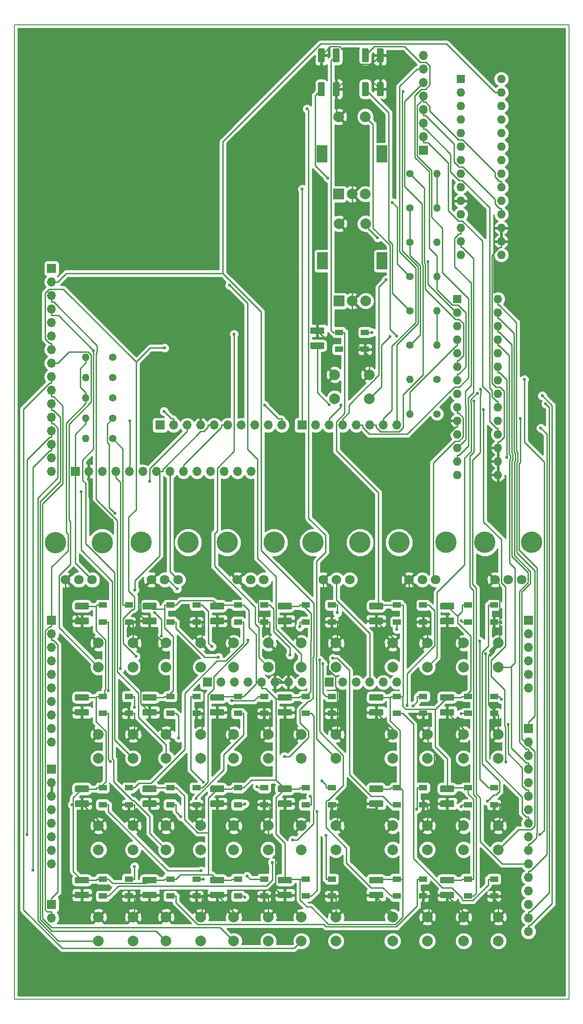
<source format=gbr>
G04 #@! TF.GenerationSoftware,KiCad,Pcbnew,(5.0.0-3-g5ebb6b6)*
G04 #@! TF.CreationDate,2019-07-29T21:46:36+01:00*
G04 #@! TF.ProjectId,DrumMachine-Arduino,4472756D4D616368696E652D41726475,rev?*
G04 #@! TF.SameCoordinates,Original*
G04 #@! TF.FileFunction,Copper,L1,Top,Signal*
G04 #@! TF.FilePolarity,Positive*
%FSLAX46Y46*%
G04 Gerber Fmt 4.6, Leading zero omitted, Abs format (unit mm)*
G04 Created by KiCad (PCBNEW (5.0.0-3-g5ebb6b6)) date Monday, 29 July 2019 at 21:46:36*
%MOMM*%
%LPD*%
G01*
G04 APERTURE LIST*
G04 #@! TA.AperFunction,NonConductor*
%ADD10C,0.150000*%
G04 #@! TD*
G04 #@! TA.AperFunction,ComponentPad*
%ADD11O,1.700000X1.700000*%
G04 #@! TD*
G04 #@! TA.AperFunction,ComponentPad*
%ADD12R,1.700000X1.700000*%
G04 #@! TD*
G04 #@! TA.AperFunction,SMDPad,CuDef*
%ADD13R,1.500000X1.000000*%
G04 #@! TD*
G04 #@! TA.AperFunction,ComponentPad*
%ADD14O,1.600000X1.600000*%
G04 #@! TD*
G04 #@! TA.AperFunction,ComponentPad*
%ADD15R,1.600000X1.600000*%
G04 #@! TD*
G04 #@! TA.AperFunction,ComponentPad*
%ADD16O,1.400000X1.400000*%
G04 #@! TD*
G04 #@! TA.AperFunction,ComponentPad*
%ADD17C,1.400000*%
G04 #@! TD*
G04 #@! TA.AperFunction,ComponentPad*
%ADD18C,2.000000*%
G04 #@! TD*
G04 #@! TA.AperFunction,ComponentPad*
%ADD19R,2.000000X2.000000*%
G04 #@! TD*
G04 #@! TA.AperFunction,ComponentPad*
%ADD20R,2.000000X3.200000*%
G04 #@! TD*
G04 #@! TA.AperFunction,ComponentPad*
%ADD21C,1.800000*%
G04 #@! TD*
G04 #@! TA.AperFunction,WasherPad*
%ADD22C,4.000000*%
G04 #@! TD*
G04 #@! TA.AperFunction,Conductor*
%ADD23C,0.100000*%
G04 #@! TD*
G04 #@! TA.AperFunction,SMDPad,CuDef*
%ADD24C,1.250000*%
G04 #@! TD*
G04 #@! TA.AperFunction,ViaPad*
%ADD25C,0.600000*%
G04 #@! TD*
G04 #@! TA.AperFunction,Conductor*
%ADD26C,0.250000*%
G04 #@! TD*
G04 #@! TA.AperFunction,Conductor*
%ADD27C,0.254000*%
G04 #@! TD*
G04 APERTURE END LIST*
D10*
X105918000Y-217805000D02*
X105918000Y-34925000D01*
X210058000Y-217805000D02*
X105918000Y-217805000D01*
X210058000Y-34925000D02*
X210058000Y-217805000D01*
X105918000Y-34925000D02*
X210058000Y-34925000D01*
D11*
G04 #@! TO.P,P2,6*
G04 #@! TO.N,/A5*
X177736000Y-158306000D03*
G04 #@! TO.P,P2,5*
G04 #@! TO.N,/A4*
X175196000Y-158306000D03*
G04 #@! TO.P,P2,4*
G04 #@! TO.N,/A3*
X172656000Y-158306000D03*
G04 #@! TO.P,P2,3*
G04 #@! TO.N,/A2*
X170116000Y-158306000D03*
G04 #@! TO.P,P2,2*
G04 #@! TO.N,/A1*
X167576000Y-158306000D03*
D12*
G04 #@! TO.P,P2,1*
G04 #@! TO.N,/A0*
X165036000Y-158306000D03*
G04 #@! TD*
D11*
G04 #@! TO.P,P1,8*
G04 #@! TO.N,/Vin*
X159956000Y-158306000D03*
G04 #@! TO.P,P1,7*
G04 #@! TO.N,GND*
X157416000Y-158306000D03*
G04 #@! TO.P,P1,6*
X154876000Y-158306000D03*
G04 #@! TO.P,P1,5*
G04 #@! TO.N,+5V*
X152336000Y-158306000D03*
G04 #@! TO.P,P1,4*
G04 #@! TO.N,+3V3*
X149796000Y-158306000D03*
G04 #@! TO.P,P1,3*
G04 #@! TO.N,/Ard_Reset*
X147256000Y-158306000D03*
G04 #@! TO.P,P1,2*
G04 #@! TO.N,/IOREF*
X144716000Y-158306000D03*
D12*
G04 #@! TO.P,P1,1*
G04 #@! TO.N,Net-(J4-Pad8)*
X142176000Y-158306000D03*
G04 #@! TD*
G04 #@! TO.P,P4,1*
G04 #@! TO.N,/7*
X159956000Y-110046000D03*
D11*
G04 #@! TO.P,P4,2*
G04 #@! TO.N,/!RESET_0*
X162496000Y-110046000D03*
G04 #@! TO.P,P4,3*
G04 #@! TO.N,/INTA_0*
X165036000Y-110046000D03*
G04 #@! TO.P,P4,4*
G04 #@! TO.N,/!RESET_1*
X167576000Y-110046000D03*
G04 #@! TO.P,P4,5*
G04 #@! TO.N,/INTA_1*
X170116000Y-110046000D03*
G04 #@! TO.P,P4,6*
G04 #@! TO.N,Net-(J8-Pad6)*
X172656000Y-110046000D03*
G04 #@! TO.P,P4,7*
G04 #@! TO.N,Net-(J8-Pad7)*
X175196000Y-110046000D03*
G04 #@! TO.P,P4,8*
G04 #@! TO.N,/WS2812B*
X177736000Y-110046000D03*
G04 #@! TD*
G04 #@! TO.P,P3,10*
G04 #@! TO.N,/DC*
X156146000Y-110041000D03*
G04 #@! TO.P,P3,9*
G04 #@! TO.N,/RESET*
X153606000Y-110041000D03*
G04 #@! TO.P,P3,8*
G04 #@! TO.N,Net-(J7-Pad8)*
X151066000Y-110041000D03*
G04 #@! TO.P,P3,7*
G04 #@! TO.N,/MOSI*
X148526000Y-110041000D03*
G04 #@! TO.P,P3,6*
G04 #@! TO.N,/MISO*
X145986000Y-110041000D03*
G04 #@! TO.P,P3,5*
G04 #@! TO.N,/SCK*
X143446000Y-110041000D03*
G04 #@! TO.P,P3,4*
G04 #@! TO.N,GND*
X140906000Y-110041000D03*
G04 #@! TO.P,P3,3*
G04 #@! TO.N,/AREF*
X138366000Y-110041000D03*
G04 #@! TO.P,P3,2*
G04 #@! TO.N,/I2C_SDA*
X135826000Y-110041000D03*
D12*
G04 #@! TO.P,P3,1*
G04 #@! TO.N,/I2C_SCL*
X133286000Y-110041000D03*
G04 #@! TD*
D13*
G04 #@! TO.P,D1,3*
G04 #@! TO.N,GND*
X127418000Y-147015000D03*
G04 #@! TO.P,D1,4*
G04 #@! TO.N,Net-(D1-Pad4)*
X127418000Y-143815000D03*
G04 #@! TO.P,D1,2*
G04 #@! TO.N,Net-(D1-Pad2)*
X122518000Y-147015000D03*
G04 #@! TO.P,D1,1*
G04 #@! TO.N,+5V*
X122518000Y-143815000D03*
G04 #@! TD*
G04 #@! TO.P,D2,3*
G04 #@! TO.N,GND*
X140118000Y-147015000D03*
G04 #@! TO.P,D2,4*
G04 #@! TO.N,Net-(D19-Pad2)*
X140118000Y-143815000D03*
G04 #@! TO.P,D2,2*
G04 #@! TO.N,Net-(D2-Pad2)*
X135218000Y-147015000D03*
G04 #@! TO.P,D2,1*
G04 #@! TO.N,+5V*
X135218000Y-143815000D03*
G04 #@! TD*
G04 #@! TO.P,D3,3*
G04 #@! TO.N,GND*
X152818000Y-147015000D03*
G04 #@! TO.P,D3,4*
G04 #@! TO.N,Net-(D20-Pad2)*
X152818000Y-143815000D03*
G04 #@! TO.P,D3,2*
G04 #@! TO.N,Net-(D3-Pad2)*
X147918000Y-147015000D03*
G04 #@! TO.P,D3,1*
G04 #@! TO.N,+5V*
X147918000Y-143815000D03*
G04 #@! TD*
G04 #@! TO.P,D4,3*
G04 #@! TO.N,GND*
X165518000Y-147015000D03*
G04 #@! TO.P,D4,4*
G04 #@! TO.N,Net-(D21-Pad2)*
X165518000Y-143815000D03*
G04 #@! TO.P,D4,2*
G04 #@! TO.N,Net-(D10-Pad4)*
X160618000Y-147015000D03*
G04 #@! TO.P,D4,1*
G04 #@! TO.N,+5V*
X160618000Y-143815000D03*
G04 #@! TD*
G04 #@! TO.P,D5,3*
G04 #@! TO.N,GND*
X127418000Y-164160000D03*
G04 #@! TO.P,D5,4*
G04 #@! TO.N,Net-(D22-Pad2)*
X127418000Y-160960000D03*
G04 #@! TO.P,D5,2*
G04 #@! TO.N,Net-(D11-Pad4)*
X122518000Y-164160000D03*
G04 #@! TO.P,D5,1*
G04 #@! TO.N,+5V*
X122518000Y-160960000D03*
G04 #@! TD*
G04 #@! TO.P,D6,3*
G04 #@! TO.N,GND*
X140118000Y-164160000D03*
G04 #@! TO.P,D6,4*
G04 #@! TO.N,Net-(D23-Pad2)*
X140118000Y-160960000D03*
G04 #@! TO.P,D6,2*
G04 #@! TO.N,Net-(D12-Pad4)*
X135218000Y-164160000D03*
G04 #@! TO.P,D6,1*
G04 #@! TO.N,+5V*
X135218000Y-160960000D03*
G04 #@! TD*
G04 #@! TO.P,D7,3*
G04 #@! TO.N,GND*
X152818000Y-164160000D03*
G04 #@! TO.P,D7,4*
G04 #@! TO.N,Net-(D1-Pad2)*
X152818000Y-160960000D03*
G04 #@! TO.P,D7,2*
G04 #@! TO.N,Net-(D13-Pad4)*
X147918000Y-164160000D03*
G04 #@! TO.P,D7,1*
G04 #@! TO.N,+5V*
X147918000Y-160960000D03*
G04 #@! TD*
G04 #@! TO.P,D8,3*
G04 #@! TO.N,GND*
X165518000Y-164160000D03*
G04 #@! TO.P,D8,4*
G04 #@! TO.N,Net-(D2-Pad2)*
X165518000Y-160960000D03*
G04 #@! TO.P,D8,2*
G04 #@! TO.N,Net-(D14-Pad4)*
X160618000Y-164160000D03*
G04 #@! TO.P,D8,1*
G04 #@! TO.N,+5V*
X160618000Y-160960000D03*
G04 #@! TD*
G04 #@! TO.P,D9,3*
G04 #@! TO.N,GND*
X127418000Y-181305000D03*
G04 #@! TO.P,D9,4*
G04 #@! TO.N,Net-(D3-Pad2)*
X127418000Y-178105000D03*
G04 #@! TO.P,D9,2*
G04 #@! TO.N,Net-(D15-Pad4)*
X122518000Y-181305000D03*
G04 #@! TO.P,D9,1*
G04 #@! TO.N,+5V*
X122518000Y-178105000D03*
G04 #@! TD*
G04 #@! TO.P,D10,3*
G04 #@! TO.N,GND*
X140118000Y-181305000D03*
G04 #@! TO.P,D10,4*
G04 #@! TO.N,Net-(D10-Pad4)*
X140118000Y-178105000D03*
G04 #@! TO.P,D10,2*
G04 #@! TO.N,Net-(D10-Pad2)*
X135218000Y-181305000D03*
G04 #@! TO.P,D10,1*
G04 #@! TO.N,+5V*
X135218000Y-178105000D03*
G04 #@! TD*
G04 #@! TO.P,D11,3*
G04 #@! TO.N,GND*
X152818000Y-181305000D03*
G04 #@! TO.P,D11,4*
G04 #@! TO.N,Net-(D11-Pad4)*
X152818000Y-178105000D03*
G04 #@! TO.P,D11,2*
G04 #@! TO.N,Net-(D11-Pad2)*
X147918000Y-181305000D03*
G04 #@! TO.P,D11,1*
G04 #@! TO.N,+5V*
X147918000Y-178105000D03*
G04 #@! TD*
G04 #@! TO.P,D12,3*
G04 #@! TO.N,GND*
X165518000Y-181305000D03*
G04 #@! TO.P,D12,4*
G04 #@! TO.N,Net-(D12-Pad4)*
X165518000Y-178105000D03*
G04 #@! TO.P,D12,2*
G04 #@! TO.N,Net-(D12-Pad2)*
X160618000Y-181305000D03*
G04 #@! TO.P,D12,1*
G04 #@! TO.N,+5V*
X160618000Y-178105000D03*
G04 #@! TD*
G04 #@! TO.P,D13,3*
G04 #@! TO.N,GND*
X127418000Y-198450000D03*
G04 #@! TO.P,D13,4*
G04 #@! TO.N,Net-(D13-Pad4)*
X127418000Y-195250000D03*
G04 #@! TO.P,D13,2*
G04 #@! TO.N,Net-(D13-Pad2)*
X122518000Y-198450000D03*
G04 #@! TO.P,D13,1*
G04 #@! TO.N,+5V*
X122518000Y-195250000D03*
G04 #@! TD*
G04 #@! TO.P,D14,3*
G04 #@! TO.N,GND*
X140118000Y-198450000D03*
G04 #@! TO.P,D14,4*
G04 #@! TO.N,Net-(D14-Pad4)*
X140118000Y-195250000D03*
G04 #@! TO.P,D14,2*
G04 #@! TO.N,Net-(D14-Pad2)*
X135218000Y-198450000D03*
G04 #@! TO.P,D14,1*
G04 #@! TO.N,+5V*
X135218000Y-195250000D03*
G04 #@! TD*
G04 #@! TO.P,D15,3*
G04 #@! TO.N,GND*
X152818000Y-198450000D03*
G04 #@! TO.P,D15,4*
G04 #@! TO.N,Net-(D15-Pad4)*
X152818000Y-195250000D03*
G04 #@! TO.P,D15,2*
G04 #@! TO.N,Net-(D15-Pad2)*
X147918000Y-198450000D03*
G04 #@! TO.P,D15,1*
G04 #@! TO.N,+5V*
X147918000Y-195250000D03*
G04 #@! TD*
G04 #@! TO.P,D16,3*
G04 #@! TO.N,GND*
X165518000Y-198450000D03*
G04 #@! TO.P,D16,4*
G04 #@! TO.N,Net-(D10-Pad2)*
X165518000Y-195250000D03*
G04 #@! TO.P,D16,2*
G04 #@! TO.N,Net-(D16-Pad2)*
X160618000Y-198450000D03*
G04 #@! TO.P,D16,1*
G04 #@! TO.N,+5V*
X160618000Y-195250000D03*
G04 #@! TD*
G04 #@! TO.P,D17,3*
G04 #@! TO.N,GND*
X182663000Y-147015000D03*
G04 #@! TO.P,D17,4*
G04 #@! TO.N,Net-(D11-Pad2)*
X182663000Y-143815000D03*
G04 #@! TO.P,D17,2*
G04 #@! TO.N,Net-(D17-Pad2)*
X177763000Y-147015000D03*
G04 #@! TO.P,D17,1*
G04 #@! TO.N,+5V*
X177763000Y-143815000D03*
G04 #@! TD*
G04 #@! TO.P,D18,3*
G04 #@! TO.N,GND*
X182663000Y-164160000D03*
G04 #@! TO.P,D18,4*
G04 #@! TO.N,Net-(D12-Pad2)*
X182663000Y-160960000D03*
G04 #@! TO.P,D18,2*
G04 #@! TO.N,Net-(D18-Pad2)*
X177763000Y-164160000D03*
G04 #@! TO.P,D18,1*
G04 #@! TO.N,+5V*
X177763000Y-160960000D03*
G04 #@! TD*
G04 #@! TO.P,D19,3*
G04 #@! TO.N,GND*
X182663000Y-181305000D03*
G04 #@! TO.P,D19,4*
G04 #@! TO.N,Net-(D13-Pad2)*
X182663000Y-178105000D03*
G04 #@! TO.P,D19,2*
G04 #@! TO.N,Net-(D19-Pad2)*
X177763000Y-181305000D03*
G04 #@! TO.P,D19,1*
G04 #@! TO.N,+5V*
X177763000Y-178105000D03*
G04 #@! TD*
G04 #@! TO.P,D20,3*
G04 #@! TO.N,GND*
X182663000Y-198450000D03*
G04 #@! TO.P,D20,4*
G04 #@! TO.N,Net-(D14-Pad2)*
X182663000Y-195250000D03*
G04 #@! TO.P,D20,2*
G04 #@! TO.N,Net-(D20-Pad2)*
X177763000Y-198450000D03*
G04 #@! TO.P,D20,1*
G04 #@! TO.N,+5V*
X177763000Y-195250000D03*
G04 #@! TD*
G04 #@! TO.P,D21,3*
G04 #@! TO.N,GND*
X195998000Y-147015000D03*
G04 #@! TO.P,D21,4*
G04 #@! TO.N,Net-(D15-Pad2)*
X195998000Y-143815000D03*
G04 #@! TO.P,D21,2*
G04 #@! TO.N,Net-(D21-Pad2)*
X191098000Y-147015000D03*
G04 #@! TO.P,D21,1*
G04 #@! TO.N,+5V*
X191098000Y-143815000D03*
G04 #@! TD*
G04 #@! TO.P,D22,3*
G04 #@! TO.N,GND*
X195998000Y-164160000D03*
G04 #@! TO.P,D22,4*
G04 #@! TO.N,Net-(D16-Pad2)*
X195998000Y-160960000D03*
G04 #@! TO.P,D22,2*
G04 #@! TO.N,Net-(D22-Pad2)*
X191098000Y-164160000D03*
G04 #@! TO.P,D22,1*
G04 #@! TO.N,+5V*
X191098000Y-160960000D03*
G04 #@! TD*
G04 #@! TO.P,D23,3*
G04 #@! TO.N,GND*
X195998000Y-181305000D03*
G04 #@! TO.P,D23,4*
G04 #@! TO.N,Net-(D17-Pad2)*
X195998000Y-178105000D03*
G04 #@! TO.P,D23,2*
G04 #@! TO.N,Net-(D23-Pad2)*
X191098000Y-181305000D03*
G04 #@! TO.P,D23,1*
G04 #@! TO.N,+5V*
X191098000Y-178105000D03*
G04 #@! TD*
G04 #@! TO.P,D24,3*
G04 #@! TO.N,GND*
X195998000Y-198450000D03*
G04 #@! TO.P,D24,4*
G04 #@! TO.N,Net-(D18-Pad2)*
X195998000Y-195250000D03*
G04 #@! TO.P,D24,2*
G04 #@! TO.N,Net-(D24-Pad2)*
X191098000Y-198450000D03*
G04 #@! TO.P,D24,1*
G04 #@! TO.N,+5V*
X191098000Y-195250000D03*
G04 #@! TD*
G04 #@! TO.P,D50,3*
G04 #@! TO.N,GND*
X171768000Y-95834000D03*
G04 #@! TO.P,D50,4*
G04 #@! TO.N,Net-(D24-Pad2)*
X171768000Y-92634000D03*
G04 #@! TO.P,D50,2*
G04 #@! TO.N,N/C*
X166868000Y-95834000D03*
G04 #@! TO.P,D50,1*
G04 #@! TO.N,+5V*
X166868000Y-92634000D03*
G04 #@! TD*
D14*
G04 #@! TO.P,U1,28*
G04 #@! TO.N,/U1_GPA7*
X197358000Y-45085000D03*
G04 #@! TO.P,U1,14*
G04 #@! TO.N,N/C*
X189738000Y-78105000D03*
G04 #@! TO.P,U1,27*
G04 #@! TO.N,/U1_GPA6*
X197358000Y-47625000D03*
G04 #@! TO.P,U1,13*
G04 #@! TO.N,/I2C_SDA*
X189738000Y-75565000D03*
G04 #@! TO.P,U1,26*
G04 #@! TO.N,/U1_GPA5*
X197358000Y-50165000D03*
G04 #@! TO.P,U1,12*
G04 #@! TO.N,/I2C_SCL*
X189738000Y-73025000D03*
G04 #@! TO.P,U1,25*
G04 #@! TO.N,/U1_GPA4*
X197358000Y-52705000D03*
G04 #@! TO.P,U1,11*
G04 #@! TO.N,N/C*
X189738000Y-70485000D03*
G04 #@! TO.P,U1,24*
G04 #@! TO.N,/U1_GPA3*
X197358000Y-55245000D03*
G04 #@! TO.P,U1,10*
G04 #@! TO.N,GND*
X189738000Y-67945000D03*
G04 #@! TO.P,U1,23*
G04 #@! TO.N,/U1_GPA2*
X197358000Y-57785000D03*
G04 #@! TO.P,U1,9*
G04 #@! TO.N,+3V3*
X189738000Y-65405000D03*
G04 #@! TO.P,U1,22*
G04 #@! TO.N,/U1_GPA1*
X197358000Y-60325000D03*
G04 #@! TO.P,U1,8*
G04 #@! TO.N,/U1_GPB7*
X189738000Y-62865000D03*
G04 #@! TO.P,U1,21*
G04 #@! TO.N,/U1_GPA0*
X197358000Y-62865000D03*
G04 #@! TO.P,U1,7*
G04 #@! TO.N,/U1_GPB6*
X189738000Y-60325000D03*
G04 #@! TO.P,U1,20*
G04 #@! TO.N,/INTA_1*
X197358000Y-65405000D03*
G04 #@! TO.P,U1,6*
G04 #@! TO.N,/U1_GPB5*
X189738000Y-57785000D03*
G04 #@! TO.P,U1,19*
G04 #@! TO.N,N/C*
X197358000Y-67945000D03*
G04 #@! TO.P,U1,5*
G04 #@! TO.N,/U1_GPB4*
X189738000Y-55245000D03*
G04 #@! TO.P,U1,18*
G04 #@! TO.N,/!RESET_1*
X197358000Y-70485000D03*
G04 #@! TO.P,U1,4*
G04 #@! TO.N,/U1_GPB3*
X189738000Y-52705000D03*
G04 #@! TO.P,U1,17*
G04 #@! TO.N,GND*
X197358000Y-73025000D03*
G04 #@! TO.P,U1,3*
G04 #@! TO.N,/U1_GPB2*
X189738000Y-50165000D03*
G04 #@! TO.P,U1,16*
G04 #@! TO.N,GND*
X197358000Y-75565000D03*
G04 #@! TO.P,U1,2*
G04 #@! TO.N,/U1_GPB1*
X189738000Y-47625000D03*
G04 #@! TO.P,U1,15*
G04 #@! TO.N,+3V3*
X197358000Y-78105000D03*
D15*
G04 #@! TO.P,U1,1*
G04 #@! TO.N,/U1_GPB0*
X189738000Y-45085000D03*
G04 #@! TD*
D16*
G04 #@! TO.P,R1,2*
G04 #@! TO.N,/I2C_SCL*
X119316000Y-97345500D03*
D17*
G04 #@! TO.P,R1,1*
G04 #@! TO.N,+3V3*
X124396000Y-97345500D03*
G04 #@! TD*
D16*
G04 #@! TO.P,R2,2*
G04 #@! TO.N,+3V3*
X119316000Y-101156000D03*
D17*
G04 #@! TO.P,R2,1*
G04 #@! TO.N,/I2C_SDA*
X124396000Y-101156000D03*
G04 #@! TD*
D11*
G04 #@! TO.P,J7,10*
G04 #@! TO.N,/DC*
X112903000Y-169545000D03*
G04 #@! TO.P,J7,9*
G04 #@! TO.N,/RESET*
X112903000Y-167005000D03*
G04 #@! TO.P,J7,8*
G04 #@! TO.N,Net-(J7-Pad8)*
X112903000Y-164465000D03*
G04 #@! TO.P,J7,7*
G04 #@! TO.N,/MOSI*
X112903000Y-161925000D03*
G04 #@! TO.P,J7,6*
G04 #@! TO.N,/MISO*
X112903000Y-159385000D03*
G04 #@! TO.P,J7,5*
G04 #@! TO.N,/SCK*
X112903000Y-156845000D03*
G04 #@! TO.P,J7,4*
G04 #@! TO.N,GND*
X112903000Y-154305000D03*
G04 #@! TO.P,J7,3*
G04 #@! TO.N,/AREF*
X112903000Y-151765000D03*
G04 #@! TO.P,J7,2*
G04 #@! TO.N,/I2C_SDA*
X112903000Y-149225000D03*
D12*
G04 #@! TO.P,J7,1*
G04 #@! TO.N,/I2C_SCL*
X112903000Y-146685000D03*
G04 #@! TD*
D11*
G04 #@! TO.P,J8,8*
G04 #@! TO.N,/WS2812B*
X182753000Y-40640000D03*
G04 #@! TO.P,J8,7*
G04 #@! TO.N,Net-(J8-Pad7)*
X182753000Y-43180000D03*
G04 #@! TO.P,J8,6*
G04 #@! TO.N,Net-(J8-Pad6)*
X182753000Y-45720000D03*
G04 #@! TO.P,J8,5*
G04 #@! TO.N,/INTA_1*
X182753000Y-48260000D03*
G04 #@! TO.P,J8,4*
G04 #@! TO.N,/!RESET_1*
X182753000Y-50800000D03*
G04 #@! TO.P,J8,3*
G04 #@! TO.N,/INTA_0*
X182753000Y-53340000D03*
G04 #@! TO.P,J8,2*
G04 #@! TO.N,/!RESET_0*
X182753000Y-55880000D03*
D12*
G04 #@! TO.P,J8,1*
G04 #@! TO.N,/7*
X182753000Y-58420000D03*
G04 #@! TD*
D14*
G04 #@! TO.P,U2,28*
G04 #@! TO.N,/U2_GPA7*
X196723000Y-86360000D03*
G04 #@! TO.P,U2,14*
G04 #@! TO.N,N/C*
X189103000Y-119380000D03*
G04 #@! TO.P,U2,27*
G04 #@! TO.N,/U2_GPA6*
X196723000Y-88900000D03*
G04 #@! TO.P,U2,13*
G04 #@! TO.N,/I2C_SDA*
X189103000Y-116840000D03*
G04 #@! TO.P,U2,26*
G04 #@! TO.N,/U2_GPA5*
X196723000Y-91440000D03*
G04 #@! TO.P,U2,12*
G04 #@! TO.N,/I2C_SCL*
X189103000Y-114300000D03*
G04 #@! TO.P,U2,25*
G04 #@! TO.N,/U2_GPA4*
X196723000Y-93980000D03*
G04 #@! TO.P,U2,11*
G04 #@! TO.N,N/C*
X189103000Y-111760000D03*
G04 #@! TO.P,U2,24*
G04 #@! TO.N,/U2_GPA3*
X196723000Y-96520000D03*
G04 #@! TO.P,U2,10*
G04 #@! TO.N,GND*
X189103000Y-109220000D03*
G04 #@! TO.P,U2,23*
G04 #@! TO.N,/U2_GPA2*
X196723000Y-99060000D03*
G04 #@! TO.P,U2,9*
G04 #@! TO.N,+3V3*
X189103000Y-106680000D03*
G04 #@! TO.P,U2,22*
G04 #@! TO.N,/U2_GPA1*
X196723000Y-101600000D03*
G04 #@! TO.P,U2,8*
G04 #@! TO.N,/U2_GPB7*
X189103000Y-104140000D03*
G04 #@! TO.P,U2,21*
G04 #@! TO.N,/U2_GPA0*
X196723000Y-104140000D03*
G04 #@! TO.P,U2,7*
G04 #@! TO.N,/U2_GPB6*
X189103000Y-101600000D03*
G04 #@! TO.P,U2,20*
G04 #@! TO.N,/INTA_0*
X196723000Y-106680000D03*
G04 #@! TO.P,U2,6*
G04 #@! TO.N,/U2_GPB5*
X189103000Y-99060000D03*
G04 #@! TO.P,U2,19*
G04 #@! TO.N,N/C*
X196723000Y-109220000D03*
G04 #@! TO.P,U2,5*
G04 #@! TO.N,/U2_GPB4*
X189103000Y-96520000D03*
G04 #@! TO.P,U2,18*
G04 #@! TO.N,/!RESET_0*
X196723000Y-111760000D03*
G04 #@! TO.P,U2,4*
G04 #@! TO.N,/U2_GPB3*
X189103000Y-93980000D03*
G04 #@! TO.P,U2,17*
G04 #@! TO.N,GND*
X196723000Y-114300000D03*
G04 #@! TO.P,U2,3*
G04 #@! TO.N,/U2_GPB2*
X189103000Y-91440000D03*
G04 #@! TO.P,U2,16*
G04 #@! TO.N,GND*
X196723000Y-116840000D03*
G04 #@! TO.P,U2,2*
G04 #@! TO.N,/U2_GPB1*
X189103000Y-88900000D03*
G04 #@! TO.P,U2,15*
G04 #@! TO.N,GND*
X196723000Y-119380000D03*
D15*
G04 #@! TO.P,U2,1*
G04 #@! TO.N,/U2_GPB0*
X189103000Y-86360000D03*
G04 #@! TD*
D18*
G04 #@! TO.P,SW1,1*
G04 #@! TO.N,GND*
X128218000Y-150945000D03*
G04 #@! TO.P,SW1,2*
G04 #@! TO.N,/U1_GPA0*
X128218000Y-155445000D03*
G04 #@! TO.P,SW1,1*
G04 #@! TO.N,GND*
X121718000Y-150945000D03*
G04 #@! TO.P,SW1,2*
G04 #@! TO.N,/U1_GPA0*
X121718000Y-155445000D03*
G04 #@! TD*
G04 #@! TO.P,SW2,1*
G04 #@! TO.N,GND*
X140918000Y-150945000D03*
G04 #@! TO.P,SW2,2*
G04 #@! TO.N,/U1_GPA1*
X140918000Y-155445000D03*
G04 #@! TO.P,SW2,1*
G04 #@! TO.N,GND*
X134418000Y-150945000D03*
G04 #@! TO.P,SW2,2*
G04 #@! TO.N,/U1_GPA1*
X134418000Y-155445000D03*
G04 #@! TD*
G04 #@! TO.P,SW3,1*
G04 #@! TO.N,GND*
X153618000Y-150945000D03*
G04 #@! TO.P,SW3,2*
G04 #@! TO.N,/U1_GPA2*
X153618000Y-155445000D03*
G04 #@! TO.P,SW3,1*
G04 #@! TO.N,GND*
X147118000Y-150945000D03*
G04 #@! TO.P,SW3,2*
G04 #@! TO.N,/U1_GPA2*
X147118000Y-155445000D03*
G04 #@! TD*
G04 #@! TO.P,SW4,1*
G04 #@! TO.N,GND*
X166318000Y-150945000D03*
G04 #@! TO.P,SW4,2*
G04 #@! TO.N,/U1_GPA3*
X166318000Y-155445000D03*
G04 #@! TO.P,SW4,1*
G04 #@! TO.N,GND*
X159818000Y-150945000D03*
G04 #@! TO.P,SW4,2*
G04 #@! TO.N,/U1_GPA3*
X159818000Y-155445000D03*
G04 #@! TD*
G04 #@! TO.P,SW5,1*
G04 #@! TO.N,GND*
X128218000Y-168090000D03*
G04 #@! TO.P,SW5,2*
G04 #@! TO.N,/U1_GPA4*
X128218000Y-172590000D03*
G04 #@! TO.P,SW5,1*
G04 #@! TO.N,GND*
X121718000Y-168090000D03*
G04 #@! TO.P,SW5,2*
G04 #@! TO.N,/U1_GPA4*
X121718000Y-172590000D03*
G04 #@! TD*
G04 #@! TO.P,SW6,1*
G04 #@! TO.N,GND*
X140918000Y-168090000D03*
G04 #@! TO.P,SW6,2*
G04 #@! TO.N,/U1_GPA5*
X140918000Y-172590000D03*
G04 #@! TO.P,SW6,1*
G04 #@! TO.N,GND*
X134418000Y-168090000D03*
G04 #@! TO.P,SW6,2*
G04 #@! TO.N,/U1_GPA5*
X134418000Y-172590000D03*
G04 #@! TD*
G04 #@! TO.P,SW7,1*
G04 #@! TO.N,GND*
X153618000Y-168090000D03*
G04 #@! TO.P,SW7,2*
G04 #@! TO.N,/U1_GPA6*
X153618000Y-172590000D03*
G04 #@! TO.P,SW7,1*
G04 #@! TO.N,GND*
X147118000Y-168090000D03*
G04 #@! TO.P,SW7,2*
G04 #@! TO.N,/U1_GPA6*
X147118000Y-172590000D03*
G04 #@! TD*
G04 #@! TO.P,SW8,1*
G04 #@! TO.N,GND*
X166318000Y-168090000D03*
G04 #@! TO.P,SW8,2*
G04 #@! TO.N,/U1_GPA7*
X166318000Y-172590000D03*
G04 #@! TO.P,SW8,1*
G04 #@! TO.N,GND*
X159818000Y-168090000D03*
G04 #@! TO.P,SW8,2*
G04 #@! TO.N,/U1_GPA7*
X159818000Y-172590000D03*
G04 #@! TD*
G04 #@! TO.P,SW9,1*
G04 #@! TO.N,GND*
X128218000Y-185235000D03*
G04 #@! TO.P,SW9,2*
G04 #@! TO.N,/U1_GPB0*
X128218000Y-189735000D03*
G04 #@! TO.P,SW9,1*
G04 #@! TO.N,GND*
X121718000Y-185235000D03*
G04 #@! TO.P,SW9,2*
G04 #@! TO.N,/U1_GPB0*
X121718000Y-189735000D03*
G04 #@! TD*
G04 #@! TO.P,SW10,1*
G04 #@! TO.N,GND*
X140918000Y-185235000D03*
G04 #@! TO.P,SW10,2*
G04 #@! TO.N,/U1_GPB1*
X140918000Y-189735000D03*
G04 #@! TO.P,SW10,1*
G04 #@! TO.N,GND*
X134418000Y-185235000D03*
G04 #@! TO.P,SW10,2*
G04 #@! TO.N,/U1_GPB1*
X134418000Y-189735000D03*
G04 #@! TD*
G04 #@! TO.P,SW11,1*
G04 #@! TO.N,GND*
X153618000Y-185235000D03*
G04 #@! TO.P,SW11,2*
G04 #@! TO.N,/U1_GPB2*
X153618000Y-189735000D03*
G04 #@! TO.P,SW11,1*
G04 #@! TO.N,GND*
X147118000Y-185235000D03*
G04 #@! TO.P,SW11,2*
G04 #@! TO.N,/U1_GPB2*
X147118000Y-189735000D03*
G04 #@! TD*
G04 #@! TO.P,SW12,1*
G04 #@! TO.N,GND*
X166318000Y-185235000D03*
G04 #@! TO.P,SW12,2*
G04 #@! TO.N,/U1_GPB3*
X166318000Y-189735000D03*
G04 #@! TO.P,SW12,1*
G04 #@! TO.N,GND*
X159818000Y-185235000D03*
G04 #@! TO.P,SW12,2*
G04 #@! TO.N,/U1_GPB3*
X159818000Y-189735000D03*
G04 #@! TD*
G04 #@! TO.P,SW13,1*
G04 #@! TO.N,GND*
X128218000Y-202380000D03*
G04 #@! TO.P,SW13,2*
G04 #@! TO.N,/U1_GPB4*
X128218000Y-206880000D03*
G04 #@! TO.P,SW13,1*
G04 #@! TO.N,GND*
X121718000Y-202380000D03*
G04 #@! TO.P,SW13,2*
G04 #@! TO.N,/U1_GPB4*
X121718000Y-206880000D03*
G04 #@! TD*
G04 #@! TO.P,SW14,1*
G04 #@! TO.N,GND*
X140918000Y-202380000D03*
G04 #@! TO.P,SW14,2*
G04 #@! TO.N,/U1_GPB5*
X140918000Y-206880000D03*
G04 #@! TO.P,SW14,1*
G04 #@! TO.N,GND*
X134418000Y-202380000D03*
G04 #@! TO.P,SW14,2*
G04 #@! TO.N,/U1_GPB5*
X134418000Y-206880000D03*
G04 #@! TD*
G04 #@! TO.P,SW15,1*
G04 #@! TO.N,GND*
X153618000Y-202380000D03*
G04 #@! TO.P,SW15,2*
G04 #@! TO.N,/U1_GPB6*
X153618000Y-206880000D03*
G04 #@! TO.P,SW15,1*
G04 #@! TO.N,GND*
X147118000Y-202380000D03*
G04 #@! TO.P,SW15,2*
G04 #@! TO.N,/U1_GPB6*
X147118000Y-206880000D03*
G04 #@! TD*
G04 #@! TO.P,SW16,1*
G04 #@! TO.N,GND*
X166318000Y-202380000D03*
G04 #@! TO.P,SW16,2*
G04 #@! TO.N,/U1_GPB7*
X166318000Y-206880000D03*
G04 #@! TO.P,SW16,1*
G04 #@! TO.N,GND*
X159818000Y-202380000D03*
G04 #@! TO.P,SW16,2*
G04 #@! TO.N,/U1_GPB7*
X159818000Y-206880000D03*
G04 #@! TD*
G04 #@! TO.P,SW17,1*
G04 #@! TO.N,GND*
X183463000Y-150945000D03*
G04 #@! TO.P,SW17,2*
G04 #@! TO.N,/U2_GPA0*
X183463000Y-155445000D03*
G04 #@! TO.P,SW17,1*
G04 #@! TO.N,GND*
X176963000Y-150945000D03*
G04 #@! TO.P,SW17,2*
G04 #@! TO.N,/U2_GPA0*
X176963000Y-155445000D03*
G04 #@! TD*
G04 #@! TO.P,SW18,1*
G04 #@! TO.N,GND*
X183463000Y-168090000D03*
G04 #@! TO.P,SW18,2*
G04 #@! TO.N,/U2_GPA1*
X183463000Y-172590000D03*
G04 #@! TO.P,SW18,1*
G04 #@! TO.N,GND*
X176963000Y-168090000D03*
G04 #@! TO.P,SW18,2*
G04 #@! TO.N,/U2_GPA1*
X176963000Y-172590000D03*
G04 #@! TD*
G04 #@! TO.P,SW19,1*
G04 #@! TO.N,GND*
X183463000Y-185235000D03*
G04 #@! TO.P,SW19,2*
G04 #@! TO.N,/U2_GPA2*
X183463000Y-189735000D03*
G04 #@! TO.P,SW19,1*
G04 #@! TO.N,GND*
X176963000Y-185235000D03*
G04 #@! TO.P,SW19,2*
G04 #@! TO.N,/U2_GPA2*
X176963000Y-189735000D03*
G04 #@! TD*
G04 #@! TO.P,SW20,1*
G04 #@! TO.N,GND*
X183463000Y-202380000D03*
G04 #@! TO.P,SW20,2*
G04 #@! TO.N,/U2_GPA3*
X183463000Y-206880000D03*
G04 #@! TO.P,SW20,1*
G04 #@! TO.N,GND*
X176963000Y-202380000D03*
G04 #@! TO.P,SW20,2*
G04 #@! TO.N,/U2_GPA3*
X176963000Y-206880000D03*
G04 #@! TD*
G04 #@! TO.P,SW21,1*
G04 #@! TO.N,GND*
X196798000Y-150945000D03*
G04 #@! TO.P,SW21,2*
G04 #@! TO.N,/U2_GPA4*
X196798000Y-155445000D03*
G04 #@! TO.P,SW21,1*
G04 #@! TO.N,GND*
X190298000Y-150945000D03*
G04 #@! TO.P,SW21,2*
G04 #@! TO.N,/U2_GPA4*
X190298000Y-155445000D03*
G04 #@! TD*
G04 #@! TO.P,SW22,1*
G04 #@! TO.N,GND*
X196798000Y-168090000D03*
G04 #@! TO.P,SW22,2*
G04 #@! TO.N,/U2_GPA5*
X196798000Y-172590000D03*
G04 #@! TO.P,SW22,1*
G04 #@! TO.N,GND*
X190298000Y-168090000D03*
G04 #@! TO.P,SW22,2*
G04 #@! TO.N,/U2_GPA5*
X190298000Y-172590000D03*
G04 #@! TD*
G04 #@! TO.P,SW23,1*
G04 #@! TO.N,GND*
X196798000Y-185235000D03*
G04 #@! TO.P,SW23,2*
G04 #@! TO.N,/U2_GPA6*
X196798000Y-189735000D03*
G04 #@! TO.P,SW23,1*
G04 #@! TO.N,GND*
X190298000Y-185235000D03*
G04 #@! TO.P,SW23,2*
G04 #@! TO.N,/U2_GPA6*
X190298000Y-189735000D03*
G04 #@! TD*
G04 #@! TO.P,SW24,1*
G04 #@! TO.N,GND*
X196798000Y-202380000D03*
G04 #@! TO.P,SW24,2*
G04 #@! TO.N,/U2_GPA7*
X196798000Y-206880000D03*
G04 #@! TO.P,SW24,1*
G04 #@! TO.N,GND*
X190298000Y-202380000D03*
G04 #@! TO.P,SW24,2*
G04 #@! TO.N,/U2_GPA7*
X190298000Y-206880000D03*
G04 #@! TD*
G04 #@! TO.P,SW25,1*
G04 #@! TO.N,GND*
X172568000Y-100584000D03*
G04 #@! TO.P,SW25,2*
G04 #@! TO.N,/U2_GPB0*
X172568000Y-105084000D03*
G04 #@! TO.P,SW25,1*
G04 #@! TO.N,GND*
X166068000Y-100584000D03*
G04 #@! TO.P,SW25,2*
G04 #@! TO.N,/U2_GPB0*
X166068000Y-105084000D03*
G04 #@! TD*
D19*
G04 #@! TO.P,SW26,A*
G04 #@! TO.N,Net-(R31-Pad2)*
X166878000Y-86741000D03*
D18*
G04 #@! TO.P,SW26,C*
G04 #@! TO.N,GND*
X169378000Y-86741000D03*
G04 #@! TO.P,SW26,B*
G04 #@! TO.N,Net-(R29-Pad1)*
X171878000Y-86741000D03*
D20*
G04 #@! TO.P,SW26,MP*
G04 #@! TO.N,N/C*
X163778000Y-79241000D03*
X174978000Y-79241000D03*
D18*
G04 #@! TO.P,SW26,S2*
G04 #@! TO.N,GND*
X166878000Y-72241000D03*
G04 #@! TO.P,SW26,S1*
G04 #@! TO.N,/U2_GPB1*
X171878000Y-72241000D03*
G04 #@! TD*
D19*
G04 #@! TO.P,SW27,A*
G04 #@! TO.N,Net-(R35-Pad2)*
X166818000Y-66675000D03*
D18*
G04 #@! TO.P,SW27,C*
G04 #@! TO.N,GND*
X169318000Y-66675000D03*
G04 #@! TO.P,SW27,B*
G04 #@! TO.N,Net-(R33-Pad1)*
X171818000Y-66675000D03*
D20*
G04 #@! TO.P,SW27,MP*
G04 #@! TO.N,N/C*
X163718000Y-59175000D03*
X174918000Y-59175000D03*
D18*
G04 #@! TO.P,SW27,S2*
G04 #@! TO.N,GND*
X166818000Y-52175000D03*
G04 #@! TO.P,SW27,S1*
G04 #@! TO.N,/U2_GPB4*
X171818000Y-52175000D03*
G04 #@! TD*
D21*
G04 #@! TO.P,RV1,3*
G04 #@! TO.N,GND*
X115528000Y-139080000D03*
G04 #@! TO.P,RV1,2*
G04 #@! TO.N,/A0*
X118028000Y-139080000D03*
G04 #@! TO.P,RV1,1*
G04 #@! TO.N,+3V3*
X120528000Y-139080000D03*
D22*
G04 #@! TO.P,RV1,*
G04 #@! TO.N,*
X113628000Y-132080000D03*
X122428000Y-132080000D03*
G04 #@! TD*
D21*
G04 #@! TO.P,RV2,3*
G04 #@! TO.N,GND*
X131656000Y-139065000D03*
G04 #@! TO.P,RV2,2*
G04 #@! TO.N,/A1*
X134156000Y-139065000D03*
G04 #@! TO.P,RV2,1*
G04 #@! TO.N,+3V3*
X136656000Y-139065000D03*
D22*
G04 #@! TO.P,RV2,*
G04 #@! TO.N,*
X129756000Y-132065000D03*
X138556000Y-132065000D03*
G04 #@! TD*
D21*
G04 #@! TO.P,RV3,3*
G04 #@! TO.N,GND*
X147784000Y-139065000D03*
G04 #@! TO.P,RV3,2*
G04 #@! TO.N,/A2*
X150284000Y-139065000D03*
G04 #@! TO.P,RV3,1*
G04 #@! TO.N,+3V3*
X152784000Y-139065000D03*
D22*
G04 #@! TO.P,RV3,*
G04 #@! TO.N,*
X145884000Y-132065000D03*
X154684000Y-132065000D03*
G04 #@! TD*
D21*
G04 #@! TO.P,RV4,3*
G04 #@! TO.N,GND*
X163912000Y-139065000D03*
G04 #@! TO.P,RV4,2*
G04 #@! TO.N,/A3*
X166412000Y-139065000D03*
G04 #@! TO.P,RV4,1*
G04 #@! TO.N,+3V3*
X168912000Y-139065000D03*
D22*
G04 #@! TO.P,RV4,*
G04 #@! TO.N,*
X162012000Y-132065000D03*
X170812000Y-132065000D03*
G04 #@! TD*
D21*
G04 #@! TO.P,RV5,3*
G04 #@! TO.N,GND*
X180040000Y-139065000D03*
G04 #@! TO.P,RV5,2*
G04 #@! TO.N,/A4*
X182540000Y-139065000D03*
G04 #@! TO.P,RV5,1*
G04 #@! TO.N,+3V3*
X185040000Y-139065000D03*
D22*
G04 #@! TO.P,RV5,*
G04 #@! TO.N,*
X178140000Y-132065000D03*
X186940000Y-132065000D03*
G04 #@! TD*
D21*
G04 #@! TO.P,RV6,3*
G04 #@! TO.N,GND*
X196168000Y-139065000D03*
G04 #@! TO.P,RV6,2*
G04 #@! TO.N,/A5*
X198668000Y-139065000D03*
G04 #@! TO.P,RV6,1*
G04 #@! TO.N,+3V3*
X201168000Y-139065000D03*
D22*
G04 #@! TO.P,RV6,*
G04 #@! TO.N,*
X194268000Y-132065000D03*
X203068000Y-132065000D03*
G04 #@! TD*
D11*
G04 #@! TO.P,J1,16*
G04 #@! TO.N,/U1_GPB0*
X112903000Y-118745000D03*
G04 #@! TO.P,J1,15*
G04 #@! TO.N,/U1_GPB1*
X112903000Y-116205000D03*
G04 #@! TO.P,J1,14*
G04 #@! TO.N,/U1_GPB2*
X112903000Y-113665000D03*
G04 #@! TO.P,J1,13*
G04 #@! TO.N,/U1_GPB3*
X112903000Y-111125000D03*
G04 #@! TO.P,J1,12*
G04 #@! TO.N,/U1_GPB4*
X112903000Y-108585000D03*
G04 #@! TO.P,J1,11*
G04 #@! TO.N,/U1_GPB5*
X112903000Y-106045000D03*
G04 #@! TO.P,J1,10*
G04 #@! TO.N,/U1_GPB6*
X112903000Y-103505000D03*
G04 #@! TO.P,J1,9*
G04 #@! TO.N,/U1_GPB7*
X112903000Y-100965000D03*
G04 #@! TO.P,J1,8*
G04 #@! TO.N,/U1_GPA0*
X112903000Y-98425000D03*
G04 #@! TO.P,J1,7*
G04 #@! TO.N,/U1_GPA1*
X112903000Y-95885000D03*
G04 #@! TO.P,J1,6*
G04 #@! TO.N,/U1_GPA2*
X112903000Y-93345000D03*
G04 #@! TO.P,J1,5*
G04 #@! TO.N,/U1_GPA3*
X112903000Y-90805000D03*
G04 #@! TO.P,J1,4*
G04 #@! TO.N,/U1_GPA4*
X112903000Y-88265000D03*
G04 #@! TO.P,J1,3*
G04 #@! TO.N,/U1_GPA5*
X112903000Y-85725000D03*
G04 #@! TO.P,J1,2*
G04 #@! TO.N,/U1_GPA6*
X112903000Y-83185000D03*
D12*
G04 #@! TO.P,J1,1*
G04 #@! TO.N,/U1_GPA7*
X112903000Y-80645000D03*
G04 #@! TD*
G04 #@! TO.P,J2,1*
G04 #@! TO.N,/I2C_SDA*
X112903000Y-200025000D03*
D11*
G04 #@! TO.P,J2,2*
G04 #@! TO.N,/I2C_SCL*
X112903000Y-202565000D03*
G04 #@! TD*
D12*
G04 #@! TO.P,J3,1*
G04 #@! TO.N,/U2_GPA7*
X202438000Y-167005000D03*
D11*
G04 #@! TO.P,J3,2*
G04 #@! TO.N,/U2_GPA6*
X202438000Y-169545000D03*
G04 #@! TO.P,J3,3*
G04 #@! TO.N,/U2_GPA5*
X202438000Y-172085000D03*
G04 #@! TO.P,J3,4*
G04 #@! TO.N,/U2_GPA4*
X202438000Y-174625000D03*
G04 #@! TO.P,J3,5*
G04 #@! TO.N,/U2_GPA3*
X202438000Y-177165000D03*
G04 #@! TO.P,J3,6*
G04 #@! TO.N,/U2_GPA2*
X202438000Y-179705000D03*
G04 #@! TO.P,J3,7*
G04 #@! TO.N,/U2_GPA1*
X202438000Y-182245000D03*
G04 #@! TO.P,J3,8*
G04 #@! TO.N,/U2_GPA0*
X202438000Y-184785000D03*
G04 #@! TO.P,J3,9*
G04 #@! TO.N,/U2_GPB7*
X202438000Y-187325000D03*
G04 #@! TO.P,J3,10*
G04 #@! TO.N,/U2_GPB6*
X202438000Y-189865000D03*
G04 #@! TO.P,J3,11*
G04 #@! TO.N,/U2_GPB5*
X202438000Y-192405000D03*
G04 #@! TO.P,J3,12*
G04 #@! TO.N,/U2_GPB4*
X202438000Y-194945000D03*
G04 #@! TO.P,J3,13*
G04 #@! TO.N,/U2_GPB3*
X202438000Y-197485000D03*
G04 #@! TO.P,J3,14*
G04 #@! TO.N,/U2_GPB2*
X202438000Y-200025000D03*
G04 #@! TO.P,J3,15*
G04 #@! TO.N,/U2_GPB1*
X202438000Y-202565000D03*
G04 #@! TO.P,J3,16*
G04 #@! TO.N,/U2_GPB0*
X202438000Y-205105000D03*
G04 #@! TD*
D12*
G04 #@! TO.P,J4,1*
G04 #@! TO.N,/Vin*
X112903000Y-174625000D03*
D11*
G04 #@! TO.P,J4,2*
G04 #@! TO.N,GND*
X112903000Y-177165000D03*
G04 #@! TO.P,J4,3*
X112903000Y-179705000D03*
G04 #@! TO.P,J4,4*
G04 #@! TO.N,+5V*
X112903000Y-182245000D03*
G04 #@! TO.P,J4,5*
G04 #@! TO.N,+3V3*
X112903000Y-184785000D03*
G04 #@! TO.P,J4,6*
G04 #@! TO.N,/Ard_Reset*
X112903000Y-187325000D03*
G04 #@! TO.P,J4,7*
G04 #@! TO.N,/IOREF*
X112903000Y-189865000D03*
G04 #@! TO.P,J4,8*
G04 #@! TO.N,Net-(J4-Pad8)*
X112903000Y-192405000D03*
G04 #@! TD*
D12*
G04 #@! TO.P,J5,1*
G04 #@! TO.N,/A5*
X202438000Y-146685000D03*
D11*
G04 #@! TO.P,J5,2*
G04 #@! TO.N,/A4*
X202438000Y-149225000D03*
G04 #@! TO.P,J5,3*
G04 #@! TO.N,/A3*
X202438000Y-151765000D03*
G04 #@! TO.P,J5,4*
G04 #@! TO.N,/A2*
X202438000Y-154305000D03*
G04 #@! TO.P,J5,5*
G04 #@! TO.N,/A1*
X202438000Y-156845000D03*
G04 #@! TO.P,J5,6*
G04 #@! TO.N,/A0*
X202438000Y-159385000D03*
G04 #@! TD*
D12*
G04 #@! TO.P,J6,1*
G04 #@! TO.N,+3V3*
X117348000Y-118745000D03*
D11*
G04 #@! TO.P,J6,2*
G04 #@! TO.N,GND*
X119888000Y-118745000D03*
G04 #@! TO.P,J6,3*
G04 #@! TO.N,/7*
X122428000Y-118745000D03*
G04 #@! TO.P,J6,4*
G04 #@! TO.N,/RESET*
X124968000Y-118745000D03*
G04 #@! TO.P,J6,5*
G04 #@! TO.N,/DC*
X127508000Y-118745000D03*
G04 #@! TO.P,J6,6*
G04 #@! TO.N,/MOSI*
X130048000Y-118745000D03*
G04 #@! TO.P,J6,7*
G04 #@! TO.N,/SCK*
X132588000Y-118745000D03*
G04 #@! TO.P,J6,8*
G04 #@! TO.N,+3V3*
X135128000Y-118745000D03*
G04 #@! TO.P,J6,9*
G04 #@! TO.N,/MISO*
X137668000Y-118745000D03*
G04 #@! TO.P,J6,10*
G04 #@! TO.N,N/C*
X140208000Y-118745000D03*
G04 #@! TO.P,J6,11*
X142748000Y-118745000D03*
G04 #@! TO.P,J6,12*
X145288000Y-118745000D03*
G04 #@! TO.P,J6,13*
X147828000Y-118745000D03*
G04 #@! TO.P,J6,14*
X150368000Y-118745000D03*
G04 #@! TD*
D17*
G04 #@! TO.P,R3,1*
G04 #@! TO.N,+3V3*
X124396000Y-104966000D03*
D16*
G04 #@! TO.P,R3,2*
G04 #@! TO.N,/I2C_SCL*
X119316000Y-104966000D03*
G04 #@! TD*
G04 #@! TO.P,R4,2*
G04 #@! TO.N,+3V3*
X119316000Y-108776000D03*
D17*
G04 #@! TO.P,R4,1*
G04 #@! TO.N,/I2C_SDA*
X124396000Y-108776000D03*
G04 #@! TD*
D23*
G04 #@! TO.N,GND*
G04 #@! TO.C,C1*
G36*
X119717504Y-146191204D02*
X119741773Y-146194804D01*
X119765571Y-146200765D01*
X119788671Y-146209030D01*
X119810849Y-146219520D01*
X119831893Y-146232133D01*
X119851598Y-146246747D01*
X119869777Y-146263223D01*
X119886253Y-146281402D01*
X119900867Y-146301107D01*
X119913480Y-146322151D01*
X119923970Y-146344329D01*
X119932235Y-146367429D01*
X119938196Y-146391227D01*
X119941796Y-146415496D01*
X119943000Y-146440000D01*
X119943000Y-147190000D01*
X119941796Y-147214504D01*
X119938196Y-147238773D01*
X119932235Y-147262571D01*
X119923970Y-147285671D01*
X119913480Y-147307849D01*
X119900867Y-147328893D01*
X119886253Y-147348598D01*
X119869777Y-147366777D01*
X119851598Y-147383253D01*
X119831893Y-147397867D01*
X119810849Y-147410480D01*
X119788671Y-147420970D01*
X119765571Y-147429235D01*
X119741773Y-147435196D01*
X119717504Y-147438796D01*
X119693000Y-147440000D01*
X117543000Y-147440000D01*
X117518496Y-147438796D01*
X117494227Y-147435196D01*
X117470429Y-147429235D01*
X117447329Y-147420970D01*
X117425151Y-147410480D01*
X117404107Y-147397867D01*
X117384402Y-147383253D01*
X117366223Y-147366777D01*
X117349747Y-147348598D01*
X117335133Y-147328893D01*
X117322520Y-147307849D01*
X117312030Y-147285671D01*
X117303765Y-147262571D01*
X117297804Y-147238773D01*
X117294204Y-147214504D01*
X117293000Y-147190000D01*
X117293000Y-146440000D01*
X117294204Y-146415496D01*
X117297804Y-146391227D01*
X117303765Y-146367429D01*
X117312030Y-146344329D01*
X117322520Y-146322151D01*
X117335133Y-146301107D01*
X117349747Y-146281402D01*
X117366223Y-146263223D01*
X117384402Y-146246747D01*
X117404107Y-146232133D01*
X117425151Y-146219520D01*
X117447329Y-146209030D01*
X117470429Y-146200765D01*
X117494227Y-146194804D01*
X117518496Y-146191204D01*
X117543000Y-146190000D01*
X119693000Y-146190000D01*
X119717504Y-146191204D01*
X119717504Y-146191204D01*
G37*
D24*
G04 #@! TD*
G04 #@! TO.P,C1,1*
G04 #@! TO.N,GND*
X118618000Y-146815000D03*
D23*
G04 #@! TO.N,+5V*
G04 #@! TO.C,C1*
G36*
X119717504Y-143391204D02*
X119741773Y-143394804D01*
X119765571Y-143400765D01*
X119788671Y-143409030D01*
X119810849Y-143419520D01*
X119831893Y-143432133D01*
X119851598Y-143446747D01*
X119869777Y-143463223D01*
X119886253Y-143481402D01*
X119900867Y-143501107D01*
X119913480Y-143522151D01*
X119923970Y-143544329D01*
X119932235Y-143567429D01*
X119938196Y-143591227D01*
X119941796Y-143615496D01*
X119943000Y-143640000D01*
X119943000Y-144390000D01*
X119941796Y-144414504D01*
X119938196Y-144438773D01*
X119932235Y-144462571D01*
X119923970Y-144485671D01*
X119913480Y-144507849D01*
X119900867Y-144528893D01*
X119886253Y-144548598D01*
X119869777Y-144566777D01*
X119851598Y-144583253D01*
X119831893Y-144597867D01*
X119810849Y-144610480D01*
X119788671Y-144620970D01*
X119765571Y-144629235D01*
X119741773Y-144635196D01*
X119717504Y-144638796D01*
X119693000Y-144640000D01*
X117543000Y-144640000D01*
X117518496Y-144638796D01*
X117494227Y-144635196D01*
X117470429Y-144629235D01*
X117447329Y-144620970D01*
X117425151Y-144610480D01*
X117404107Y-144597867D01*
X117384402Y-144583253D01*
X117366223Y-144566777D01*
X117349747Y-144548598D01*
X117335133Y-144528893D01*
X117322520Y-144507849D01*
X117312030Y-144485671D01*
X117303765Y-144462571D01*
X117297804Y-144438773D01*
X117294204Y-144414504D01*
X117293000Y-144390000D01*
X117293000Y-143640000D01*
X117294204Y-143615496D01*
X117297804Y-143591227D01*
X117303765Y-143567429D01*
X117312030Y-143544329D01*
X117322520Y-143522151D01*
X117335133Y-143501107D01*
X117349747Y-143481402D01*
X117366223Y-143463223D01*
X117384402Y-143446747D01*
X117404107Y-143432133D01*
X117425151Y-143419520D01*
X117447329Y-143409030D01*
X117470429Y-143400765D01*
X117494227Y-143394804D01*
X117518496Y-143391204D01*
X117543000Y-143390000D01*
X119693000Y-143390000D01*
X119717504Y-143391204D01*
X119717504Y-143391204D01*
G37*
D24*
G04 #@! TD*
G04 #@! TO.P,C1,2*
G04 #@! TO.N,+5V*
X118618000Y-144015000D03*
D23*
G04 #@! TO.N,GND*
G04 #@! TO.C,C2*
G36*
X132417504Y-146191204D02*
X132441773Y-146194804D01*
X132465571Y-146200765D01*
X132488671Y-146209030D01*
X132510849Y-146219520D01*
X132531893Y-146232133D01*
X132551598Y-146246747D01*
X132569777Y-146263223D01*
X132586253Y-146281402D01*
X132600867Y-146301107D01*
X132613480Y-146322151D01*
X132623970Y-146344329D01*
X132632235Y-146367429D01*
X132638196Y-146391227D01*
X132641796Y-146415496D01*
X132643000Y-146440000D01*
X132643000Y-147190000D01*
X132641796Y-147214504D01*
X132638196Y-147238773D01*
X132632235Y-147262571D01*
X132623970Y-147285671D01*
X132613480Y-147307849D01*
X132600867Y-147328893D01*
X132586253Y-147348598D01*
X132569777Y-147366777D01*
X132551598Y-147383253D01*
X132531893Y-147397867D01*
X132510849Y-147410480D01*
X132488671Y-147420970D01*
X132465571Y-147429235D01*
X132441773Y-147435196D01*
X132417504Y-147438796D01*
X132393000Y-147440000D01*
X130243000Y-147440000D01*
X130218496Y-147438796D01*
X130194227Y-147435196D01*
X130170429Y-147429235D01*
X130147329Y-147420970D01*
X130125151Y-147410480D01*
X130104107Y-147397867D01*
X130084402Y-147383253D01*
X130066223Y-147366777D01*
X130049747Y-147348598D01*
X130035133Y-147328893D01*
X130022520Y-147307849D01*
X130012030Y-147285671D01*
X130003765Y-147262571D01*
X129997804Y-147238773D01*
X129994204Y-147214504D01*
X129993000Y-147190000D01*
X129993000Y-146440000D01*
X129994204Y-146415496D01*
X129997804Y-146391227D01*
X130003765Y-146367429D01*
X130012030Y-146344329D01*
X130022520Y-146322151D01*
X130035133Y-146301107D01*
X130049747Y-146281402D01*
X130066223Y-146263223D01*
X130084402Y-146246747D01*
X130104107Y-146232133D01*
X130125151Y-146219520D01*
X130147329Y-146209030D01*
X130170429Y-146200765D01*
X130194227Y-146194804D01*
X130218496Y-146191204D01*
X130243000Y-146190000D01*
X132393000Y-146190000D01*
X132417504Y-146191204D01*
X132417504Y-146191204D01*
G37*
D24*
G04 #@! TD*
G04 #@! TO.P,C2,1*
G04 #@! TO.N,GND*
X131318000Y-146815000D03*
D23*
G04 #@! TO.N,+5V*
G04 #@! TO.C,C2*
G36*
X132417504Y-143391204D02*
X132441773Y-143394804D01*
X132465571Y-143400765D01*
X132488671Y-143409030D01*
X132510849Y-143419520D01*
X132531893Y-143432133D01*
X132551598Y-143446747D01*
X132569777Y-143463223D01*
X132586253Y-143481402D01*
X132600867Y-143501107D01*
X132613480Y-143522151D01*
X132623970Y-143544329D01*
X132632235Y-143567429D01*
X132638196Y-143591227D01*
X132641796Y-143615496D01*
X132643000Y-143640000D01*
X132643000Y-144390000D01*
X132641796Y-144414504D01*
X132638196Y-144438773D01*
X132632235Y-144462571D01*
X132623970Y-144485671D01*
X132613480Y-144507849D01*
X132600867Y-144528893D01*
X132586253Y-144548598D01*
X132569777Y-144566777D01*
X132551598Y-144583253D01*
X132531893Y-144597867D01*
X132510849Y-144610480D01*
X132488671Y-144620970D01*
X132465571Y-144629235D01*
X132441773Y-144635196D01*
X132417504Y-144638796D01*
X132393000Y-144640000D01*
X130243000Y-144640000D01*
X130218496Y-144638796D01*
X130194227Y-144635196D01*
X130170429Y-144629235D01*
X130147329Y-144620970D01*
X130125151Y-144610480D01*
X130104107Y-144597867D01*
X130084402Y-144583253D01*
X130066223Y-144566777D01*
X130049747Y-144548598D01*
X130035133Y-144528893D01*
X130022520Y-144507849D01*
X130012030Y-144485671D01*
X130003765Y-144462571D01*
X129997804Y-144438773D01*
X129994204Y-144414504D01*
X129993000Y-144390000D01*
X129993000Y-143640000D01*
X129994204Y-143615496D01*
X129997804Y-143591227D01*
X130003765Y-143567429D01*
X130012030Y-143544329D01*
X130022520Y-143522151D01*
X130035133Y-143501107D01*
X130049747Y-143481402D01*
X130066223Y-143463223D01*
X130084402Y-143446747D01*
X130104107Y-143432133D01*
X130125151Y-143419520D01*
X130147329Y-143409030D01*
X130170429Y-143400765D01*
X130194227Y-143394804D01*
X130218496Y-143391204D01*
X130243000Y-143390000D01*
X132393000Y-143390000D01*
X132417504Y-143391204D01*
X132417504Y-143391204D01*
G37*
D24*
G04 #@! TD*
G04 #@! TO.P,C2,2*
G04 #@! TO.N,+5V*
X131318000Y-144015000D03*
D23*
G04 #@! TO.N,GND*
G04 #@! TO.C,C3*
G36*
X145117504Y-146191204D02*
X145141773Y-146194804D01*
X145165571Y-146200765D01*
X145188671Y-146209030D01*
X145210849Y-146219520D01*
X145231893Y-146232133D01*
X145251598Y-146246747D01*
X145269777Y-146263223D01*
X145286253Y-146281402D01*
X145300867Y-146301107D01*
X145313480Y-146322151D01*
X145323970Y-146344329D01*
X145332235Y-146367429D01*
X145338196Y-146391227D01*
X145341796Y-146415496D01*
X145343000Y-146440000D01*
X145343000Y-147190000D01*
X145341796Y-147214504D01*
X145338196Y-147238773D01*
X145332235Y-147262571D01*
X145323970Y-147285671D01*
X145313480Y-147307849D01*
X145300867Y-147328893D01*
X145286253Y-147348598D01*
X145269777Y-147366777D01*
X145251598Y-147383253D01*
X145231893Y-147397867D01*
X145210849Y-147410480D01*
X145188671Y-147420970D01*
X145165571Y-147429235D01*
X145141773Y-147435196D01*
X145117504Y-147438796D01*
X145093000Y-147440000D01*
X142943000Y-147440000D01*
X142918496Y-147438796D01*
X142894227Y-147435196D01*
X142870429Y-147429235D01*
X142847329Y-147420970D01*
X142825151Y-147410480D01*
X142804107Y-147397867D01*
X142784402Y-147383253D01*
X142766223Y-147366777D01*
X142749747Y-147348598D01*
X142735133Y-147328893D01*
X142722520Y-147307849D01*
X142712030Y-147285671D01*
X142703765Y-147262571D01*
X142697804Y-147238773D01*
X142694204Y-147214504D01*
X142693000Y-147190000D01*
X142693000Y-146440000D01*
X142694204Y-146415496D01*
X142697804Y-146391227D01*
X142703765Y-146367429D01*
X142712030Y-146344329D01*
X142722520Y-146322151D01*
X142735133Y-146301107D01*
X142749747Y-146281402D01*
X142766223Y-146263223D01*
X142784402Y-146246747D01*
X142804107Y-146232133D01*
X142825151Y-146219520D01*
X142847329Y-146209030D01*
X142870429Y-146200765D01*
X142894227Y-146194804D01*
X142918496Y-146191204D01*
X142943000Y-146190000D01*
X145093000Y-146190000D01*
X145117504Y-146191204D01*
X145117504Y-146191204D01*
G37*
D24*
G04 #@! TD*
G04 #@! TO.P,C3,1*
G04 #@! TO.N,GND*
X144018000Y-146815000D03*
D23*
G04 #@! TO.N,+5V*
G04 #@! TO.C,C3*
G36*
X145117504Y-143391204D02*
X145141773Y-143394804D01*
X145165571Y-143400765D01*
X145188671Y-143409030D01*
X145210849Y-143419520D01*
X145231893Y-143432133D01*
X145251598Y-143446747D01*
X145269777Y-143463223D01*
X145286253Y-143481402D01*
X145300867Y-143501107D01*
X145313480Y-143522151D01*
X145323970Y-143544329D01*
X145332235Y-143567429D01*
X145338196Y-143591227D01*
X145341796Y-143615496D01*
X145343000Y-143640000D01*
X145343000Y-144390000D01*
X145341796Y-144414504D01*
X145338196Y-144438773D01*
X145332235Y-144462571D01*
X145323970Y-144485671D01*
X145313480Y-144507849D01*
X145300867Y-144528893D01*
X145286253Y-144548598D01*
X145269777Y-144566777D01*
X145251598Y-144583253D01*
X145231893Y-144597867D01*
X145210849Y-144610480D01*
X145188671Y-144620970D01*
X145165571Y-144629235D01*
X145141773Y-144635196D01*
X145117504Y-144638796D01*
X145093000Y-144640000D01*
X142943000Y-144640000D01*
X142918496Y-144638796D01*
X142894227Y-144635196D01*
X142870429Y-144629235D01*
X142847329Y-144620970D01*
X142825151Y-144610480D01*
X142804107Y-144597867D01*
X142784402Y-144583253D01*
X142766223Y-144566777D01*
X142749747Y-144548598D01*
X142735133Y-144528893D01*
X142722520Y-144507849D01*
X142712030Y-144485671D01*
X142703765Y-144462571D01*
X142697804Y-144438773D01*
X142694204Y-144414504D01*
X142693000Y-144390000D01*
X142693000Y-143640000D01*
X142694204Y-143615496D01*
X142697804Y-143591227D01*
X142703765Y-143567429D01*
X142712030Y-143544329D01*
X142722520Y-143522151D01*
X142735133Y-143501107D01*
X142749747Y-143481402D01*
X142766223Y-143463223D01*
X142784402Y-143446747D01*
X142804107Y-143432133D01*
X142825151Y-143419520D01*
X142847329Y-143409030D01*
X142870429Y-143400765D01*
X142894227Y-143394804D01*
X142918496Y-143391204D01*
X142943000Y-143390000D01*
X145093000Y-143390000D01*
X145117504Y-143391204D01*
X145117504Y-143391204D01*
G37*
D24*
G04 #@! TD*
G04 #@! TO.P,C3,2*
G04 #@! TO.N,+5V*
X144018000Y-144015000D03*
D23*
G04 #@! TO.N,+5V*
G04 #@! TO.C,C4*
G36*
X157817504Y-143391204D02*
X157841773Y-143394804D01*
X157865571Y-143400765D01*
X157888671Y-143409030D01*
X157910849Y-143419520D01*
X157931893Y-143432133D01*
X157951598Y-143446747D01*
X157969777Y-143463223D01*
X157986253Y-143481402D01*
X158000867Y-143501107D01*
X158013480Y-143522151D01*
X158023970Y-143544329D01*
X158032235Y-143567429D01*
X158038196Y-143591227D01*
X158041796Y-143615496D01*
X158043000Y-143640000D01*
X158043000Y-144390000D01*
X158041796Y-144414504D01*
X158038196Y-144438773D01*
X158032235Y-144462571D01*
X158023970Y-144485671D01*
X158013480Y-144507849D01*
X158000867Y-144528893D01*
X157986253Y-144548598D01*
X157969777Y-144566777D01*
X157951598Y-144583253D01*
X157931893Y-144597867D01*
X157910849Y-144610480D01*
X157888671Y-144620970D01*
X157865571Y-144629235D01*
X157841773Y-144635196D01*
X157817504Y-144638796D01*
X157793000Y-144640000D01*
X155643000Y-144640000D01*
X155618496Y-144638796D01*
X155594227Y-144635196D01*
X155570429Y-144629235D01*
X155547329Y-144620970D01*
X155525151Y-144610480D01*
X155504107Y-144597867D01*
X155484402Y-144583253D01*
X155466223Y-144566777D01*
X155449747Y-144548598D01*
X155435133Y-144528893D01*
X155422520Y-144507849D01*
X155412030Y-144485671D01*
X155403765Y-144462571D01*
X155397804Y-144438773D01*
X155394204Y-144414504D01*
X155393000Y-144390000D01*
X155393000Y-143640000D01*
X155394204Y-143615496D01*
X155397804Y-143591227D01*
X155403765Y-143567429D01*
X155412030Y-143544329D01*
X155422520Y-143522151D01*
X155435133Y-143501107D01*
X155449747Y-143481402D01*
X155466223Y-143463223D01*
X155484402Y-143446747D01*
X155504107Y-143432133D01*
X155525151Y-143419520D01*
X155547329Y-143409030D01*
X155570429Y-143400765D01*
X155594227Y-143394804D01*
X155618496Y-143391204D01*
X155643000Y-143390000D01*
X157793000Y-143390000D01*
X157817504Y-143391204D01*
X157817504Y-143391204D01*
G37*
D24*
G04 #@! TD*
G04 #@! TO.P,C4,2*
G04 #@! TO.N,+5V*
X156718000Y-144015000D03*
D23*
G04 #@! TO.N,GND*
G04 #@! TO.C,C4*
G36*
X157817504Y-146191204D02*
X157841773Y-146194804D01*
X157865571Y-146200765D01*
X157888671Y-146209030D01*
X157910849Y-146219520D01*
X157931893Y-146232133D01*
X157951598Y-146246747D01*
X157969777Y-146263223D01*
X157986253Y-146281402D01*
X158000867Y-146301107D01*
X158013480Y-146322151D01*
X158023970Y-146344329D01*
X158032235Y-146367429D01*
X158038196Y-146391227D01*
X158041796Y-146415496D01*
X158043000Y-146440000D01*
X158043000Y-147190000D01*
X158041796Y-147214504D01*
X158038196Y-147238773D01*
X158032235Y-147262571D01*
X158023970Y-147285671D01*
X158013480Y-147307849D01*
X158000867Y-147328893D01*
X157986253Y-147348598D01*
X157969777Y-147366777D01*
X157951598Y-147383253D01*
X157931893Y-147397867D01*
X157910849Y-147410480D01*
X157888671Y-147420970D01*
X157865571Y-147429235D01*
X157841773Y-147435196D01*
X157817504Y-147438796D01*
X157793000Y-147440000D01*
X155643000Y-147440000D01*
X155618496Y-147438796D01*
X155594227Y-147435196D01*
X155570429Y-147429235D01*
X155547329Y-147420970D01*
X155525151Y-147410480D01*
X155504107Y-147397867D01*
X155484402Y-147383253D01*
X155466223Y-147366777D01*
X155449747Y-147348598D01*
X155435133Y-147328893D01*
X155422520Y-147307849D01*
X155412030Y-147285671D01*
X155403765Y-147262571D01*
X155397804Y-147238773D01*
X155394204Y-147214504D01*
X155393000Y-147190000D01*
X155393000Y-146440000D01*
X155394204Y-146415496D01*
X155397804Y-146391227D01*
X155403765Y-146367429D01*
X155412030Y-146344329D01*
X155422520Y-146322151D01*
X155435133Y-146301107D01*
X155449747Y-146281402D01*
X155466223Y-146263223D01*
X155484402Y-146246747D01*
X155504107Y-146232133D01*
X155525151Y-146219520D01*
X155547329Y-146209030D01*
X155570429Y-146200765D01*
X155594227Y-146194804D01*
X155618496Y-146191204D01*
X155643000Y-146190000D01*
X157793000Y-146190000D01*
X157817504Y-146191204D01*
X157817504Y-146191204D01*
G37*
D24*
G04 #@! TD*
G04 #@! TO.P,C4,1*
G04 #@! TO.N,GND*
X156718000Y-146815000D03*
D23*
G04 #@! TO.N,GND*
G04 #@! TO.C,C5*
G36*
X119717504Y-163336204D02*
X119741773Y-163339804D01*
X119765571Y-163345765D01*
X119788671Y-163354030D01*
X119810849Y-163364520D01*
X119831893Y-163377133D01*
X119851598Y-163391747D01*
X119869777Y-163408223D01*
X119886253Y-163426402D01*
X119900867Y-163446107D01*
X119913480Y-163467151D01*
X119923970Y-163489329D01*
X119932235Y-163512429D01*
X119938196Y-163536227D01*
X119941796Y-163560496D01*
X119943000Y-163585000D01*
X119943000Y-164335000D01*
X119941796Y-164359504D01*
X119938196Y-164383773D01*
X119932235Y-164407571D01*
X119923970Y-164430671D01*
X119913480Y-164452849D01*
X119900867Y-164473893D01*
X119886253Y-164493598D01*
X119869777Y-164511777D01*
X119851598Y-164528253D01*
X119831893Y-164542867D01*
X119810849Y-164555480D01*
X119788671Y-164565970D01*
X119765571Y-164574235D01*
X119741773Y-164580196D01*
X119717504Y-164583796D01*
X119693000Y-164585000D01*
X117543000Y-164585000D01*
X117518496Y-164583796D01*
X117494227Y-164580196D01*
X117470429Y-164574235D01*
X117447329Y-164565970D01*
X117425151Y-164555480D01*
X117404107Y-164542867D01*
X117384402Y-164528253D01*
X117366223Y-164511777D01*
X117349747Y-164493598D01*
X117335133Y-164473893D01*
X117322520Y-164452849D01*
X117312030Y-164430671D01*
X117303765Y-164407571D01*
X117297804Y-164383773D01*
X117294204Y-164359504D01*
X117293000Y-164335000D01*
X117293000Y-163585000D01*
X117294204Y-163560496D01*
X117297804Y-163536227D01*
X117303765Y-163512429D01*
X117312030Y-163489329D01*
X117322520Y-163467151D01*
X117335133Y-163446107D01*
X117349747Y-163426402D01*
X117366223Y-163408223D01*
X117384402Y-163391747D01*
X117404107Y-163377133D01*
X117425151Y-163364520D01*
X117447329Y-163354030D01*
X117470429Y-163345765D01*
X117494227Y-163339804D01*
X117518496Y-163336204D01*
X117543000Y-163335000D01*
X119693000Y-163335000D01*
X119717504Y-163336204D01*
X119717504Y-163336204D01*
G37*
D24*
G04 #@! TD*
G04 #@! TO.P,C5,1*
G04 #@! TO.N,GND*
X118618000Y-163960000D03*
D23*
G04 #@! TO.N,+5V*
G04 #@! TO.C,C5*
G36*
X119717504Y-160536204D02*
X119741773Y-160539804D01*
X119765571Y-160545765D01*
X119788671Y-160554030D01*
X119810849Y-160564520D01*
X119831893Y-160577133D01*
X119851598Y-160591747D01*
X119869777Y-160608223D01*
X119886253Y-160626402D01*
X119900867Y-160646107D01*
X119913480Y-160667151D01*
X119923970Y-160689329D01*
X119932235Y-160712429D01*
X119938196Y-160736227D01*
X119941796Y-160760496D01*
X119943000Y-160785000D01*
X119943000Y-161535000D01*
X119941796Y-161559504D01*
X119938196Y-161583773D01*
X119932235Y-161607571D01*
X119923970Y-161630671D01*
X119913480Y-161652849D01*
X119900867Y-161673893D01*
X119886253Y-161693598D01*
X119869777Y-161711777D01*
X119851598Y-161728253D01*
X119831893Y-161742867D01*
X119810849Y-161755480D01*
X119788671Y-161765970D01*
X119765571Y-161774235D01*
X119741773Y-161780196D01*
X119717504Y-161783796D01*
X119693000Y-161785000D01*
X117543000Y-161785000D01*
X117518496Y-161783796D01*
X117494227Y-161780196D01*
X117470429Y-161774235D01*
X117447329Y-161765970D01*
X117425151Y-161755480D01*
X117404107Y-161742867D01*
X117384402Y-161728253D01*
X117366223Y-161711777D01*
X117349747Y-161693598D01*
X117335133Y-161673893D01*
X117322520Y-161652849D01*
X117312030Y-161630671D01*
X117303765Y-161607571D01*
X117297804Y-161583773D01*
X117294204Y-161559504D01*
X117293000Y-161535000D01*
X117293000Y-160785000D01*
X117294204Y-160760496D01*
X117297804Y-160736227D01*
X117303765Y-160712429D01*
X117312030Y-160689329D01*
X117322520Y-160667151D01*
X117335133Y-160646107D01*
X117349747Y-160626402D01*
X117366223Y-160608223D01*
X117384402Y-160591747D01*
X117404107Y-160577133D01*
X117425151Y-160564520D01*
X117447329Y-160554030D01*
X117470429Y-160545765D01*
X117494227Y-160539804D01*
X117518496Y-160536204D01*
X117543000Y-160535000D01*
X119693000Y-160535000D01*
X119717504Y-160536204D01*
X119717504Y-160536204D01*
G37*
D24*
G04 #@! TD*
G04 #@! TO.P,C5,2*
G04 #@! TO.N,+5V*
X118618000Y-161160000D03*
D23*
G04 #@! TO.N,GND*
G04 #@! TO.C,C6*
G36*
X132417504Y-163336204D02*
X132441773Y-163339804D01*
X132465571Y-163345765D01*
X132488671Y-163354030D01*
X132510849Y-163364520D01*
X132531893Y-163377133D01*
X132551598Y-163391747D01*
X132569777Y-163408223D01*
X132586253Y-163426402D01*
X132600867Y-163446107D01*
X132613480Y-163467151D01*
X132623970Y-163489329D01*
X132632235Y-163512429D01*
X132638196Y-163536227D01*
X132641796Y-163560496D01*
X132643000Y-163585000D01*
X132643000Y-164335000D01*
X132641796Y-164359504D01*
X132638196Y-164383773D01*
X132632235Y-164407571D01*
X132623970Y-164430671D01*
X132613480Y-164452849D01*
X132600867Y-164473893D01*
X132586253Y-164493598D01*
X132569777Y-164511777D01*
X132551598Y-164528253D01*
X132531893Y-164542867D01*
X132510849Y-164555480D01*
X132488671Y-164565970D01*
X132465571Y-164574235D01*
X132441773Y-164580196D01*
X132417504Y-164583796D01*
X132393000Y-164585000D01*
X130243000Y-164585000D01*
X130218496Y-164583796D01*
X130194227Y-164580196D01*
X130170429Y-164574235D01*
X130147329Y-164565970D01*
X130125151Y-164555480D01*
X130104107Y-164542867D01*
X130084402Y-164528253D01*
X130066223Y-164511777D01*
X130049747Y-164493598D01*
X130035133Y-164473893D01*
X130022520Y-164452849D01*
X130012030Y-164430671D01*
X130003765Y-164407571D01*
X129997804Y-164383773D01*
X129994204Y-164359504D01*
X129993000Y-164335000D01*
X129993000Y-163585000D01*
X129994204Y-163560496D01*
X129997804Y-163536227D01*
X130003765Y-163512429D01*
X130012030Y-163489329D01*
X130022520Y-163467151D01*
X130035133Y-163446107D01*
X130049747Y-163426402D01*
X130066223Y-163408223D01*
X130084402Y-163391747D01*
X130104107Y-163377133D01*
X130125151Y-163364520D01*
X130147329Y-163354030D01*
X130170429Y-163345765D01*
X130194227Y-163339804D01*
X130218496Y-163336204D01*
X130243000Y-163335000D01*
X132393000Y-163335000D01*
X132417504Y-163336204D01*
X132417504Y-163336204D01*
G37*
D24*
G04 #@! TD*
G04 #@! TO.P,C6,1*
G04 #@! TO.N,GND*
X131318000Y-163960000D03*
D23*
G04 #@! TO.N,+5V*
G04 #@! TO.C,C6*
G36*
X132417504Y-160536204D02*
X132441773Y-160539804D01*
X132465571Y-160545765D01*
X132488671Y-160554030D01*
X132510849Y-160564520D01*
X132531893Y-160577133D01*
X132551598Y-160591747D01*
X132569777Y-160608223D01*
X132586253Y-160626402D01*
X132600867Y-160646107D01*
X132613480Y-160667151D01*
X132623970Y-160689329D01*
X132632235Y-160712429D01*
X132638196Y-160736227D01*
X132641796Y-160760496D01*
X132643000Y-160785000D01*
X132643000Y-161535000D01*
X132641796Y-161559504D01*
X132638196Y-161583773D01*
X132632235Y-161607571D01*
X132623970Y-161630671D01*
X132613480Y-161652849D01*
X132600867Y-161673893D01*
X132586253Y-161693598D01*
X132569777Y-161711777D01*
X132551598Y-161728253D01*
X132531893Y-161742867D01*
X132510849Y-161755480D01*
X132488671Y-161765970D01*
X132465571Y-161774235D01*
X132441773Y-161780196D01*
X132417504Y-161783796D01*
X132393000Y-161785000D01*
X130243000Y-161785000D01*
X130218496Y-161783796D01*
X130194227Y-161780196D01*
X130170429Y-161774235D01*
X130147329Y-161765970D01*
X130125151Y-161755480D01*
X130104107Y-161742867D01*
X130084402Y-161728253D01*
X130066223Y-161711777D01*
X130049747Y-161693598D01*
X130035133Y-161673893D01*
X130022520Y-161652849D01*
X130012030Y-161630671D01*
X130003765Y-161607571D01*
X129997804Y-161583773D01*
X129994204Y-161559504D01*
X129993000Y-161535000D01*
X129993000Y-160785000D01*
X129994204Y-160760496D01*
X129997804Y-160736227D01*
X130003765Y-160712429D01*
X130012030Y-160689329D01*
X130022520Y-160667151D01*
X130035133Y-160646107D01*
X130049747Y-160626402D01*
X130066223Y-160608223D01*
X130084402Y-160591747D01*
X130104107Y-160577133D01*
X130125151Y-160564520D01*
X130147329Y-160554030D01*
X130170429Y-160545765D01*
X130194227Y-160539804D01*
X130218496Y-160536204D01*
X130243000Y-160535000D01*
X132393000Y-160535000D01*
X132417504Y-160536204D01*
X132417504Y-160536204D01*
G37*
D24*
G04 #@! TD*
G04 #@! TO.P,C6,2*
G04 #@! TO.N,+5V*
X131318000Y-161160000D03*
D23*
G04 #@! TO.N,+5V*
G04 #@! TO.C,C7*
G36*
X145117504Y-160536204D02*
X145141773Y-160539804D01*
X145165571Y-160545765D01*
X145188671Y-160554030D01*
X145210849Y-160564520D01*
X145231893Y-160577133D01*
X145251598Y-160591747D01*
X145269777Y-160608223D01*
X145286253Y-160626402D01*
X145300867Y-160646107D01*
X145313480Y-160667151D01*
X145323970Y-160689329D01*
X145332235Y-160712429D01*
X145338196Y-160736227D01*
X145341796Y-160760496D01*
X145343000Y-160785000D01*
X145343000Y-161535000D01*
X145341796Y-161559504D01*
X145338196Y-161583773D01*
X145332235Y-161607571D01*
X145323970Y-161630671D01*
X145313480Y-161652849D01*
X145300867Y-161673893D01*
X145286253Y-161693598D01*
X145269777Y-161711777D01*
X145251598Y-161728253D01*
X145231893Y-161742867D01*
X145210849Y-161755480D01*
X145188671Y-161765970D01*
X145165571Y-161774235D01*
X145141773Y-161780196D01*
X145117504Y-161783796D01*
X145093000Y-161785000D01*
X142943000Y-161785000D01*
X142918496Y-161783796D01*
X142894227Y-161780196D01*
X142870429Y-161774235D01*
X142847329Y-161765970D01*
X142825151Y-161755480D01*
X142804107Y-161742867D01*
X142784402Y-161728253D01*
X142766223Y-161711777D01*
X142749747Y-161693598D01*
X142735133Y-161673893D01*
X142722520Y-161652849D01*
X142712030Y-161630671D01*
X142703765Y-161607571D01*
X142697804Y-161583773D01*
X142694204Y-161559504D01*
X142693000Y-161535000D01*
X142693000Y-160785000D01*
X142694204Y-160760496D01*
X142697804Y-160736227D01*
X142703765Y-160712429D01*
X142712030Y-160689329D01*
X142722520Y-160667151D01*
X142735133Y-160646107D01*
X142749747Y-160626402D01*
X142766223Y-160608223D01*
X142784402Y-160591747D01*
X142804107Y-160577133D01*
X142825151Y-160564520D01*
X142847329Y-160554030D01*
X142870429Y-160545765D01*
X142894227Y-160539804D01*
X142918496Y-160536204D01*
X142943000Y-160535000D01*
X145093000Y-160535000D01*
X145117504Y-160536204D01*
X145117504Y-160536204D01*
G37*
D24*
G04 #@! TD*
G04 #@! TO.P,C7,2*
G04 #@! TO.N,+5V*
X144018000Y-161160000D03*
D23*
G04 #@! TO.N,GND*
G04 #@! TO.C,C7*
G36*
X145117504Y-163336204D02*
X145141773Y-163339804D01*
X145165571Y-163345765D01*
X145188671Y-163354030D01*
X145210849Y-163364520D01*
X145231893Y-163377133D01*
X145251598Y-163391747D01*
X145269777Y-163408223D01*
X145286253Y-163426402D01*
X145300867Y-163446107D01*
X145313480Y-163467151D01*
X145323970Y-163489329D01*
X145332235Y-163512429D01*
X145338196Y-163536227D01*
X145341796Y-163560496D01*
X145343000Y-163585000D01*
X145343000Y-164335000D01*
X145341796Y-164359504D01*
X145338196Y-164383773D01*
X145332235Y-164407571D01*
X145323970Y-164430671D01*
X145313480Y-164452849D01*
X145300867Y-164473893D01*
X145286253Y-164493598D01*
X145269777Y-164511777D01*
X145251598Y-164528253D01*
X145231893Y-164542867D01*
X145210849Y-164555480D01*
X145188671Y-164565970D01*
X145165571Y-164574235D01*
X145141773Y-164580196D01*
X145117504Y-164583796D01*
X145093000Y-164585000D01*
X142943000Y-164585000D01*
X142918496Y-164583796D01*
X142894227Y-164580196D01*
X142870429Y-164574235D01*
X142847329Y-164565970D01*
X142825151Y-164555480D01*
X142804107Y-164542867D01*
X142784402Y-164528253D01*
X142766223Y-164511777D01*
X142749747Y-164493598D01*
X142735133Y-164473893D01*
X142722520Y-164452849D01*
X142712030Y-164430671D01*
X142703765Y-164407571D01*
X142697804Y-164383773D01*
X142694204Y-164359504D01*
X142693000Y-164335000D01*
X142693000Y-163585000D01*
X142694204Y-163560496D01*
X142697804Y-163536227D01*
X142703765Y-163512429D01*
X142712030Y-163489329D01*
X142722520Y-163467151D01*
X142735133Y-163446107D01*
X142749747Y-163426402D01*
X142766223Y-163408223D01*
X142784402Y-163391747D01*
X142804107Y-163377133D01*
X142825151Y-163364520D01*
X142847329Y-163354030D01*
X142870429Y-163345765D01*
X142894227Y-163339804D01*
X142918496Y-163336204D01*
X142943000Y-163335000D01*
X145093000Y-163335000D01*
X145117504Y-163336204D01*
X145117504Y-163336204D01*
G37*
D24*
G04 #@! TD*
G04 #@! TO.P,C7,1*
G04 #@! TO.N,GND*
X144018000Y-163960000D03*
D23*
G04 #@! TO.N,+5V*
G04 #@! TO.C,C8*
G36*
X157817504Y-160536204D02*
X157841773Y-160539804D01*
X157865571Y-160545765D01*
X157888671Y-160554030D01*
X157910849Y-160564520D01*
X157931893Y-160577133D01*
X157951598Y-160591747D01*
X157969777Y-160608223D01*
X157986253Y-160626402D01*
X158000867Y-160646107D01*
X158013480Y-160667151D01*
X158023970Y-160689329D01*
X158032235Y-160712429D01*
X158038196Y-160736227D01*
X158041796Y-160760496D01*
X158043000Y-160785000D01*
X158043000Y-161535000D01*
X158041796Y-161559504D01*
X158038196Y-161583773D01*
X158032235Y-161607571D01*
X158023970Y-161630671D01*
X158013480Y-161652849D01*
X158000867Y-161673893D01*
X157986253Y-161693598D01*
X157969777Y-161711777D01*
X157951598Y-161728253D01*
X157931893Y-161742867D01*
X157910849Y-161755480D01*
X157888671Y-161765970D01*
X157865571Y-161774235D01*
X157841773Y-161780196D01*
X157817504Y-161783796D01*
X157793000Y-161785000D01*
X155643000Y-161785000D01*
X155618496Y-161783796D01*
X155594227Y-161780196D01*
X155570429Y-161774235D01*
X155547329Y-161765970D01*
X155525151Y-161755480D01*
X155504107Y-161742867D01*
X155484402Y-161728253D01*
X155466223Y-161711777D01*
X155449747Y-161693598D01*
X155435133Y-161673893D01*
X155422520Y-161652849D01*
X155412030Y-161630671D01*
X155403765Y-161607571D01*
X155397804Y-161583773D01*
X155394204Y-161559504D01*
X155393000Y-161535000D01*
X155393000Y-160785000D01*
X155394204Y-160760496D01*
X155397804Y-160736227D01*
X155403765Y-160712429D01*
X155412030Y-160689329D01*
X155422520Y-160667151D01*
X155435133Y-160646107D01*
X155449747Y-160626402D01*
X155466223Y-160608223D01*
X155484402Y-160591747D01*
X155504107Y-160577133D01*
X155525151Y-160564520D01*
X155547329Y-160554030D01*
X155570429Y-160545765D01*
X155594227Y-160539804D01*
X155618496Y-160536204D01*
X155643000Y-160535000D01*
X157793000Y-160535000D01*
X157817504Y-160536204D01*
X157817504Y-160536204D01*
G37*
D24*
G04 #@! TD*
G04 #@! TO.P,C8,2*
G04 #@! TO.N,+5V*
X156718000Y-161160000D03*
D23*
G04 #@! TO.N,GND*
G04 #@! TO.C,C8*
G36*
X157817504Y-163336204D02*
X157841773Y-163339804D01*
X157865571Y-163345765D01*
X157888671Y-163354030D01*
X157910849Y-163364520D01*
X157931893Y-163377133D01*
X157951598Y-163391747D01*
X157969777Y-163408223D01*
X157986253Y-163426402D01*
X158000867Y-163446107D01*
X158013480Y-163467151D01*
X158023970Y-163489329D01*
X158032235Y-163512429D01*
X158038196Y-163536227D01*
X158041796Y-163560496D01*
X158043000Y-163585000D01*
X158043000Y-164335000D01*
X158041796Y-164359504D01*
X158038196Y-164383773D01*
X158032235Y-164407571D01*
X158023970Y-164430671D01*
X158013480Y-164452849D01*
X158000867Y-164473893D01*
X157986253Y-164493598D01*
X157969777Y-164511777D01*
X157951598Y-164528253D01*
X157931893Y-164542867D01*
X157910849Y-164555480D01*
X157888671Y-164565970D01*
X157865571Y-164574235D01*
X157841773Y-164580196D01*
X157817504Y-164583796D01*
X157793000Y-164585000D01*
X155643000Y-164585000D01*
X155618496Y-164583796D01*
X155594227Y-164580196D01*
X155570429Y-164574235D01*
X155547329Y-164565970D01*
X155525151Y-164555480D01*
X155504107Y-164542867D01*
X155484402Y-164528253D01*
X155466223Y-164511777D01*
X155449747Y-164493598D01*
X155435133Y-164473893D01*
X155422520Y-164452849D01*
X155412030Y-164430671D01*
X155403765Y-164407571D01*
X155397804Y-164383773D01*
X155394204Y-164359504D01*
X155393000Y-164335000D01*
X155393000Y-163585000D01*
X155394204Y-163560496D01*
X155397804Y-163536227D01*
X155403765Y-163512429D01*
X155412030Y-163489329D01*
X155422520Y-163467151D01*
X155435133Y-163446107D01*
X155449747Y-163426402D01*
X155466223Y-163408223D01*
X155484402Y-163391747D01*
X155504107Y-163377133D01*
X155525151Y-163364520D01*
X155547329Y-163354030D01*
X155570429Y-163345765D01*
X155594227Y-163339804D01*
X155618496Y-163336204D01*
X155643000Y-163335000D01*
X157793000Y-163335000D01*
X157817504Y-163336204D01*
X157817504Y-163336204D01*
G37*
D24*
G04 #@! TD*
G04 #@! TO.P,C8,1*
G04 #@! TO.N,GND*
X156718000Y-163960000D03*
D23*
G04 #@! TO.N,GND*
G04 #@! TO.C,C9*
G36*
X119717504Y-180481204D02*
X119741773Y-180484804D01*
X119765571Y-180490765D01*
X119788671Y-180499030D01*
X119810849Y-180509520D01*
X119831893Y-180522133D01*
X119851598Y-180536747D01*
X119869777Y-180553223D01*
X119886253Y-180571402D01*
X119900867Y-180591107D01*
X119913480Y-180612151D01*
X119923970Y-180634329D01*
X119932235Y-180657429D01*
X119938196Y-180681227D01*
X119941796Y-180705496D01*
X119943000Y-180730000D01*
X119943000Y-181480000D01*
X119941796Y-181504504D01*
X119938196Y-181528773D01*
X119932235Y-181552571D01*
X119923970Y-181575671D01*
X119913480Y-181597849D01*
X119900867Y-181618893D01*
X119886253Y-181638598D01*
X119869777Y-181656777D01*
X119851598Y-181673253D01*
X119831893Y-181687867D01*
X119810849Y-181700480D01*
X119788671Y-181710970D01*
X119765571Y-181719235D01*
X119741773Y-181725196D01*
X119717504Y-181728796D01*
X119693000Y-181730000D01*
X117543000Y-181730000D01*
X117518496Y-181728796D01*
X117494227Y-181725196D01*
X117470429Y-181719235D01*
X117447329Y-181710970D01*
X117425151Y-181700480D01*
X117404107Y-181687867D01*
X117384402Y-181673253D01*
X117366223Y-181656777D01*
X117349747Y-181638598D01*
X117335133Y-181618893D01*
X117322520Y-181597849D01*
X117312030Y-181575671D01*
X117303765Y-181552571D01*
X117297804Y-181528773D01*
X117294204Y-181504504D01*
X117293000Y-181480000D01*
X117293000Y-180730000D01*
X117294204Y-180705496D01*
X117297804Y-180681227D01*
X117303765Y-180657429D01*
X117312030Y-180634329D01*
X117322520Y-180612151D01*
X117335133Y-180591107D01*
X117349747Y-180571402D01*
X117366223Y-180553223D01*
X117384402Y-180536747D01*
X117404107Y-180522133D01*
X117425151Y-180509520D01*
X117447329Y-180499030D01*
X117470429Y-180490765D01*
X117494227Y-180484804D01*
X117518496Y-180481204D01*
X117543000Y-180480000D01*
X119693000Y-180480000D01*
X119717504Y-180481204D01*
X119717504Y-180481204D01*
G37*
D24*
G04 #@! TD*
G04 #@! TO.P,C9,1*
G04 #@! TO.N,GND*
X118618000Y-181105000D03*
D23*
G04 #@! TO.N,+5V*
G04 #@! TO.C,C9*
G36*
X119717504Y-177681204D02*
X119741773Y-177684804D01*
X119765571Y-177690765D01*
X119788671Y-177699030D01*
X119810849Y-177709520D01*
X119831893Y-177722133D01*
X119851598Y-177736747D01*
X119869777Y-177753223D01*
X119886253Y-177771402D01*
X119900867Y-177791107D01*
X119913480Y-177812151D01*
X119923970Y-177834329D01*
X119932235Y-177857429D01*
X119938196Y-177881227D01*
X119941796Y-177905496D01*
X119943000Y-177930000D01*
X119943000Y-178680000D01*
X119941796Y-178704504D01*
X119938196Y-178728773D01*
X119932235Y-178752571D01*
X119923970Y-178775671D01*
X119913480Y-178797849D01*
X119900867Y-178818893D01*
X119886253Y-178838598D01*
X119869777Y-178856777D01*
X119851598Y-178873253D01*
X119831893Y-178887867D01*
X119810849Y-178900480D01*
X119788671Y-178910970D01*
X119765571Y-178919235D01*
X119741773Y-178925196D01*
X119717504Y-178928796D01*
X119693000Y-178930000D01*
X117543000Y-178930000D01*
X117518496Y-178928796D01*
X117494227Y-178925196D01*
X117470429Y-178919235D01*
X117447329Y-178910970D01*
X117425151Y-178900480D01*
X117404107Y-178887867D01*
X117384402Y-178873253D01*
X117366223Y-178856777D01*
X117349747Y-178838598D01*
X117335133Y-178818893D01*
X117322520Y-178797849D01*
X117312030Y-178775671D01*
X117303765Y-178752571D01*
X117297804Y-178728773D01*
X117294204Y-178704504D01*
X117293000Y-178680000D01*
X117293000Y-177930000D01*
X117294204Y-177905496D01*
X117297804Y-177881227D01*
X117303765Y-177857429D01*
X117312030Y-177834329D01*
X117322520Y-177812151D01*
X117335133Y-177791107D01*
X117349747Y-177771402D01*
X117366223Y-177753223D01*
X117384402Y-177736747D01*
X117404107Y-177722133D01*
X117425151Y-177709520D01*
X117447329Y-177699030D01*
X117470429Y-177690765D01*
X117494227Y-177684804D01*
X117518496Y-177681204D01*
X117543000Y-177680000D01*
X119693000Y-177680000D01*
X119717504Y-177681204D01*
X119717504Y-177681204D01*
G37*
D24*
G04 #@! TD*
G04 #@! TO.P,C9,2*
G04 #@! TO.N,+5V*
X118618000Y-178305000D03*
D23*
G04 #@! TO.N,+5V*
G04 #@! TO.C,C10*
G36*
X132417504Y-177681204D02*
X132441773Y-177684804D01*
X132465571Y-177690765D01*
X132488671Y-177699030D01*
X132510849Y-177709520D01*
X132531893Y-177722133D01*
X132551598Y-177736747D01*
X132569777Y-177753223D01*
X132586253Y-177771402D01*
X132600867Y-177791107D01*
X132613480Y-177812151D01*
X132623970Y-177834329D01*
X132632235Y-177857429D01*
X132638196Y-177881227D01*
X132641796Y-177905496D01*
X132643000Y-177930000D01*
X132643000Y-178680000D01*
X132641796Y-178704504D01*
X132638196Y-178728773D01*
X132632235Y-178752571D01*
X132623970Y-178775671D01*
X132613480Y-178797849D01*
X132600867Y-178818893D01*
X132586253Y-178838598D01*
X132569777Y-178856777D01*
X132551598Y-178873253D01*
X132531893Y-178887867D01*
X132510849Y-178900480D01*
X132488671Y-178910970D01*
X132465571Y-178919235D01*
X132441773Y-178925196D01*
X132417504Y-178928796D01*
X132393000Y-178930000D01*
X130243000Y-178930000D01*
X130218496Y-178928796D01*
X130194227Y-178925196D01*
X130170429Y-178919235D01*
X130147329Y-178910970D01*
X130125151Y-178900480D01*
X130104107Y-178887867D01*
X130084402Y-178873253D01*
X130066223Y-178856777D01*
X130049747Y-178838598D01*
X130035133Y-178818893D01*
X130022520Y-178797849D01*
X130012030Y-178775671D01*
X130003765Y-178752571D01*
X129997804Y-178728773D01*
X129994204Y-178704504D01*
X129993000Y-178680000D01*
X129993000Y-177930000D01*
X129994204Y-177905496D01*
X129997804Y-177881227D01*
X130003765Y-177857429D01*
X130012030Y-177834329D01*
X130022520Y-177812151D01*
X130035133Y-177791107D01*
X130049747Y-177771402D01*
X130066223Y-177753223D01*
X130084402Y-177736747D01*
X130104107Y-177722133D01*
X130125151Y-177709520D01*
X130147329Y-177699030D01*
X130170429Y-177690765D01*
X130194227Y-177684804D01*
X130218496Y-177681204D01*
X130243000Y-177680000D01*
X132393000Y-177680000D01*
X132417504Y-177681204D01*
X132417504Y-177681204D01*
G37*
D24*
G04 #@! TD*
G04 #@! TO.P,C10,2*
G04 #@! TO.N,+5V*
X131318000Y-178305000D03*
D23*
G04 #@! TO.N,GND*
G04 #@! TO.C,C10*
G36*
X132417504Y-180481204D02*
X132441773Y-180484804D01*
X132465571Y-180490765D01*
X132488671Y-180499030D01*
X132510849Y-180509520D01*
X132531893Y-180522133D01*
X132551598Y-180536747D01*
X132569777Y-180553223D01*
X132586253Y-180571402D01*
X132600867Y-180591107D01*
X132613480Y-180612151D01*
X132623970Y-180634329D01*
X132632235Y-180657429D01*
X132638196Y-180681227D01*
X132641796Y-180705496D01*
X132643000Y-180730000D01*
X132643000Y-181480000D01*
X132641796Y-181504504D01*
X132638196Y-181528773D01*
X132632235Y-181552571D01*
X132623970Y-181575671D01*
X132613480Y-181597849D01*
X132600867Y-181618893D01*
X132586253Y-181638598D01*
X132569777Y-181656777D01*
X132551598Y-181673253D01*
X132531893Y-181687867D01*
X132510849Y-181700480D01*
X132488671Y-181710970D01*
X132465571Y-181719235D01*
X132441773Y-181725196D01*
X132417504Y-181728796D01*
X132393000Y-181730000D01*
X130243000Y-181730000D01*
X130218496Y-181728796D01*
X130194227Y-181725196D01*
X130170429Y-181719235D01*
X130147329Y-181710970D01*
X130125151Y-181700480D01*
X130104107Y-181687867D01*
X130084402Y-181673253D01*
X130066223Y-181656777D01*
X130049747Y-181638598D01*
X130035133Y-181618893D01*
X130022520Y-181597849D01*
X130012030Y-181575671D01*
X130003765Y-181552571D01*
X129997804Y-181528773D01*
X129994204Y-181504504D01*
X129993000Y-181480000D01*
X129993000Y-180730000D01*
X129994204Y-180705496D01*
X129997804Y-180681227D01*
X130003765Y-180657429D01*
X130012030Y-180634329D01*
X130022520Y-180612151D01*
X130035133Y-180591107D01*
X130049747Y-180571402D01*
X130066223Y-180553223D01*
X130084402Y-180536747D01*
X130104107Y-180522133D01*
X130125151Y-180509520D01*
X130147329Y-180499030D01*
X130170429Y-180490765D01*
X130194227Y-180484804D01*
X130218496Y-180481204D01*
X130243000Y-180480000D01*
X132393000Y-180480000D01*
X132417504Y-180481204D01*
X132417504Y-180481204D01*
G37*
D24*
G04 #@! TD*
G04 #@! TO.P,C10,1*
G04 #@! TO.N,GND*
X131318000Y-181105000D03*
D23*
G04 #@! TO.N,+5V*
G04 #@! TO.C,C11*
G36*
X145117504Y-177681204D02*
X145141773Y-177684804D01*
X145165571Y-177690765D01*
X145188671Y-177699030D01*
X145210849Y-177709520D01*
X145231893Y-177722133D01*
X145251598Y-177736747D01*
X145269777Y-177753223D01*
X145286253Y-177771402D01*
X145300867Y-177791107D01*
X145313480Y-177812151D01*
X145323970Y-177834329D01*
X145332235Y-177857429D01*
X145338196Y-177881227D01*
X145341796Y-177905496D01*
X145343000Y-177930000D01*
X145343000Y-178680000D01*
X145341796Y-178704504D01*
X145338196Y-178728773D01*
X145332235Y-178752571D01*
X145323970Y-178775671D01*
X145313480Y-178797849D01*
X145300867Y-178818893D01*
X145286253Y-178838598D01*
X145269777Y-178856777D01*
X145251598Y-178873253D01*
X145231893Y-178887867D01*
X145210849Y-178900480D01*
X145188671Y-178910970D01*
X145165571Y-178919235D01*
X145141773Y-178925196D01*
X145117504Y-178928796D01*
X145093000Y-178930000D01*
X142943000Y-178930000D01*
X142918496Y-178928796D01*
X142894227Y-178925196D01*
X142870429Y-178919235D01*
X142847329Y-178910970D01*
X142825151Y-178900480D01*
X142804107Y-178887867D01*
X142784402Y-178873253D01*
X142766223Y-178856777D01*
X142749747Y-178838598D01*
X142735133Y-178818893D01*
X142722520Y-178797849D01*
X142712030Y-178775671D01*
X142703765Y-178752571D01*
X142697804Y-178728773D01*
X142694204Y-178704504D01*
X142693000Y-178680000D01*
X142693000Y-177930000D01*
X142694204Y-177905496D01*
X142697804Y-177881227D01*
X142703765Y-177857429D01*
X142712030Y-177834329D01*
X142722520Y-177812151D01*
X142735133Y-177791107D01*
X142749747Y-177771402D01*
X142766223Y-177753223D01*
X142784402Y-177736747D01*
X142804107Y-177722133D01*
X142825151Y-177709520D01*
X142847329Y-177699030D01*
X142870429Y-177690765D01*
X142894227Y-177684804D01*
X142918496Y-177681204D01*
X142943000Y-177680000D01*
X145093000Y-177680000D01*
X145117504Y-177681204D01*
X145117504Y-177681204D01*
G37*
D24*
G04 #@! TD*
G04 #@! TO.P,C11,2*
G04 #@! TO.N,+5V*
X144018000Y-178305000D03*
D23*
G04 #@! TO.N,GND*
G04 #@! TO.C,C11*
G36*
X145117504Y-180481204D02*
X145141773Y-180484804D01*
X145165571Y-180490765D01*
X145188671Y-180499030D01*
X145210849Y-180509520D01*
X145231893Y-180522133D01*
X145251598Y-180536747D01*
X145269777Y-180553223D01*
X145286253Y-180571402D01*
X145300867Y-180591107D01*
X145313480Y-180612151D01*
X145323970Y-180634329D01*
X145332235Y-180657429D01*
X145338196Y-180681227D01*
X145341796Y-180705496D01*
X145343000Y-180730000D01*
X145343000Y-181480000D01*
X145341796Y-181504504D01*
X145338196Y-181528773D01*
X145332235Y-181552571D01*
X145323970Y-181575671D01*
X145313480Y-181597849D01*
X145300867Y-181618893D01*
X145286253Y-181638598D01*
X145269777Y-181656777D01*
X145251598Y-181673253D01*
X145231893Y-181687867D01*
X145210849Y-181700480D01*
X145188671Y-181710970D01*
X145165571Y-181719235D01*
X145141773Y-181725196D01*
X145117504Y-181728796D01*
X145093000Y-181730000D01*
X142943000Y-181730000D01*
X142918496Y-181728796D01*
X142894227Y-181725196D01*
X142870429Y-181719235D01*
X142847329Y-181710970D01*
X142825151Y-181700480D01*
X142804107Y-181687867D01*
X142784402Y-181673253D01*
X142766223Y-181656777D01*
X142749747Y-181638598D01*
X142735133Y-181618893D01*
X142722520Y-181597849D01*
X142712030Y-181575671D01*
X142703765Y-181552571D01*
X142697804Y-181528773D01*
X142694204Y-181504504D01*
X142693000Y-181480000D01*
X142693000Y-180730000D01*
X142694204Y-180705496D01*
X142697804Y-180681227D01*
X142703765Y-180657429D01*
X142712030Y-180634329D01*
X142722520Y-180612151D01*
X142735133Y-180591107D01*
X142749747Y-180571402D01*
X142766223Y-180553223D01*
X142784402Y-180536747D01*
X142804107Y-180522133D01*
X142825151Y-180509520D01*
X142847329Y-180499030D01*
X142870429Y-180490765D01*
X142894227Y-180484804D01*
X142918496Y-180481204D01*
X142943000Y-180480000D01*
X145093000Y-180480000D01*
X145117504Y-180481204D01*
X145117504Y-180481204D01*
G37*
D24*
G04 #@! TD*
G04 #@! TO.P,C11,1*
G04 #@! TO.N,GND*
X144018000Y-181105000D03*
D23*
G04 #@! TO.N,GND*
G04 #@! TO.C,C12*
G36*
X157817504Y-180481204D02*
X157841773Y-180484804D01*
X157865571Y-180490765D01*
X157888671Y-180499030D01*
X157910849Y-180509520D01*
X157931893Y-180522133D01*
X157951598Y-180536747D01*
X157969777Y-180553223D01*
X157986253Y-180571402D01*
X158000867Y-180591107D01*
X158013480Y-180612151D01*
X158023970Y-180634329D01*
X158032235Y-180657429D01*
X158038196Y-180681227D01*
X158041796Y-180705496D01*
X158043000Y-180730000D01*
X158043000Y-181480000D01*
X158041796Y-181504504D01*
X158038196Y-181528773D01*
X158032235Y-181552571D01*
X158023970Y-181575671D01*
X158013480Y-181597849D01*
X158000867Y-181618893D01*
X157986253Y-181638598D01*
X157969777Y-181656777D01*
X157951598Y-181673253D01*
X157931893Y-181687867D01*
X157910849Y-181700480D01*
X157888671Y-181710970D01*
X157865571Y-181719235D01*
X157841773Y-181725196D01*
X157817504Y-181728796D01*
X157793000Y-181730000D01*
X155643000Y-181730000D01*
X155618496Y-181728796D01*
X155594227Y-181725196D01*
X155570429Y-181719235D01*
X155547329Y-181710970D01*
X155525151Y-181700480D01*
X155504107Y-181687867D01*
X155484402Y-181673253D01*
X155466223Y-181656777D01*
X155449747Y-181638598D01*
X155435133Y-181618893D01*
X155422520Y-181597849D01*
X155412030Y-181575671D01*
X155403765Y-181552571D01*
X155397804Y-181528773D01*
X155394204Y-181504504D01*
X155393000Y-181480000D01*
X155393000Y-180730000D01*
X155394204Y-180705496D01*
X155397804Y-180681227D01*
X155403765Y-180657429D01*
X155412030Y-180634329D01*
X155422520Y-180612151D01*
X155435133Y-180591107D01*
X155449747Y-180571402D01*
X155466223Y-180553223D01*
X155484402Y-180536747D01*
X155504107Y-180522133D01*
X155525151Y-180509520D01*
X155547329Y-180499030D01*
X155570429Y-180490765D01*
X155594227Y-180484804D01*
X155618496Y-180481204D01*
X155643000Y-180480000D01*
X157793000Y-180480000D01*
X157817504Y-180481204D01*
X157817504Y-180481204D01*
G37*
D24*
G04 #@! TD*
G04 #@! TO.P,C12,1*
G04 #@! TO.N,GND*
X156718000Y-181105000D03*
D23*
G04 #@! TO.N,+5V*
G04 #@! TO.C,C12*
G36*
X157817504Y-177681204D02*
X157841773Y-177684804D01*
X157865571Y-177690765D01*
X157888671Y-177699030D01*
X157910849Y-177709520D01*
X157931893Y-177722133D01*
X157951598Y-177736747D01*
X157969777Y-177753223D01*
X157986253Y-177771402D01*
X158000867Y-177791107D01*
X158013480Y-177812151D01*
X158023970Y-177834329D01*
X158032235Y-177857429D01*
X158038196Y-177881227D01*
X158041796Y-177905496D01*
X158043000Y-177930000D01*
X158043000Y-178680000D01*
X158041796Y-178704504D01*
X158038196Y-178728773D01*
X158032235Y-178752571D01*
X158023970Y-178775671D01*
X158013480Y-178797849D01*
X158000867Y-178818893D01*
X157986253Y-178838598D01*
X157969777Y-178856777D01*
X157951598Y-178873253D01*
X157931893Y-178887867D01*
X157910849Y-178900480D01*
X157888671Y-178910970D01*
X157865571Y-178919235D01*
X157841773Y-178925196D01*
X157817504Y-178928796D01*
X157793000Y-178930000D01*
X155643000Y-178930000D01*
X155618496Y-178928796D01*
X155594227Y-178925196D01*
X155570429Y-178919235D01*
X155547329Y-178910970D01*
X155525151Y-178900480D01*
X155504107Y-178887867D01*
X155484402Y-178873253D01*
X155466223Y-178856777D01*
X155449747Y-178838598D01*
X155435133Y-178818893D01*
X155422520Y-178797849D01*
X155412030Y-178775671D01*
X155403765Y-178752571D01*
X155397804Y-178728773D01*
X155394204Y-178704504D01*
X155393000Y-178680000D01*
X155393000Y-177930000D01*
X155394204Y-177905496D01*
X155397804Y-177881227D01*
X155403765Y-177857429D01*
X155412030Y-177834329D01*
X155422520Y-177812151D01*
X155435133Y-177791107D01*
X155449747Y-177771402D01*
X155466223Y-177753223D01*
X155484402Y-177736747D01*
X155504107Y-177722133D01*
X155525151Y-177709520D01*
X155547329Y-177699030D01*
X155570429Y-177690765D01*
X155594227Y-177684804D01*
X155618496Y-177681204D01*
X155643000Y-177680000D01*
X157793000Y-177680000D01*
X157817504Y-177681204D01*
X157817504Y-177681204D01*
G37*
D24*
G04 #@! TD*
G04 #@! TO.P,C12,2*
G04 #@! TO.N,+5V*
X156718000Y-178305000D03*
D23*
G04 #@! TO.N,GND*
G04 #@! TO.C,C13*
G36*
X119717504Y-197626204D02*
X119741773Y-197629804D01*
X119765571Y-197635765D01*
X119788671Y-197644030D01*
X119810849Y-197654520D01*
X119831893Y-197667133D01*
X119851598Y-197681747D01*
X119869777Y-197698223D01*
X119886253Y-197716402D01*
X119900867Y-197736107D01*
X119913480Y-197757151D01*
X119923970Y-197779329D01*
X119932235Y-197802429D01*
X119938196Y-197826227D01*
X119941796Y-197850496D01*
X119943000Y-197875000D01*
X119943000Y-198625000D01*
X119941796Y-198649504D01*
X119938196Y-198673773D01*
X119932235Y-198697571D01*
X119923970Y-198720671D01*
X119913480Y-198742849D01*
X119900867Y-198763893D01*
X119886253Y-198783598D01*
X119869777Y-198801777D01*
X119851598Y-198818253D01*
X119831893Y-198832867D01*
X119810849Y-198845480D01*
X119788671Y-198855970D01*
X119765571Y-198864235D01*
X119741773Y-198870196D01*
X119717504Y-198873796D01*
X119693000Y-198875000D01*
X117543000Y-198875000D01*
X117518496Y-198873796D01*
X117494227Y-198870196D01*
X117470429Y-198864235D01*
X117447329Y-198855970D01*
X117425151Y-198845480D01*
X117404107Y-198832867D01*
X117384402Y-198818253D01*
X117366223Y-198801777D01*
X117349747Y-198783598D01*
X117335133Y-198763893D01*
X117322520Y-198742849D01*
X117312030Y-198720671D01*
X117303765Y-198697571D01*
X117297804Y-198673773D01*
X117294204Y-198649504D01*
X117293000Y-198625000D01*
X117293000Y-197875000D01*
X117294204Y-197850496D01*
X117297804Y-197826227D01*
X117303765Y-197802429D01*
X117312030Y-197779329D01*
X117322520Y-197757151D01*
X117335133Y-197736107D01*
X117349747Y-197716402D01*
X117366223Y-197698223D01*
X117384402Y-197681747D01*
X117404107Y-197667133D01*
X117425151Y-197654520D01*
X117447329Y-197644030D01*
X117470429Y-197635765D01*
X117494227Y-197629804D01*
X117518496Y-197626204D01*
X117543000Y-197625000D01*
X119693000Y-197625000D01*
X119717504Y-197626204D01*
X119717504Y-197626204D01*
G37*
D24*
G04 #@! TD*
G04 #@! TO.P,C13,1*
G04 #@! TO.N,GND*
X118618000Y-198250000D03*
D23*
G04 #@! TO.N,+5V*
G04 #@! TO.C,C13*
G36*
X119717504Y-194826204D02*
X119741773Y-194829804D01*
X119765571Y-194835765D01*
X119788671Y-194844030D01*
X119810849Y-194854520D01*
X119831893Y-194867133D01*
X119851598Y-194881747D01*
X119869777Y-194898223D01*
X119886253Y-194916402D01*
X119900867Y-194936107D01*
X119913480Y-194957151D01*
X119923970Y-194979329D01*
X119932235Y-195002429D01*
X119938196Y-195026227D01*
X119941796Y-195050496D01*
X119943000Y-195075000D01*
X119943000Y-195825000D01*
X119941796Y-195849504D01*
X119938196Y-195873773D01*
X119932235Y-195897571D01*
X119923970Y-195920671D01*
X119913480Y-195942849D01*
X119900867Y-195963893D01*
X119886253Y-195983598D01*
X119869777Y-196001777D01*
X119851598Y-196018253D01*
X119831893Y-196032867D01*
X119810849Y-196045480D01*
X119788671Y-196055970D01*
X119765571Y-196064235D01*
X119741773Y-196070196D01*
X119717504Y-196073796D01*
X119693000Y-196075000D01*
X117543000Y-196075000D01*
X117518496Y-196073796D01*
X117494227Y-196070196D01*
X117470429Y-196064235D01*
X117447329Y-196055970D01*
X117425151Y-196045480D01*
X117404107Y-196032867D01*
X117384402Y-196018253D01*
X117366223Y-196001777D01*
X117349747Y-195983598D01*
X117335133Y-195963893D01*
X117322520Y-195942849D01*
X117312030Y-195920671D01*
X117303765Y-195897571D01*
X117297804Y-195873773D01*
X117294204Y-195849504D01*
X117293000Y-195825000D01*
X117293000Y-195075000D01*
X117294204Y-195050496D01*
X117297804Y-195026227D01*
X117303765Y-195002429D01*
X117312030Y-194979329D01*
X117322520Y-194957151D01*
X117335133Y-194936107D01*
X117349747Y-194916402D01*
X117366223Y-194898223D01*
X117384402Y-194881747D01*
X117404107Y-194867133D01*
X117425151Y-194854520D01*
X117447329Y-194844030D01*
X117470429Y-194835765D01*
X117494227Y-194829804D01*
X117518496Y-194826204D01*
X117543000Y-194825000D01*
X119693000Y-194825000D01*
X119717504Y-194826204D01*
X119717504Y-194826204D01*
G37*
D24*
G04 #@! TD*
G04 #@! TO.P,C13,2*
G04 #@! TO.N,+5V*
X118618000Y-195450000D03*
D23*
G04 #@! TO.N,GND*
G04 #@! TO.C,C14*
G36*
X132417504Y-197626204D02*
X132441773Y-197629804D01*
X132465571Y-197635765D01*
X132488671Y-197644030D01*
X132510849Y-197654520D01*
X132531893Y-197667133D01*
X132551598Y-197681747D01*
X132569777Y-197698223D01*
X132586253Y-197716402D01*
X132600867Y-197736107D01*
X132613480Y-197757151D01*
X132623970Y-197779329D01*
X132632235Y-197802429D01*
X132638196Y-197826227D01*
X132641796Y-197850496D01*
X132643000Y-197875000D01*
X132643000Y-198625000D01*
X132641796Y-198649504D01*
X132638196Y-198673773D01*
X132632235Y-198697571D01*
X132623970Y-198720671D01*
X132613480Y-198742849D01*
X132600867Y-198763893D01*
X132586253Y-198783598D01*
X132569777Y-198801777D01*
X132551598Y-198818253D01*
X132531893Y-198832867D01*
X132510849Y-198845480D01*
X132488671Y-198855970D01*
X132465571Y-198864235D01*
X132441773Y-198870196D01*
X132417504Y-198873796D01*
X132393000Y-198875000D01*
X130243000Y-198875000D01*
X130218496Y-198873796D01*
X130194227Y-198870196D01*
X130170429Y-198864235D01*
X130147329Y-198855970D01*
X130125151Y-198845480D01*
X130104107Y-198832867D01*
X130084402Y-198818253D01*
X130066223Y-198801777D01*
X130049747Y-198783598D01*
X130035133Y-198763893D01*
X130022520Y-198742849D01*
X130012030Y-198720671D01*
X130003765Y-198697571D01*
X129997804Y-198673773D01*
X129994204Y-198649504D01*
X129993000Y-198625000D01*
X129993000Y-197875000D01*
X129994204Y-197850496D01*
X129997804Y-197826227D01*
X130003765Y-197802429D01*
X130012030Y-197779329D01*
X130022520Y-197757151D01*
X130035133Y-197736107D01*
X130049747Y-197716402D01*
X130066223Y-197698223D01*
X130084402Y-197681747D01*
X130104107Y-197667133D01*
X130125151Y-197654520D01*
X130147329Y-197644030D01*
X130170429Y-197635765D01*
X130194227Y-197629804D01*
X130218496Y-197626204D01*
X130243000Y-197625000D01*
X132393000Y-197625000D01*
X132417504Y-197626204D01*
X132417504Y-197626204D01*
G37*
D24*
G04 #@! TD*
G04 #@! TO.P,C14,1*
G04 #@! TO.N,GND*
X131318000Y-198250000D03*
D23*
G04 #@! TO.N,+5V*
G04 #@! TO.C,C14*
G36*
X132417504Y-194826204D02*
X132441773Y-194829804D01*
X132465571Y-194835765D01*
X132488671Y-194844030D01*
X132510849Y-194854520D01*
X132531893Y-194867133D01*
X132551598Y-194881747D01*
X132569777Y-194898223D01*
X132586253Y-194916402D01*
X132600867Y-194936107D01*
X132613480Y-194957151D01*
X132623970Y-194979329D01*
X132632235Y-195002429D01*
X132638196Y-195026227D01*
X132641796Y-195050496D01*
X132643000Y-195075000D01*
X132643000Y-195825000D01*
X132641796Y-195849504D01*
X132638196Y-195873773D01*
X132632235Y-195897571D01*
X132623970Y-195920671D01*
X132613480Y-195942849D01*
X132600867Y-195963893D01*
X132586253Y-195983598D01*
X132569777Y-196001777D01*
X132551598Y-196018253D01*
X132531893Y-196032867D01*
X132510849Y-196045480D01*
X132488671Y-196055970D01*
X132465571Y-196064235D01*
X132441773Y-196070196D01*
X132417504Y-196073796D01*
X132393000Y-196075000D01*
X130243000Y-196075000D01*
X130218496Y-196073796D01*
X130194227Y-196070196D01*
X130170429Y-196064235D01*
X130147329Y-196055970D01*
X130125151Y-196045480D01*
X130104107Y-196032867D01*
X130084402Y-196018253D01*
X130066223Y-196001777D01*
X130049747Y-195983598D01*
X130035133Y-195963893D01*
X130022520Y-195942849D01*
X130012030Y-195920671D01*
X130003765Y-195897571D01*
X129997804Y-195873773D01*
X129994204Y-195849504D01*
X129993000Y-195825000D01*
X129993000Y-195075000D01*
X129994204Y-195050496D01*
X129997804Y-195026227D01*
X130003765Y-195002429D01*
X130012030Y-194979329D01*
X130022520Y-194957151D01*
X130035133Y-194936107D01*
X130049747Y-194916402D01*
X130066223Y-194898223D01*
X130084402Y-194881747D01*
X130104107Y-194867133D01*
X130125151Y-194854520D01*
X130147329Y-194844030D01*
X130170429Y-194835765D01*
X130194227Y-194829804D01*
X130218496Y-194826204D01*
X130243000Y-194825000D01*
X132393000Y-194825000D01*
X132417504Y-194826204D01*
X132417504Y-194826204D01*
G37*
D24*
G04 #@! TD*
G04 #@! TO.P,C14,2*
G04 #@! TO.N,+5V*
X131318000Y-195450000D03*
D23*
G04 #@! TO.N,+5V*
G04 #@! TO.C,C15*
G36*
X145117504Y-194826204D02*
X145141773Y-194829804D01*
X145165571Y-194835765D01*
X145188671Y-194844030D01*
X145210849Y-194854520D01*
X145231893Y-194867133D01*
X145251598Y-194881747D01*
X145269777Y-194898223D01*
X145286253Y-194916402D01*
X145300867Y-194936107D01*
X145313480Y-194957151D01*
X145323970Y-194979329D01*
X145332235Y-195002429D01*
X145338196Y-195026227D01*
X145341796Y-195050496D01*
X145343000Y-195075000D01*
X145343000Y-195825000D01*
X145341796Y-195849504D01*
X145338196Y-195873773D01*
X145332235Y-195897571D01*
X145323970Y-195920671D01*
X145313480Y-195942849D01*
X145300867Y-195963893D01*
X145286253Y-195983598D01*
X145269777Y-196001777D01*
X145251598Y-196018253D01*
X145231893Y-196032867D01*
X145210849Y-196045480D01*
X145188671Y-196055970D01*
X145165571Y-196064235D01*
X145141773Y-196070196D01*
X145117504Y-196073796D01*
X145093000Y-196075000D01*
X142943000Y-196075000D01*
X142918496Y-196073796D01*
X142894227Y-196070196D01*
X142870429Y-196064235D01*
X142847329Y-196055970D01*
X142825151Y-196045480D01*
X142804107Y-196032867D01*
X142784402Y-196018253D01*
X142766223Y-196001777D01*
X142749747Y-195983598D01*
X142735133Y-195963893D01*
X142722520Y-195942849D01*
X142712030Y-195920671D01*
X142703765Y-195897571D01*
X142697804Y-195873773D01*
X142694204Y-195849504D01*
X142693000Y-195825000D01*
X142693000Y-195075000D01*
X142694204Y-195050496D01*
X142697804Y-195026227D01*
X142703765Y-195002429D01*
X142712030Y-194979329D01*
X142722520Y-194957151D01*
X142735133Y-194936107D01*
X142749747Y-194916402D01*
X142766223Y-194898223D01*
X142784402Y-194881747D01*
X142804107Y-194867133D01*
X142825151Y-194854520D01*
X142847329Y-194844030D01*
X142870429Y-194835765D01*
X142894227Y-194829804D01*
X142918496Y-194826204D01*
X142943000Y-194825000D01*
X145093000Y-194825000D01*
X145117504Y-194826204D01*
X145117504Y-194826204D01*
G37*
D24*
G04 #@! TD*
G04 #@! TO.P,C15,2*
G04 #@! TO.N,+5V*
X144018000Y-195450000D03*
D23*
G04 #@! TO.N,GND*
G04 #@! TO.C,C15*
G36*
X145117504Y-197626204D02*
X145141773Y-197629804D01*
X145165571Y-197635765D01*
X145188671Y-197644030D01*
X145210849Y-197654520D01*
X145231893Y-197667133D01*
X145251598Y-197681747D01*
X145269777Y-197698223D01*
X145286253Y-197716402D01*
X145300867Y-197736107D01*
X145313480Y-197757151D01*
X145323970Y-197779329D01*
X145332235Y-197802429D01*
X145338196Y-197826227D01*
X145341796Y-197850496D01*
X145343000Y-197875000D01*
X145343000Y-198625000D01*
X145341796Y-198649504D01*
X145338196Y-198673773D01*
X145332235Y-198697571D01*
X145323970Y-198720671D01*
X145313480Y-198742849D01*
X145300867Y-198763893D01*
X145286253Y-198783598D01*
X145269777Y-198801777D01*
X145251598Y-198818253D01*
X145231893Y-198832867D01*
X145210849Y-198845480D01*
X145188671Y-198855970D01*
X145165571Y-198864235D01*
X145141773Y-198870196D01*
X145117504Y-198873796D01*
X145093000Y-198875000D01*
X142943000Y-198875000D01*
X142918496Y-198873796D01*
X142894227Y-198870196D01*
X142870429Y-198864235D01*
X142847329Y-198855970D01*
X142825151Y-198845480D01*
X142804107Y-198832867D01*
X142784402Y-198818253D01*
X142766223Y-198801777D01*
X142749747Y-198783598D01*
X142735133Y-198763893D01*
X142722520Y-198742849D01*
X142712030Y-198720671D01*
X142703765Y-198697571D01*
X142697804Y-198673773D01*
X142694204Y-198649504D01*
X142693000Y-198625000D01*
X142693000Y-197875000D01*
X142694204Y-197850496D01*
X142697804Y-197826227D01*
X142703765Y-197802429D01*
X142712030Y-197779329D01*
X142722520Y-197757151D01*
X142735133Y-197736107D01*
X142749747Y-197716402D01*
X142766223Y-197698223D01*
X142784402Y-197681747D01*
X142804107Y-197667133D01*
X142825151Y-197654520D01*
X142847329Y-197644030D01*
X142870429Y-197635765D01*
X142894227Y-197629804D01*
X142918496Y-197626204D01*
X142943000Y-197625000D01*
X145093000Y-197625000D01*
X145117504Y-197626204D01*
X145117504Y-197626204D01*
G37*
D24*
G04 #@! TD*
G04 #@! TO.P,C15,1*
G04 #@! TO.N,GND*
X144018000Y-198250000D03*
D23*
G04 #@! TO.N,GND*
G04 #@! TO.C,C16*
G36*
X157817504Y-197626204D02*
X157841773Y-197629804D01*
X157865571Y-197635765D01*
X157888671Y-197644030D01*
X157910849Y-197654520D01*
X157931893Y-197667133D01*
X157951598Y-197681747D01*
X157969777Y-197698223D01*
X157986253Y-197716402D01*
X158000867Y-197736107D01*
X158013480Y-197757151D01*
X158023970Y-197779329D01*
X158032235Y-197802429D01*
X158038196Y-197826227D01*
X158041796Y-197850496D01*
X158043000Y-197875000D01*
X158043000Y-198625000D01*
X158041796Y-198649504D01*
X158038196Y-198673773D01*
X158032235Y-198697571D01*
X158023970Y-198720671D01*
X158013480Y-198742849D01*
X158000867Y-198763893D01*
X157986253Y-198783598D01*
X157969777Y-198801777D01*
X157951598Y-198818253D01*
X157931893Y-198832867D01*
X157910849Y-198845480D01*
X157888671Y-198855970D01*
X157865571Y-198864235D01*
X157841773Y-198870196D01*
X157817504Y-198873796D01*
X157793000Y-198875000D01*
X155643000Y-198875000D01*
X155618496Y-198873796D01*
X155594227Y-198870196D01*
X155570429Y-198864235D01*
X155547329Y-198855970D01*
X155525151Y-198845480D01*
X155504107Y-198832867D01*
X155484402Y-198818253D01*
X155466223Y-198801777D01*
X155449747Y-198783598D01*
X155435133Y-198763893D01*
X155422520Y-198742849D01*
X155412030Y-198720671D01*
X155403765Y-198697571D01*
X155397804Y-198673773D01*
X155394204Y-198649504D01*
X155393000Y-198625000D01*
X155393000Y-197875000D01*
X155394204Y-197850496D01*
X155397804Y-197826227D01*
X155403765Y-197802429D01*
X155412030Y-197779329D01*
X155422520Y-197757151D01*
X155435133Y-197736107D01*
X155449747Y-197716402D01*
X155466223Y-197698223D01*
X155484402Y-197681747D01*
X155504107Y-197667133D01*
X155525151Y-197654520D01*
X155547329Y-197644030D01*
X155570429Y-197635765D01*
X155594227Y-197629804D01*
X155618496Y-197626204D01*
X155643000Y-197625000D01*
X157793000Y-197625000D01*
X157817504Y-197626204D01*
X157817504Y-197626204D01*
G37*
D24*
G04 #@! TD*
G04 #@! TO.P,C16,1*
G04 #@! TO.N,GND*
X156718000Y-198250000D03*
D23*
G04 #@! TO.N,+5V*
G04 #@! TO.C,C16*
G36*
X157817504Y-194826204D02*
X157841773Y-194829804D01*
X157865571Y-194835765D01*
X157888671Y-194844030D01*
X157910849Y-194854520D01*
X157931893Y-194867133D01*
X157951598Y-194881747D01*
X157969777Y-194898223D01*
X157986253Y-194916402D01*
X158000867Y-194936107D01*
X158013480Y-194957151D01*
X158023970Y-194979329D01*
X158032235Y-195002429D01*
X158038196Y-195026227D01*
X158041796Y-195050496D01*
X158043000Y-195075000D01*
X158043000Y-195825000D01*
X158041796Y-195849504D01*
X158038196Y-195873773D01*
X158032235Y-195897571D01*
X158023970Y-195920671D01*
X158013480Y-195942849D01*
X158000867Y-195963893D01*
X157986253Y-195983598D01*
X157969777Y-196001777D01*
X157951598Y-196018253D01*
X157931893Y-196032867D01*
X157910849Y-196045480D01*
X157888671Y-196055970D01*
X157865571Y-196064235D01*
X157841773Y-196070196D01*
X157817504Y-196073796D01*
X157793000Y-196075000D01*
X155643000Y-196075000D01*
X155618496Y-196073796D01*
X155594227Y-196070196D01*
X155570429Y-196064235D01*
X155547329Y-196055970D01*
X155525151Y-196045480D01*
X155504107Y-196032867D01*
X155484402Y-196018253D01*
X155466223Y-196001777D01*
X155449747Y-195983598D01*
X155435133Y-195963893D01*
X155422520Y-195942849D01*
X155412030Y-195920671D01*
X155403765Y-195897571D01*
X155397804Y-195873773D01*
X155394204Y-195849504D01*
X155393000Y-195825000D01*
X155393000Y-195075000D01*
X155394204Y-195050496D01*
X155397804Y-195026227D01*
X155403765Y-195002429D01*
X155412030Y-194979329D01*
X155422520Y-194957151D01*
X155435133Y-194936107D01*
X155449747Y-194916402D01*
X155466223Y-194898223D01*
X155484402Y-194881747D01*
X155504107Y-194867133D01*
X155525151Y-194854520D01*
X155547329Y-194844030D01*
X155570429Y-194835765D01*
X155594227Y-194829804D01*
X155618496Y-194826204D01*
X155643000Y-194825000D01*
X157793000Y-194825000D01*
X157817504Y-194826204D01*
X157817504Y-194826204D01*
G37*
D24*
G04 #@! TD*
G04 #@! TO.P,C16,2*
G04 #@! TO.N,+5V*
X156718000Y-195450000D03*
D23*
G04 #@! TO.N,GND*
G04 #@! TO.C,C17*
G36*
X174962504Y-146191204D02*
X174986773Y-146194804D01*
X175010571Y-146200765D01*
X175033671Y-146209030D01*
X175055849Y-146219520D01*
X175076893Y-146232133D01*
X175096598Y-146246747D01*
X175114777Y-146263223D01*
X175131253Y-146281402D01*
X175145867Y-146301107D01*
X175158480Y-146322151D01*
X175168970Y-146344329D01*
X175177235Y-146367429D01*
X175183196Y-146391227D01*
X175186796Y-146415496D01*
X175188000Y-146440000D01*
X175188000Y-147190000D01*
X175186796Y-147214504D01*
X175183196Y-147238773D01*
X175177235Y-147262571D01*
X175168970Y-147285671D01*
X175158480Y-147307849D01*
X175145867Y-147328893D01*
X175131253Y-147348598D01*
X175114777Y-147366777D01*
X175096598Y-147383253D01*
X175076893Y-147397867D01*
X175055849Y-147410480D01*
X175033671Y-147420970D01*
X175010571Y-147429235D01*
X174986773Y-147435196D01*
X174962504Y-147438796D01*
X174938000Y-147440000D01*
X172788000Y-147440000D01*
X172763496Y-147438796D01*
X172739227Y-147435196D01*
X172715429Y-147429235D01*
X172692329Y-147420970D01*
X172670151Y-147410480D01*
X172649107Y-147397867D01*
X172629402Y-147383253D01*
X172611223Y-147366777D01*
X172594747Y-147348598D01*
X172580133Y-147328893D01*
X172567520Y-147307849D01*
X172557030Y-147285671D01*
X172548765Y-147262571D01*
X172542804Y-147238773D01*
X172539204Y-147214504D01*
X172538000Y-147190000D01*
X172538000Y-146440000D01*
X172539204Y-146415496D01*
X172542804Y-146391227D01*
X172548765Y-146367429D01*
X172557030Y-146344329D01*
X172567520Y-146322151D01*
X172580133Y-146301107D01*
X172594747Y-146281402D01*
X172611223Y-146263223D01*
X172629402Y-146246747D01*
X172649107Y-146232133D01*
X172670151Y-146219520D01*
X172692329Y-146209030D01*
X172715429Y-146200765D01*
X172739227Y-146194804D01*
X172763496Y-146191204D01*
X172788000Y-146190000D01*
X174938000Y-146190000D01*
X174962504Y-146191204D01*
X174962504Y-146191204D01*
G37*
D24*
G04 #@! TD*
G04 #@! TO.P,C17,1*
G04 #@! TO.N,GND*
X173863000Y-146815000D03*
D23*
G04 #@! TO.N,+5V*
G04 #@! TO.C,C17*
G36*
X174962504Y-143391204D02*
X174986773Y-143394804D01*
X175010571Y-143400765D01*
X175033671Y-143409030D01*
X175055849Y-143419520D01*
X175076893Y-143432133D01*
X175096598Y-143446747D01*
X175114777Y-143463223D01*
X175131253Y-143481402D01*
X175145867Y-143501107D01*
X175158480Y-143522151D01*
X175168970Y-143544329D01*
X175177235Y-143567429D01*
X175183196Y-143591227D01*
X175186796Y-143615496D01*
X175188000Y-143640000D01*
X175188000Y-144390000D01*
X175186796Y-144414504D01*
X175183196Y-144438773D01*
X175177235Y-144462571D01*
X175168970Y-144485671D01*
X175158480Y-144507849D01*
X175145867Y-144528893D01*
X175131253Y-144548598D01*
X175114777Y-144566777D01*
X175096598Y-144583253D01*
X175076893Y-144597867D01*
X175055849Y-144610480D01*
X175033671Y-144620970D01*
X175010571Y-144629235D01*
X174986773Y-144635196D01*
X174962504Y-144638796D01*
X174938000Y-144640000D01*
X172788000Y-144640000D01*
X172763496Y-144638796D01*
X172739227Y-144635196D01*
X172715429Y-144629235D01*
X172692329Y-144620970D01*
X172670151Y-144610480D01*
X172649107Y-144597867D01*
X172629402Y-144583253D01*
X172611223Y-144566777D01*
X172594747Y-144548598D01*
X172580133Y-144528893D01*
X172567520Y-144507849D01*
X172557030Y-144485671D01*
X172548765Y-144462571D01*
X172542804Y-144438773D01*
X172539204Y-144414504D01*
X172538000Y-144390000D01*
X172538000Y-143640000D01*
X172539204Y-143615496D01*
X172542804Y-143591227D01*
X172548765Y-143567429D01*
X172557030Y-143544329D01*
X172567520Y-143522151D01*
X172580133Y-143501107D01*
X172594747Y-143481402D01*
X172611223Y-143463223D01*
X172629402Y-143446747D01*
X172649107Y-143432133D01*
X172670151Y-143419520D01*
X172692329Y-143409030D01*
X172715429Y-143400765D01*
X172739227Y-143394804D01*
X172763496Y-143391204D01*
X172788000Y-143390000D01*
X174938000Y-143390000D01*
X174962504Y-143391204D01*
X174962504Y-143391204D01*
G37*
D24*
G04 #@! TD*
G04 #@! TO.P,C17,2*
G04 #@! TO.N,+5V*
X173863000Y-144015000D03*
D23*
G04 #@! TO.N,+5V*
G04 #@! TO.C,C18*
G36*
X174962504Y-160536204D02*
X174986773Y-160539804D01*
X175010571Y-160545765D01*
X175033671Y-160554030D01*
X175055849Y-160564520D01*
X175076893Y-160577133D01*
X175096598Y-160591747D01*
X175114777Y-160608223D01*
X175131253Y-160626402D01*
X175145867Y-160646107D01*
X175158480Y-160667151D01*
X175168970Y-160689329D01*
X175177235Y-160712429D01*
X175183196Y-160736227D01*
X175186796Y-160760496D01*
X175188000Y-160785000D01*
X175188000Y-161535000D01*
X175186796Y-161559504D01*
X175183196Y-161583773D01*
X175177235Y-161607571D01*
X175168970Y-161630671D01*
X175158480Y-161652849D01*
X175145867Y-161673893D01*
X175131253Y-161693598D01*
X175114777Y-161711777D01*
X175096598Y-161728253D01*
X175076893Y-161742867D01*
X175055849Y-161755480D01*
X175033671Y-161765970D01*
X175010571Y-161774235D01*
X174986773Y-161780196D01*
X174962504Y-161783796D01*
X174938000Y-161785000D01*
X172788000Y-161785000D01*
X172763496Y-161783796D01*
X172739227Y-161780196D01*
X172715429Y-161774235D01*
X172692329Y-161765970D01*
X172670151Y-161755480D01*
X172649107Y-161742867D01*
X172629402Y-161728253D01*
X172611223Y-161711777D01*
X172594747Y-161693598D01*
X172580133Y-161673893D01*
X172567520Y-161652849D01*
X172557030Y-161630671D01*
X172548765Y-161607571D01*
X172542804Y-161583773D01*
X172539204Y-161559504D01*
X172538000Y-161535000D01*
X172538000Y-160785000D01*
X172539204Y-160760496D01*
X172542804Y-160736227D01*
X172548765Y-160712429D01*
X172557030Y-160689329D01*
X172567520Y-160667151D01*
X172580133Y-160646107D01*
X172594747Y-160626402D01*
X172611223Y-160608223D01*
X172629402Y-160591747D01*
X172649107Y-160577133D01*
X172670151Y-160564520D01*
X172692329Y-160554030D01*
X172715429Y-160545765D01*
X172739227Y-160539804D01*
X172763496Y-160536204D01*
X172788000Y-160535000D01*
X174938000Y-160535000D01*
X174962504Y-160536204D01*
X174962504Y-160536204D01*
G37*
D24*
G04 #@! TD*
G04 #@! TO.P,C18,2*
G04 #@! TO.N,+5V*
X173863000Y-161160000D03*
D23*
G04 #@! TO.N,GND*
G04 #@! TO.C,C18*
G36*
X174962504Y-163336204D02*
X174986773Y-163339804D01*
X175010571Y-163345765D01*
X175033671Y-163354030D01*
X175055849Y-163364520D01*
X175076893Y-163377133D01*
X175096598Y-163391747D01*
X175114777Y-163408223D01*
X175131253Y-163426402D01*
X175145867Y-163446107D01*
X175158480Y-163467151D01*
X175168970Y-163489329D01*
X175177235Y-163512429D01*
X175183196Y-163536227D01*
X175186796Y-163560496D01*
X175188000Y-163585000D01*
X175188000Y-164335000D01*
X175186796Y-164359504D01*
X175183196Y-164383773D01*
X175177235Y-164407571D01*
X175168970Y-164430671D01*
X175158480Y-164452849D01*
X175145867Y-164473893D01*
X175131253Y-164493598D01*
X175114777Y-164511777D01*
X175096598Y-164528253D01*
X175076893Y-164542867D01*
X175055849Y-164555480D01*
X175033671Y-164565970D01*
X175010571Y-164574235D01*
X174986773Y-164580196D01*
X174962504Y-164583796D01*
X174938000Y-164585000D01*
X172788000Y-164585000D01*
X172763496Y-164583796D01*
X172739227Y-164580196D01*
X172715429Y-164574235D01*
X172692329Y-164565970D01*
X172670151Y-164555480D01*
X172649107Y-164542867D01*
X172629402Y-164528253D01*
X172611223Y-164511777D01*
X172594747Y-164493598D01*
X172580133Y-164473893D01*
X172567520Y-164452849D01*
X172557030Y-164430671D01*
X172548765Y-164407571D01*
X172542804Y-164383773D01*
X172539204Y-164359504D01*
X172538000Y-164335000D01*
X172538000Y-163585000D01*
X172539204Y-163560496D01*
X172542804Y-163536227D01*
X172548765Y-163512429D01*
X172557030Y-163489329D01*
X172567520Y-163467151D01*
X172580133Y-163446107D01*
X172594747Y-163426402D01*
X172611223Y-163408223D01*
X172629402Y-163391747D01*
X172649107Y-163377133D01*
X172670151Y-163364520D01*
X172692329Y-163354030D01*
X172715429Y-163345765D01*
X172739227Y-163339804D01*
X172763496Y-163336204D01*
X172788000Y-163335000D01*
X174938000Y-163335000D01*
X174962504Y-163336204D01*
X174962504Y-163336204D01*
G37*
D24*
G04 #@! TD*
G04 #@! TO.P,C18,1*
G04 #@! TO.N,GND*
X173863000Y-163960000D03*
D23*
G04 #@! TO.N,+5V*
G04 #@! TO.C,C19*
G36*
X174962504Y-177681204D02*
X174986773Y-177684804D01*
X175010571Y-177690765D01*
X175033671Y-177699030D01*
X175055849Y-177709520D01*
X175076893Y-177722133D01*
X175096598Y-177736747D01*
X175114777Y-177753223D01*
X175131253Y-177771402D01*
X175145867Y-177791107D01*
X175158480Y-177812151D01*
X175168970Y-177834329D01*
X175177235Y-177857429D01*
X175183196Y-177881227D01*
X175186796Y-177905496D01*
X175188000Y-177930000D01*
X175188000Y-178680000D01*
X175186796Y-178704504D01*
X175183196Y-178728773D01*
X175177235Y-178752571D01*
X175168970Y-178775671D01*
X175158480Y-178797849D01*
X175145867Y-178818893D01*
X175131253Y-178838598D01*
X175114777Y-178856777D01*
X175096598Y-178873253D01*
X175076893Y-178887867D01*
X175055849Y-178900480D01*
X175033671Y-178910970D01*
X175010571Y-178919235D01*
X174986773Y-178925196D01*
X174962504Y-178928796D01*
X174938000Y-178930000D01*
X172788000Y-178930000D01*
X172763496Y-178928796D01*
X172739227Y-178925196D01*
X172715429Y-178919235D01*
X172692329Y-178910970D01*
X172670151Y-178900480D01*
X172649107Y-178887867D01*
X172629402Y-178873253D01*
X172611223Y-178856777D01*
X172594747Y-178838598D01*
X172580133Y-178818893D01*
X172567520Y-178797849D01*
X172557030Y-178775671D01*
X172548765Y-178752571D01*
X172542804Y-178728773D01*
X172539204Y-178704504D01*
X172538000Y-178680000D01*
X172538000Y-177930000D01*
X172539204Y-177905496D01*
X172542804Y-177881227D01*
X172548765Y-177857429D01*
X172557030Y-177834329D01*
X172567520Y-177812151D01*
X172580133Y-177791107D01*
X172594747Y-177771402D01*
X172611223Y-177753223D01*
X172629402Y-177736747D01*
X172649107Y-177722133D01*
X172670151Y-177709520D01*
X172692329Y-177699030D01*
X172715429Y-177690765D01*
X172739227Y-177684804D01*
X172763496Y-177681204D01*
X172788000Y-177680000D01*
X174938000Y-177680000D01*
X174962504Y-177681204D01*
X174962504Y-177681204D01*
G37*
D24*
G04 #@! TD*
G04 #@! TO.P,C19,2*
G04 #@! TO.N,+5V*
X173863000Y-178305000D03*
D23*
G04 #@! TO.N,GND*
G04 #@! TO.C,C19*
G36*
X174962504Y-180481204D02*
X174986773Y-180484804D01*
X175010571Y-180490765D01*
X175033671Y-180499030D01*
X175055849Y-180509520D01*
X175076893Y-180522133D01*
X175096598Y-180536747D01*
X175114777Y-180553223D01*
X175131253Y-180571402D01*
X175145867Y-180591107D01*
X175158480Y-180612151D01*
X175168970Y-180634329D01*
X175177235Y-180657429D01*
X175183196Y-180681227D01*
X175186796Y-180705496D01*
X175188000Y-180730000D01*
X175188000Y-181480000D01*
X175186796Y-181504504D01*
X175183196Y-181528773D01*
X175177235Y-181552571D01*
X175168970Y-181575671D01*
X175158480Y-181597849D01*
X175145867Y-181618893D01*
X175131253Y-181638598D01*
X175114777Y-181656777D01*
X175096598Y-181673253D01*
X175076893Y-181687867D01*
X175055849Y-181700480D01*
X175033671Y-181710970D01*
X175010571Y-181719235D01*
X174986773Y-181725196D01*
X174962504Y-181728796D01*
X174938000Y-181730000D01*
X172788000Y-181730000D01*
X172763496Y-181728796D01*
X172739227Y-181725196D01*
X172715429Y-181719235D01*
X172692329Y-181710970D01*
X172670151Y-181700480D01*
X172649107Y-181687867D01*
X172629402Y-181673253D01*
X172611223Y-181656777D01*
X172594747Y-181638598D01*
X172580133Y-181618893D01*
X172567520Y-181597849D01*
X172557030Y-181575671D01*
X172548765Y-181552571D01*
X172542804Y-181528773D01*
X172539204Y-181504504D01*
X172538000Y-181480000D01*
X172538000Y-180730000D01*
X172539204Y-180705496D01*
X172542804Y-180681227D01*
X172548765Y-180657429D01*
X172557030Y-180634329D01*
X172567520Y-180612151D01*
X172580133Y-180591107D01*
X172594747Y-180571402D01*
X172611223Y-180553223D01*
X172629402Y-180536747D01*
X172649107Y-180522133D01*
X172670151Y-180509520D01*
X172692329Y-180499030D01*
X172715429Y-180490765D01*
X172739227Y-180484804D01*
X172763496Y-180481204D01*
X172788000Y-180480000D01*
X174938000Y-180480000D01*
X174962504Y-180481204D01*
X174962504Y-180481204D01*
G37*
D24*
G04 #@! TD*
G04 #@! TO.P,C19,1*
G04 #@! TO.N,GND*
X173863000Y-181105000D03*
D23*
G04 #@! TO.N,GND*
G04 #@! TO.C,C20*
G36*
X174962504Y-197626204D02*
X174986773Y-197629804D01*
X175010571Y-197635765D01*
X175033671Y-197644030D01*
X175055849Y-197654520D01*
X175076893Y-197667133D01*
X175096598Y-197681747D01*
X175114777Y-197698223D01*
X175131253Y-197716402D01*
X175145867Y-197736107D01*
X175158480Y-197757151D01*
X175168970Y-197779329D01*
X175177235Y-197802429D01*
X175183196Y-197826227D01*
X175186796Y-197850496D01*
X175188000Y-197875000D01*
X175188000Y-198625000D01*
X175186796Y-198649504D01*
X175183196Y-198673773D01*
X175177235Y-198697571D01*
X175168970Y-198720671D01*
X175158480Y-198742849D01*
X175145867Y-198763893D01*
X175131253Y-198783598D01*
X175114777Y-198801777D01*
X175096598Y-198818253D01*
X175076893Y-198832867D01*
X175055849Y-198845480D01*
X175033671Y-198855970D01*
X175010571Y-198864235D01*
X174986773Y-198870196D01*
X174962504Y-198873796D01*
X174938000Y-198875000D01*
X172788000Y-198875000D01*
X172763496Y-198873796D01*
X172739227Y-198870196D01*
X172715429Y-198864235D01*
X172692329Y-198855970D01*
X172670151Y-198845480D01*
X172649107Y-198832867D01*
X172629402Y-198818253D01*
X172611223Y-198801777D01*
X172594747Y-198783598D01*
X172580133Y-198763893D01*
X172567520Y-198742849D01*
X172557030Y-198720671D01*
X172548765Y-198697571D01*
X172542804Y-198673773D01*
X172539204Y-198649504D01*
X172538000Y-198625000D01*
X172538000Y-197875000D01*
X172539204Y-197850496D01*
X172542804Y-197826227D01*
X172548765Y-197802429D01*
X172557030Y-197779329D01*
X172567520Y-197757151D01*
X172580133Y-197736107D01*
X172594747Y-197716402D01*
X172611223Y-197698223D01*
X172629402Y-197681747D01*
X172649107Y-197667133D01*
X172670151Y-197654520D01*
X172692329Y-197644030D01*
X172715429Y-197635765D01*
X172739227Y-197629804D01*
X172763496Y-197626204D01*
X172788000Y-197625000D01*
X174938000Y-197625000D01*
X174962504Y-197626204D01*
X174962504Y-197626204D01*
G37*
D24*
G04 #@! TD*
G04 #@! TO.P,C20,1*
G04 #@! TO.N,GND*
X173863000Y-198250000D03*
D23*
G04 #@! TO.N,+5V*
G04 #@! TO.C,C20*
G36*
X174962504Y-194826204D02*
X174986773Y-194829804D01*
X175010571Y-194835765D01*
X175033671Y-194844030D01*
X175055849Y-194854520D01*
X175076893Y-194867133D01*
X175096598Y-194881747D01*
X175114777Y-194898223D01*
X175131253Y-194916402D01*
X175145867Y-194936107D01*
X175158480Y-194957151D01*
X175168970Y-194979329D01*
X175177235Y-195002429D01*
X175183196Y-195026227D01*
X175186796Y-195050496D01*
X175188000Y-195075000D01*
X175188000Y-195825000D01*
X175186796Y-195849504D01*
X175183196Y-195873773D01*
X175177235Y-195897571D01*
X175168970Y-195920671D01*
X175158480Y-195942849D01*
X175145867Y-195963893D01*
X175131253Y-195983598D01*
X175114777Y-196001777D01*
X175096598Y-196018253D01*
X175076893Y-196032867D01*
X175055849Y-196045480D01*
X175033671Y-196055970D01*
X175010571Y-196064235D01*
X174986773Y-196070196D01*
X174962504Y-196073796D01*
X174938000Y-196075000D01*
X172788000Y-196075000D01*
X172763496Y-196073796D01*
X172739227Y-196070196D01*
X172715429Y-196064235D01*
X172692329Y-196055970D01*
X172670151Y-196045480D01*
X172649107Y-196032867D01*
X172629402Y-196018253D01*
X172611223Y-196001777D01*
X172594747Y-195983598D01*
X172580133Y-195963893D01*
X172567520Y-195942849D01*
X172557030Y-195920671D01*
X172548765Y-195897571D01*
X172542804Y-195873773D01*
X172539204Y-195849504D01*
X172538000Y-195825000D01*
X172538000Y-195075000D01*
X172539204Y-195050496D01*
X172542804Y-195026227D01*
X172548765Y-195002429D01*
X172557030Y-194979329D01*
X172567520Y-194957151D01*
X172580133Y-194936107D01*
X172594747Y-194916402D01*
X172611223Y-194898223D01*
X172629402Y-194881747D01*
X172649107Y-194867133D01*
X172670151Y-194854520D01*
X172692329Y-194844030D01*
X172715429Y-194835765D01*
X172739227Y-194829804D01*
X172763496Y-194826204D01*
X172788000Y-194825000D01*
X174938000Y-194825000D01*
X174962504Y-194826204D01*
X174962504Y-194826204D01*
G37*
D24*
G04 #@! TD*
G04 #@! TO.P,C20,2*
G04 #@! TO.N,+5V*
X173863000Y-195450000D03*
D23*
G04 #@! TO.N,+5V*
G04 #@! TO.C,C21*
G36*
X188297504Y-143391204D02*
X188321773Y-143394804D01*
X188345571Y-143400765D01*
X188368671Y-143409030D01*
X188390849Y-143419520D01*
X188411893Y-143432133D01*
X188431598Y-143446747D01*
X188449777Y-143463223D01*
X188466253Y-143481402D01*
X188480867Y-143501107D01*
X188493480Y-143522151D01*
X188503970Y-143544329D01*
X188512235Y-143567429D01*
X188518196Y-143591227D01*
X188521796Y-143615496D01*
X188523000Y-143640000D01*
X188523000Y-144390000D01*
X188521796Y-144414504D01*
X188518196Y-144438773D01*
X188512235Y-144462571D01*
X188503970Y-144485671D01*
X188493480Y-144507849D01*
X188480867Y-144528893D01*
X188466253Y-144548598D01*
X188449777Y-144566777D01*
X188431598Y-144583253D01*
X188411893Y-144597867D01*
X188390849Y-144610480D01*
X188368671Y-144620970D01*
X188345571Y-144629235D01*
X188321773Y-144635196D01*
X188297504Y-144638796D01*
X188273000Y-144640000D01*
X186123000Y-144640000D01*
X186098496Y-144638796D01*
X186074227Y-144635196D01*
X186050429Y-144629235D01*
X186027329Y-144620970D01*
X186005151Y-144610480D01*
X185984107Y-144597867D01*
X185964402Y-144583253D01*
X185946223Y-144566777D01*
X185929747Y-144548598D01*
X185915133Y-144528893D01*
X185902520Y-144507849D01*
X185892030Y-144485671D01*
X185883765Y-144462571D01*
X185877804Y-144438773D01*
X185874204Y-144414504D01*
X185873000Y-144390000D01*
X185873000Y-143640000D01*
X185874204Y-143615496D01*
X185877804Y-143591227D01*
X185883765Y-143567429D01*
X185892030Y-143544329D01*
X185902520Y-143522151D01*
X185915133Y-143501107D01*
X185929747Y-143481402D01*
X185946223Y-143463223D01*
X185964402Y-143446747D01*
X185984107Y-143432133D01*
X186005151Y-143419520D01*
X186027329Y-143409030D01*
X186050429Y-143400765D01*
X186074227Y-143394804D01*
X186098496Y-143391204D01*
X186123000Y-143390000D01*
X188273000Y-143390000D01*
X188297504Y-143391204D01*
X188297504Y-143391204D01*
G37*
D24*
G04 #@! TD*
G04 #@! TO.P,C21,2*
G04 #@! TO.N,+5V*
X187198000Y-144015000D03*
D23*
G04 #@! TO.N,GND*
G04 #@! TO.C,C21*
G36*
X188297504Y-146191204D02*
X188321773Y-146194804D01*
X188345571Y-146200765D01*
X188368671Y-146209030D01*
X188390849Y-146219520D01*
X188411893Y-146232133D01*
X188431598Y-146246747D01*
X188449777Y-146263223D01*
X188466253Y-146281402D01*
X188480867Y-146301107D01*
X188493480Y-146322151D01*
X188503970Y-146344329D01*
X188512235Y-146367429D01*
X188518196Y-146391227D01*
X188521796Y-146415496D01*
X188523000Y-146440000D01*
X188523000Y-147190000D01*
X188521796Y-147214504D01*
X188518196Y-147238773D01*
X188512235Y-147262571D01*
X188503970Y-147285671D01*
X188493480Y-147307849D01*
X188480867Y-147328893D01*
X188466253Y-147348598D01*
X188449777Y-147366777D01*
X188431598Y-147383253D01*
X188411893Y-147397867D01*
X188390849Y-147410480D01*
X188368671Y-147420970D01*
X188345571Y-147429235D01*
X188321773Y-147435196D01*
X188297504Y-147438796D01*
X188273000Y-147440000D01*
X186123000Y-147440000D01*
X186098496Y-147438796D01*
X186074227Y-147435196D01*
X186050429Y-147429235D01*
X186027329Y-147420970D01*
X186005151Y-147410480D01*
X185984107Y-147397867D01*
X185964402Y-147383253D01*
X185946223Y-147366777D01*
X185929747Y-147348598D01*
X185915133Y-147328893D01*
X185902520Y-147307849D01*
X185892030Y-147285671D01*
X185883765Y-147262571D01*
X185877804Y-147238773D01*
X185874204Y-147214504D01*
X185873000Y-147190000D01*
X185873000Y-146440000D01*
X185874204Y-146415496D01*
X185877804Y-146391227D01*
X185883765Y-146367429D01*
X185892030Y-146344329D01*
X185902520Y-146322151D01*
X185915133Y-146301107D01*
X185929747Y-146281402D01*
X185946223Y-146263223D01*
X185964402Y-146246747D01*
X185984107Y-146232133D01*
X186005151Y-146219520D01*
X186027329Y-146209030D01*
X186050429Y-146200765D01*
X186074227Y-146194804D01*
X186098496Y-146191204D01*
X186123000Y-146190000D01*
X188273000Y-146190000D01*
X188297504Y-146191204D01*
X188297504Y-146191204D01*
G37*
D24*
G04 #@! TD*
G04 #@! TO.P,C21,1*
G04 #@! TO.N,GND*
X187198000Y-146815000D03*
D23*
G04 #@! TO.N,+5V*
G04 #@! TO.C,C22*
G36*
X188297504Y-160536204D02*
X188321773Y-160539804D01*
X188345571Y-160545765D01*
X188368671Y-160554030D01*
X188390849Y-160564520D01*
X188411893Y-160577133D01*
X188431598Y-160591747D01*
X188449777Y-160608223D01*
X188466253Y-160626402D01*
X188480867Y-160646107D01*
X188493480Y-160667151D01*
X188503970Y-160689329D01*
X188512235Y-160712429D01*
X188518196Y-160736227D01*
X188521796Y-160760496D01*
X188523000Y-160785000D01*
X188523000Y-161535000D01*
X188521796Y-161559504D01*
X188518196Y-161583773D01*
X188512235Y-161607571D01*
X188503970Y-161630671D01*
X188493480Y-161652849D01*
X188480867Y-161673893D01*
X188466253Y-161693598D01*
X188449777Y-161711777D01*
X188431598Y-161728253D01*
X188411893Y-161742867D01*
X188390849Y-161755480D01*
X188368671Y-161765970D01*
X188345571Y-161774235D01*
X188321773Y-161780196D01*
X188297504Y-161783796D01*
X188273000Y-161785000D01*
X186123000Y-161785000D01*
X186098496Y-161783796D01*
X186074227Y-161780196D01*
X186050429Y-161774235D01*
X186027329Y-161765970D01*
X186005151Y-161755480D01*
X185984107Y-161742867D01*
X185964402Y-161728253D01*
X185946223Y-161711777D01*
X185929747Y-161693598D01*
X185915133Y-161673893D01*
X185902520Y-161652849D01*
X185892030Y-161630671D01*
X185883765Y-161607571D01*
X185877804Y-161583773D01*
X185874204Y-161559504D01*
X185873000Y-161535000D01*
X185873000Y-160785000D01*
X185874204Y-160760496D01*
X185877804Y-160736227D01*
X185883765Y-160712429D01*
X185892030Y-160689329D01*
X185902520Y-160667151D01*
X185915133Y-160646107D01*
X185929747Y-160626402D01*
X185946223Y-160608223D01*
X185964402Y-160591747D01*
X185984107Y-160577133D01*
X186005151Y-160564520D01*
X186027329Y-160554030D01*
X186050429Y-160545765D01*
X186074227Y-160539804D01*
X186098496Y-160536204D01*
X186123000Y-160535000D01*
X188273000Y-160535000D01*
X188297504Y-160536204D01*
X188297504Y-160536204D01*
G37*
D24*
G04 #@! TD*
G04 #@! TO.P,C22,2*
G04 #@! TO.N,+5V*
X187198000Y-161160000D03*
D23*
G04 #@! TO.N,GND*
G04 #@! TO.C,C22*
G36*
X188297504Y-163336204D02*
X188321773Y-163339804D01*
X188345571Y-163345765D01*
X188368671Y-163354030D01*
X188390849Y-163364520D01*
X188411893Y-163377133D01*
X188431598Y-163391747D01*
X188449777Y-163408223D01*
X188466253Y-163426402D01*
X188480867Y-163446107D01*
X188493480Y-163467151D01*
X188503970Y-163489329D01*
X188512235Y-163512429D01*
X188518196Y-163536227D01*
X188521796Y-163560496D01*
X188523000Y-163585000D01*
X188523000Y-164335000D01*
X188521796Y-164359504D01*
X188518196Y-164383773D01*
X188512235Y-164407571D01*
X188503970Y-164430671D01*
X188493480Y-164452849D01*
X188480867Y-164473893D01*
X188466253Y-164493598D01*
X188449777Y-164511777D01*
X188431598Y-164528253D01*
X188411893Y-164542867D01*
X188390849Y-164555480D01*
X188368671Y-164565970D01*
X188345571Y-164574235D01*
X188321773Y-164580196D01*
X188297504Y-164583796D01*
X188273000Y-164585000D01*
X186123000Y-164585000D01*
X186098496Y-164583796D01*
X186074227Y-164580196D01*
X186050429Y-164574235D01*
X186027329Y-164565970D01*
X186005151Y-164555480D01*
X185984107Y-164542867D01*
X185964402Y-164528253D01*
X185946223Y-164511777D01*
X185929747Y-164493598D01*
X185915133Y-164473893D01*
X185902520Y-164452849D01*
X185892030Y-164430671D01*
X185883765Y-164407571D01*
X185877804Y-164383773D01*
X185874204Y-164359504D01*
X185873000Y-164335000D01*
X185873000Y-163585000D01*
X185874204Y-163560496D01*
X185877804Y-163536227D01*
X185883765Y-163512429D01*
X185892030Y-163489329D01*
X185902520Y-163467151D01*
X185915133Y-163446107D01*
X185929747Y-163426402D01*
X185946223Y-163408223D01*
X185964402Y-163391747D01*
X185984107Y-163377133D01*
X186005151Y-163364520D01*
X186027329Y-163354030D01*
X186050429Y-163345765D01*
X186074227Y-163339804D01*
X186098496Y-163336204D01*
X186123000Y-163335000D01*
X188273000Y-163335000D01*
X188297504Y-163336204D01*
X188297504Y-163336204D01*
G37*
D24*
G04 #@! TD*
G04 #@! TO.P,C22,1*
G04 #@! TO.N,GND*
X187198000Y-163960000D03*
D23*
G04 #@! TO.N,+5V*
G04 #@! TO.C,C23*
G36*
X188297504Y-177681204D02*
X188321773Y-177684804D01*
X188345571Y-177690765D01*
X188368671Y-177699030D01*
X188390849Y-177709520D01*
X188411893Y-177722133D01*
X188431598Y-177736747D01*
X188449777Y-177753223D01*
X188466253Y-177771402D01*
X188480867Y-177791107D01*
X188493480Y-177812151D01*
X188503970Y-177834329D01*
X188512235Y-177857429D01*
X188518196Y-177881227D01*
X188521796Y-177905496D01*
X188523000Y-177930000D01*
X188523000Y-178680000D01*
X188521796Y-178704504D01*
X188518196Y-178728773D01*
X188512235Y-178752571D01*
X188503970Y-178775671D01*
X188493480Y-178797849D01*
X188480867Y-178818893D01*
X188466253Y-178838598D01*
X188449777Y-178856777D01*
X188431598Y-178873253D01*
X188411893Y-178887867D01*
X188390849Y-178900480D01*
X188368671Y-178910970D01*
X188345571Y-178919235D01*
X188321773Y-178925196D01*
X188297504Y-178928796D01*
X188273000Y-178930000D01*
X186123000Y-178930000D01*
X186098496Y-178928796D01*
X186074227Y-178925196D01*
X186050429Y-178919235D01*
X186027329Y-178910970D01*
X186005151Y-178900480D01*
X185984107Y-178887867D01*
X185964402Y-178873253D01*
X185946223Y-178856777D01*
X185929747Y-178838598D01*
X185915133Y-178818893D01*
X185902520Y-178797849D01*
X185892030Y-178775671D01*
X185883765Y-178752571D01*
X185877804Y-178728773D01*
X185874204Y-178704504D01*
X185873000Y-178680000D01*
X185873000Y-177930000D01*
X185874204Y-177905496D01*
X185877804Y-177881227D01*
X185883765Y-177857429D01*
X185892030Y-177834329D01*
X185902520Y-177812151D01*
X185915133Y-177791107D01*
X185929747Y-177771402D01*
X185946223Y-177753223D01*
X185964402Y-177736747D01*
X185984107Y-177722133D01*
X186005151Y-177709520D01*
X186027329Y-177699030D01*
X186050429Y-177690765D01*
X186074227Y-177684804D01*
X186098496Y-177681204D01*
X186123000Y-177680000D01*
X188273000Y-177680000D01*
X188297504Y-177681204D01*
X188297504Y-177681204D01*
G37*
D24*
G04 #@! TD*
G04 #@! TO.P,C23,2*
G04 #@! TO.N,+5V*
X187198000Y-178305000D03*
D23*
G04 #@! TO.N,GND*
G04 #@! TO.C,C23*
G36*
X188297504Y-180481204D02*
X188321773Y-180484804D01*
X188345571Y-180490765D01*
X188368671Y-180499030D01*
X188390849Y-180509520D01*
X188411893Y-180522133D01*
X188431598Y-180536747D01*
X188449777Y-180553223D01*
X188466253Y-180571402D01*
X188480867Y-180591107D01*
X188493480Y-180612151D01*
X188503970Y-180634329D01*
X188512235Y-180657429D01*
X188518196Y-180681227D01*
X188521796Y-180705496D01*
X188523000Y-180730000D01*
X188523000Y-181480000D01*
X188521796Y-181504504D01*
X188518196Y-181528773D01*
X188512235Y-181552571D01*
X188503970Y-181575671D01*
X188493480Y-181597849D01*
X188480867Y-181618893D01*
X188466253Y-181638598D01*
X188449777Y-181656777D01*
X188431598Y-181673253D01*
X188411893Y-181687867D01*
X188390849Y-181700480D01*
X188368671Y-181710970D01*
X188345571Y-181719235D01*
X188321773Y-181725196D01*
X188297504Y-181728796D01*
X188273000Y-181730000D01*
X186123000Y-181730000D01*
X186098496Y-181728796D01*
X186074227Y-181725196D01*
X186050429Y-181719235D01*
X186027329Y-181710970D01*
X186005151Y-181700480D01*
X185984107Y-181687867D01*
X185964402Y-181673253D01*
X185946223Y-181656777D01*
X185929747Y-181638598D01*
X185915133Y-181618893D01*
X185902520Y-181597849D01*
X185892030Y-181575671D01*
X185883765Y-181552571D01*
X185877804Y-181528773D01*
X185874204Y-181504504D01*
X185873000Y-181480000D01*
X185873000Y-180730000D01*
X185874204Y-180705496D01*
X185877804Y-180681227D01*
X185883765Y-180657429D01*
X185892030Y-180634329D01*
X185902520Y-180612151D01*
X185915133Y-180591107D01*
X185929747Y-180571402D01*
X185946223Y-180553223D01*
X185964402Y-180536747D01*
X185984107Y-180522133D01*
X186005151Y-180509520D01*
X186027329Y-180499030D01*
X186050429Y-180490765D01*
X186074227Y-180484804D01*
X186098496Y-180481204D01*
X186123000Y-180480000D01*
X188273000Y-180480000D01*
X188297504Y-180481204D01*
X188297504Y-180481204D01*
G37*
D24*
G04 #@! TD*
G04 #@! TO.P,C23,1*
G04 #@! TO.N,GND*
X187198000Y-181105000D03*
D23*
G04 #@! TO.N,GND*
G04 #@! TO.C,C24*
G36*
X188297504Y-197626204D02*
X188321773Y-197629804D01*
X188345571Y-197635765D01*
X188368671Y-197644030D01*
X188390849Y-197654520D01*
X188411893Y-197667133D01*
X188431598Y-197681747D01*
X188449777Y-197698223D01*
X188466253Y-197716402D01*
X188480867Y-197736107D01*
X188493480Y-197757151D01*
X188503970Y-197779329D01*
X188512235Y-197802429D01*
X188518196Y-197826227D01*
X188521796Y-197850496D01*
X188523000Y-197875000D01*
X188523000Y-198625000D01*
X188521796Y-198649504D01*
X188518196Y-198673773D01*
X188512235Y-198697571D01*
X188503970Y-198720671D01*
X188493480Y-198742849D01*
X188480867Y-198763893D01*
X188466253Y-198783598D01*
X188449777Y-198801777D01*
X188431598Y-198818253D01*
X188411893Y-198832867D01*
X188390849Y-198845480D01*
X188368671Y-198855970D01*
X188345571Y-198864235D01*
X188321773Y-198870196D01*
X188297504Y-198873796D01*
X188273000Y-198875000D01*
X186123000Y-198875000D01*
X186098496Y-198873796D01*
X186074227Y-198870196D01*
X186050429Y-198864235D01*
X186027329Y-198855970D01*
X186005151Y-198845480D01*
X185984107Y-198832867D01*
X185964402Y-198818253D01*
X185946223Y-198801777D01*
X185929747Y-198783598D01*
X185915133Y-198763893D01*
X185902520Y-198742849D01*
X185892030Y-198720671D01*
X185883765Y-198697571D01*
X185877804Y-198673773D01*
X185874204Y-198649504D01*
X185873000Y-198625000D01*
X185873000Y-197875000D01*
X185874204Y-197850496D01*
X185877804Y-197826227D01*
X185883765Y-197802429D01*
X185892030Y-197779329D01*
X185902520Y-197757151D01*
X185915133Y-197736107D01*
X185929747Y-197716402D01*
X185946223Y-197698223D01*
X185964402Y-197681747D01*
X185984107Y-197667133D01*
X186005151Y-197654520D01*
X186027329Y-197644030D01*
X186050429Y-197635765D01*
X186074227Y-197629804D01*
X186098496Y-197626204D01*
X186123000Y-197625000D01*
X188273000Y-197625000D01*
X188297504Y-197626204D01*
X188297504Y-197626204D01*
G37*
D24*
G04 #@! TD*
G04 #@! TO.P,C24,1*
G04 #@! TO.N,GND*
X187198000Y-198250000D03*
D23*
G04 #@! TO.N,+5V*
G04 #@! TO.C,C24*
G36*
X188297504Y-194826204D02*
X188321773Y-194829804D01*
X188345571Y-194835765D01*
X188368671Y-194844030D01*
X188390849Y-194854520D01*
X188411893Y-194867133D01*
X188431598Y-194881747D01*
X188449777Y-194898223D01*
X188466253Y-194916402D01*
X188480867Y-194936107D01*
X188493480Y-194957151D01*
X188503970Y-194979329D01*
X188512235Y-195002429D01*
X188518196Y-195026227D01*
X188521796Y-195050496D01*
X188523000Y-195075000D01*
X188523000Y-195825000D01*
X188521796Y-195849504D01*
X188518196Y-195873773D01*
X188512235Y-195897571D01*
X188503970Y-195920671D01*
X188493480Y-195942849D01*
X188480867Y-195963893D01*
X188466253Y-195983598D01*
X188449777Y-196001777D01*
X188431598Y-196018253D01*
X188411893Y-196032867D01*
X188390849Y-196045480D01*
X188368671Y-196055970D01*
X188345571Y-196064235D01*
X188321773Y-196070196D01*
X188297504Y-196073796D01*
X188273000Y-196075000D01*
X186123000Y-196075000D01*
X186098496Y-196073796D01*
X186074227Y-196070196D01*
X186050429Y-196064235D01*
X186027329Y-196055970D01*
X186005151Y-196045480D01*
X185984107Y-196032867D01*
X185964402Y-196018253D01*
X185946223Y-196001777D01*
X185929747Y-195983598D01*
X185915133Y-195963893D01*
X185902520Y-195942849D01*
X185892030Y-195920671D01*
X185883765Y-195897571D01*
X185877804Y-195873773D01*
X185874204Y-195849504D01*
X185873000Y-195825000D01*
X185873000Y-195075000D01*
X185874204Y-195050496D01*
X185877804Y-195026227D01*
X185883765Y-195002429D01*
X185892030Y-194979329D01*
X185902520Y-194957151D01*
X185915133Y-194936107D01*
X185929747Y-194916402D01*
X185946223Y-194898223D01*
X185964402Y-194881747D01*
X185984107Y-194867133D01*
X186005151Y-194854520D01*
X186027329Y-194844030D01*
X186050429Y-194835765D01*
X186074227Y-194829804D01*
X186098496Y-194826204D01*
X186123000Y-194825000D01*
X188273000Y-194825000D01*
X188297504Y-194826204D01*
X188297504Y-194826204D01*
G37*
D24*
G04 #@! TD*
G04 #@! TO.P,C24,2*
G04 #@! TO.N,+5V*
X187198000Y-195450000D03*
D23*
G04 #@! TO.N,/U2_GPB3*
G04 #@! TO.C,C25*
G36*
X163913504Y-94505204D02*
X163937773Y-94508804D01*
X163961571Y-94514765D01*
X163984671Y-94523030D01*
X164006849Y-94533520D01*
X164027893Y-94546133D01*
X164047598Y-94560747D01*
X164065777Y-94577223D01*
X164082253Y-94595402D01*
X164096867Y-94615107D01*
X164109480Y-94636151D01*
X164119970Y-94658329D01*
X164128235Y-94681429D01*
X164134196Y-94705227D01*
X164137796Y-94729496D01*
X164139000Y-94754000D01*
X164139000Y-95504000D01*
X164137796Y-95528504D01*
X164134196Y-95552773D01*
X164128235Y-95576571D01*
X164119970Y-95599671D01*
X164109480Y-95621849D01*
X164096867Y-95642893D01*
X164082253Y-95662598D01*
X164065777Y-95680777D01*
X164047598Y-95697253D01*
X164027893Y-95711867D01*
X164006849Y-95724480D01*
X163984671Y-95734970D01*
X163961571Y-95743235D01*
X163937773Y-95749196D01*
X163913504Y-95752796D01*
X163889000Y-95754000D01*
X161739000Y-95754000D01*
X161714496Y-95752796D01*
X161690227Y-95749196D01*
X161666429Y-95743235D01*
X161643329Y-95734970D01*
X161621151Y-95724480D01*
X161600107Y-95711867D01*
X161580402Y-95697253D01*
X161562223Y-95680777D01*
X161545747Y-95662598D01*
X161531133Y-95642893D01*
X161518520Y-95621849D01*
X161508030Y-95599671D01*
X161499765Y-95576571D01*
X161493804Y-95552773D01*
X161490204Y-95528504D01*
X161489000Y-95504000D01*
X161489000Y-94754000D01*
X161490204Y-94729496D01*
X161493804Y-94705227D01*
X161499765Y-94681429D01*
X161508030Y-94658329D01*
X161518520Y-94636151D01*
X161531133Y-94615107D01*
X161545747Y-94595402D01*
X161562223Y-94577223D01*
X161580402Y-94560747D01*
X161600107Y-94546133D01*
X161621151Y-94533520D01*
X161643329Y-94523030D01*
X161666429Y-94514765D01*
X161690227Y-94508804D01*
X161714496Y-94505204D01*
X161739000Y-94504000D01*
X163889000Y-94504000D01*
X163913504Y-94505204D01*
X163913504Y-94505204D01*
G37*
D24*
G04 #@! TD*
G04 #@! TO.P,C25,1*
G04 #@! TO.N,/U2_GPB3*
X162814000Y-95129000D03*
D23*
G04 #@! TO.N,GND*
G04 #@! TO.C,C25*
G36*
X163913504Y-91705204D02*
X163937773Y-91708804D01*
X163961571Y-91714765D01*
X163984671Y-91723030D01*
X164006849Y-91733520D01*
X164027893Y-91746133D01*
X164047598Y-91760747D01*
X164065777Y-91777223D01*
X164082253Y-91795402D01*
X164096867Y-91815107D01*
X164109480Y-91836151D01*
X164119970Y-91858329D01*
X164128235Y-91881429D01*
X164134196Y-91905227D01*
X164137796Y-91929496D01*
X164139000Y-91954000D01*
X164139000Y-92704000D01*
X164137796Y-92728504D01*
X164134196Y-92752773D01*
X164128235Y-92776571D01*
X164119970Y-92799671D01*
X164109480Y-92821849D01*
X164096867Y-92842893D01*
X164082253Y-92862598D01*
X164065777Y-92880777D01*
X164047598Y-92897253D01*
X164027893Y-92911867D01*
X164006849Y-92924480D01*
X163984671Y-92934970D01*
X163961571Y-92943235D01*
X163937773Y-92949196D01*
X163913504Y-92952796D01*
X163889000Y-92954000D01*
X161739000Y-92954000D01*
X161714496Y-92952796D01*
X161690227Y-92949196D01*
X161666429Y-92943235D01*
X161643329Y-92934970D01*
X161621151Y-92924480D01*
X161600107Y-92911867D01*
X161580402Y-92897253D01*
X161562223Y-92880777D01*
X161545747Y-92862598D01*
X161531133Y-92842893D01*
X161518520Y-92821849D01*
X161508030Y-92799671D01*
X161499765Y-92776571D01*
X161493804Y-92752773D01*
X161490204Y-92728504D01*
X161489000Y-92704000D01*
X161489000Y-91954000D01*
X161490204Y-91929496D01*
X161493804Y-91905227D01*
X161499765Y-91881429D01*
X161508030Y-91858329D01*
X161518520Y-91836151D01*
X161531133Y-91815107D01*
X161545747Y-91795402D01*
X161562223Y-91777223D01*
X161580402Y-91760747D01*
X161600107Y-91746133D01*
X161621151Y-91733520D01*
X161643329Y-91723030D01*
X161666429Y-91714765D01*
X161690227Y-91708804D01*
X161714496Y-91705204D01*
X161739000Y-91704000D01*
X163889000Y-91704000D01*
X163913504Y-91705204D01*
X163913504Y-91705204D01*
G37*
D24*
G04 #@! TD*
G04 #@! TO.P,C25,2*
G04 #@! TO.N,GND*
X162814000Y-92329000D03*
D23*
G04 #@! TO.N,GND*
G04 #@! TO.C,C26*
G36*
X175027504Y-45666204D02*
X175051773Y-45669804D01*
X175075571Y-45675765D01*
X175098671Y-45684030D01*
X175120849Y-45694520D01*
X175141893Y-45707133D01*
X175161598Y-45721747D01*
X175179777Y-45738223D01*
X175196253Y-45756402D01*
X175210867Y-45776107D01*
X175223480Y-45797151D01*
X175233970Y-45819329D01*
X175242235Y-45842429D01*
X175248196Y-45866227D01*
X175251796Y-45890496D01*
X175253000Y-45915000D01*
X175253000Y-48065000D01*
X175251796Y-48089504D01*
X175248196Y-48113773D01*
X175242235Y-48137571D01*
X175233970Y-48160671D01*
X175223480Y-48182849D01*
X175210867Y-48203893D01*
X175196253Y-48223598D01*
X175179777Y-48241777D01*
X175161598Y-48258253D01*
X175141893Y-48272867D01*
X175120849Y-48285480D01*
X175098671Y-48295970D01*
X175075571Y-48304235D01*
X175051773Y-48310196D01*
X175027504Y-48313796D01*
X175003000Y-48315000D01*
X174253000Y-48315000D01*
X174228496Y-48313796D01*
X174204227Y-48310196D01*
X174180429Y-48304235D01*
X174157329Y-48295970D01*
X174135151Y-48285480D01*
X174114107Y-48272867D01*
X174094402Y-48258253D01*
X174076223Y-48241777D01*
X174059747Y-48223598D01*
X174045133Y-48203893D01*
X174032520Y-48182849D01*
X174022030Y-48160671D01*
X174013765Y-48137571D01*
X174007804Y-48113773D01*
X174004204Y-48089504D01*
X174003000Y-48065000D01*
X174003000Y-45915000D01*
X174004204Y-45890496D01*
X174007804Y-45866227D01*
X174013765Y-45842429D01*
X174022030Y-45819329D01*
X174032520Y-45797151D01*
X174045133Y-45776107D01*
X174059747Y-45756402D01*
X174076223Y-45738223D01*
X174094402Y-45721747D01*
X174114107Y-45707133D01*
X174135151Y-45694520D01*
X174157329Y-45684030D01*
X174180429Y-45675765D01*
X174204227Y-45669804D01*
X174228496Y-45666204D01*
X174253000Y-45665000D01*
X175003000Y-45665000D01*
X175027504Y-45666204D01*
X175027504Y-45666204D01*
G37*
D24*
G04 #@! TD*
G04 #@! TO.P,C26,2*
G04 #@! TO.N,GND*
X174628000Y-46990000D03*
D23*
G04 #@! TO.N,/U2_GPB2*
G04 #@! TO.C,C26*
G36*
X172227504Y-45666204D02*
X172251773Y-45669804D01*
X172275571Y-45675765D01*
X172298671Y-45684030D01*
X172320849Y-45694520D01*
X172341893Y-45707133D01*
X172361598Y-45721747D01*
X172379777Y-45738223D01*
X172396253Y-45756402D01*
X172410867Y-45776107D01*
X172423480Y-45797151D01*
X172433970Y-45819329D01*
X172442235Y-45842429D01*
X172448196Y-45866227D01*
X172451796Y-45890496D01*
X172453000Y-45915000D01*
X172453000Y-48065000D01*
X172451796Y-48089504D01*
X172448196Y-48113773D01*
X172442235Y-48137571D01*
X172433970Y-48160671D01*
X172423480Y-48182849D01*
X172410867Y-48203893D01*
X172396253Y-48223598D01*
X172379777Y-48241777D01*
X172361598Y-48258253D01*
X172341893Y-48272867D01*
X172320849Y-48285480D01*
X172298671Y-48295970D01*
X172275571Y-48304235D01*
X172251773Y-48310196D01*
X172227504Y-48313796D01*
X172203000Y-48315000D01*
X171453000Y-48315000D01*
X171428496Y-48313796D01*
X171404227Y-48310196D01*
X171380429Y-48304235D01*
X171357329Y-48295970D01*
X171335151Y-48285480D01*
X171314107Y-48272867D01*
X171294402Y-48258253D01*
X171276223Y-48241777D01*
X171259747Y-48223598D01*
X171245133Y-48203893D01*
X171232520Y-48182849D01*
X171222030Y-48160671D01*
X171213765Y-48137571D01*
X171207804Y-48113773D01*
X171204204Y-48089504D01*
X171203000Y-48065000D01*
X171203000Y-45915000D01*
X171204204Y-45890496D01*
X171207804Y-45866227D01*
X171213765Y-45842429D01*
X171222030Y-45819329D01*
X171232520Y-45797151D01*
X171245133Y-45776107D01*
X171259747Y-45756402D01*
X171276223Y-45738223D01*
X171294402Y-45721747D01*
X171314107Y-45707133D01*
X171335151Y-45694520D01*
X171357329Y-45684030D01*
X171380429Y-45675765D01*
X171404227Y-45669804D01*
X171428496Y-45666204D01*
X171453000Y-45665000D01*
X172203000Y-45665000D01*
X172227504Y-45666204D01*
X172227504Y-45666204D01*
G37*
D24*
G04 #@! TD*
G04 #@! TO.P,C26,1*
G04 #@! TO.N,/U2_GPB2*
X171828000Y-46990000D03*
D23*
G04 #@! TO.N,GND*
G04 #@! TO.C,C27*
G36*
X175027504Y-39316204D02*
X175051773Y-39319804D01*
X175075571Y-39325765D01*
X175098671Y-39334030D01*
X175120849Y-39344520D01*
X175141893Y-39357133D01*
X175161598Y-39371747D01*
X175179777Y-39388223D01*
X175196253Y-39406402D01*
X175210867Y-39426107D01*
X175223480Y-39447151D01*
X175233970Y-39469329D01*
X175242235Y-39492429D01*
X175248196Y-39516227D01*
X175251796Y-39540496D01*
X175253000Y-39565000D01*
X175253000Y-41715000D01*
X175251796Y-41739504D01*
X175248196Y-41763773D01*
X175242235Y-41787571D01*
X175233970Y-41810671D01*
X175223480Y-41832849D01*
X175210867Y-41853893D01*
X175196253Y-41873598D01*
X175179777Y-41891777D01*
X175161598Y-41908253D01*
X175141893Y-41922867D01*
X175120849Y-41935480D01*
X175098671Y-41945970D01*
X175075571Y-41954235D01*
X175051773Y-41960196D01*
X175027504Y-41963796D01*
X175003000Y-41965000D01*
X174253000Y-41965000D01*
X174228496Y-41963796D01*
X174204227Y-41960196D01*
X174180429Y-41954235D01*
X174157329Y-41945970D01*
X174135151Y-41935480D01*
X174114107Y-41922867D01*
X174094402Y-41908253D01*
X174076223Y-41891777D01*
X174059747Y-41873598D01*
X174045133Y-41853893D01*
X174032520Y-41832849D01*
X174022030Y-41810671D01*
X174013765Y-41787571D01*
X174007804Y-41763773D01*
X174004204Y-41739504D01*
X174003000Y-41715000D01*
X174003000Y-39565000D01*
X174004204Y-39540496D01*
X174007804Y-39516227D01*
X174013765Y-39492429D01*
X174022030Y-39469329D01*
X174032520Y-39447151D01*
X174045133Y-39426107D01*
X174059747Y-39406402D01*
X174076223Y-39388223D01*
X174094402Y-39371747D01*
X174114107Y-39357133D01*
X174135151Y-39344520D01*
X174157329Y-39334030D01*
X174180429Y-39325765D01*
X174204227Y-39319804D01*
X174228496Y-39316204D01*
X174253000Y-39315000D01*
X175003000Y-39315000D01*
X175027504Y-39316204D01*
X175027504Y-39316204D01*
G37*
D24*
G04 #@! TD*
G04 #@! TO.P,C27,2*
G04 #@! TO.N,GND*
X174628000Y-40640000D03*
D23*
G04 #@! TO.N,/U2_GPB6*
G04 #@! TO.C,C27*
G36*
X172227504Y-39316204D02*
X172251773Y-39319804D01*
X172275571Y-39325765D01*
X172298671Y-39334030D01*
X172320849Y-39344520D01*
X172341893Y-39357133D01*
X172361598Y-39371747D01*
X172379777Y-39388223D01*
X172396253Y-39406402D01*
X172410867Y-39426107D01*
X172423480Y-39447151D01*
X172433970Y-39469329D01*
X172442235Y-39492429D01*
X172448196Y-39516227D01*
X172451796Y-39540496D01*
X172453000Y-39565000D01*
X172453000Y-41715000D01*
X172451796Y-41739504D01*
X172448196Y-41763773D01*
X172442235Y-41787571D01*
X172433970Y-41810671D01*
X172423480Y-41832849D01*
X172410867Y-41853893D01*
X172396253Y-41873598D01*
X172379777Y-41891777D01*
X172361598Y-41908253D01*
X172341893Y-41922867D01*
X172320849Y-41935480D01*
X172298671Y-41945970D01*
X172275571Y-41954235D01*
X172251773Y-41960196D01*
X172227504Y-41963796D01*
X172203000Y-41965000D01*
X171453000Y-41965000D01*
X171428496Y-41963796D01*
X171404227Y-41960196D01*
X171380429Y-41954235D01*
X171357329Y-41945970D01*
X171335151Y-41935480D01*
X171314107Y-41922867D01*
X171294402Y-41908253D01*
X171276223Y-41891777D01*
X171259747Y-41873598D01*
X171245133Y-41853893D01*
X171232520Y-41832849D01*
X171222030Y-41810671D01*
X171213765Y-41787571D01*
X171207804Y-41763773D01*
X171204204Y-41739504D01*
X171203000Y-41715000D01*
X171203000Y-39565000D01*
X171204204Y-39540496D01*
X171207804Y-39516227D01*
X171213765Y-39492429D01*
X171222030Y-39469329D01*
X171232520Y-39447151D01*
X171245133Y-39426107D01*
X171259747Y-39406402D01*
X171276223Y-39388223D01*
X171294402Y-39371747D01*
X171314107Y-39357133D01*
X171335151Y-39344520D01*
X171357329Y-39334030D01*
X171380429Y-39325765D01*
X171404227Y-39319804D01*
X171428496Y-39316204D01*
X171453000Y-39315000D01*
X172203000Y-39315000D01*
X172227504Y-39316204D01*
X172227504Y-39316204D01*
G37*
D24*
G04 #@! TD*
G04 #@! TO.P,C27,1*
G04 #@! TO.N,/U2_GPB6*
X171828000Y-40640000D03*
D23*
G04 #@! TO.N,GND*
G04 #@! TO.C,C28*
G36*
X166772504Y-45666204D02*
X166796773Y-45669804D01*
X166820571Y-45675765D01*
X166843671Y-45684030D01*
X166865849Y-45694520D01*
X166886893Y-45707133D01*
X166906598Y-45721747D01*
X166924777Y-45738223D01*
X166941253Y-45756402D01*
X166955867Y-45776107D01*
X166968480Y-45797151D01*
X166978970Y-45819329D01*
X166987235Y-45842429D01*
X166993196Y-45866227D01*
X166996796Y-45890496D01*
X166998000Y-45915000D01*
X166998000Y-48065000D01*
X166996796Y-48089504D01*
X166993196Y-48113773D01*
X166987235Y-48137571D01*
X166978970Y-48160671D01*
X166968480Y-48182849D01*
X166955867Y-48203893D01*
X166941253Y-48223598D01*
X166924777Y-48241777D01*
X166906598Y-48258253D01*
X166886893Y-48272867D01*
X166865849Y-48285480D01*
X166843671Y-48295970D01*
X166820571Y-48304235D01*
X166796773Y-48310196D01*
X166772504Y-48313796D01*
X166748000Y-48315000D01*
X165998000Y-48315000D01*
X165973496Y-48313796D01*
X165949227Y-48310196D01*
X165925429Y-48304235D01*
X165902329Y-48295970D01*
X165880151Y-48285480D01*
X165859107Y-48272867D01*
X165839402Y-48258253D01*
X165821223Y-48241777D01*
X165804747Y-48223598D01*
X165790133Y-48203893D01*
X165777520Y-48182849D01*
X165767030Y-48160671D01*
X165758765Y-48137571D01*
X165752804Y-48113773D01*
X165749204Y-48089504D01*
X165748000Y-48065000D01*
X165748000Y-45915000D01*
X165749204Y-45890496D01*
X165752804Y-45866227D01*
X165758765Y-45842429D01*
X165767030Y-45819329D01*
X165777520Y-45797151D01*
X165790133Y-45776107D01*
X165804747Y-45756402D01*
X165821223Y-45738223D01*
X165839402Y-45721747D01*
X165859107Y-45707133D01*
X165880151Y-45694520D01*
X165902329Y-45684030D01*
X165925429Y-45675765D01*
X165949227Y-45669804D01*
X165973496Y-45666204D01*
X165998000Y-45665000D01*
X166748000Y-45665000D01*
X166772504Y-45666204D01*
X166772504Y-45666204D01*
G37*
D24*
G04 #@! TD*
G04 #@! TO.P,C28,2*
G04 #@! TO.N,GND*
X166373000Y-46990000D03*
D23*
G04 #@! TO.N,/U2_GPB5*
G04 #@! TO.C,C28*
G36*
X163972504Y-45666204D02*
X163996773Y-45669804D01*
X164020571Y-45675765D01*
X164043671Y-45684030D01*
X164065849Y-45694520D01*
X164086893Y-45707133D01*
X164106598Y-45721747D01*
X164124777Y-45738223D01*
X164141253Y-45756402D01*
X164155867Y-45776107D01*
X164168480Y-45797151D01*
X164178970Y-45819329D01*
X164187235Y-45842429D01*
X164193196Y-45866227D01*
X164196796Y-45890496D01*
X164198000Y-45915000D01*
X164198000Y-48065000D01*
X164196796Y-48089504D01*
X164193196Y-48113773D01*
X164187235Y-48137571D01*
X164178970Y-48160671D01*
X164168480Y-48182849D01*
X164155867Y-48203893D01*
X164141253Y-48223598D01*
X164124777Y-48241777D01*
X164106598Y-48258253D01*
X164086893Y-48272867D01*
X164065849Y-48285480D01*
X164043671Y-48295970D01*
X164020571Y-48304235D01*
X163996773Y-48310196D01*
X163972504Y-48313796D01*
X163948000Y-48315000D01*
X163198000Y-48315000D01*
X163173496Y-48313796D01*
X163149227Y-48310196D01*
X163125429Y-48304235D01*
X163102329Y-48295970D01*
X163080151Y-48285480D01*
X163059107Y-48272867D01*
X163039402Y-48258253D01*
X163021223Y-48241777D01*
X163004747Y-48223598D01*
X162990133Y-48203893D01*
X162977520Y-48182849D01*
X162967030Y-48160671D01*
X162958765Y-48137571D01*
X162952804Y-48113773D01*
X162949204Y-48089504D01*
X162948000Y-48065000D01*
X162948000Y-45915000D01*
X162949204Y-45890496D01*
X162952804Y-45866227D01*
X162958765Y-45842429D01*
X162967030Y-45819329D01*
X162977520Y-45797151D01*
X162990133Y-45776107D01*
X163004747Y-45756402D01*
X163021223Y-45738223D01*
X163039402Y-45721747D01*
X163059107Y-45707133D01*
X163080151Y-45694520D01*
X163102329Y-45684030D01*
X163125429Y-45675765D01*
X163149227Y-45669804D01*
X163173496Y-45666204D01*
X163198000Y-45665000D01*
X163948000Y-45665000D01*
X163972504Y-45666204D01*
X163972504Y-45666204D01*
G37*
D24*
G04 #@! TD*
G04 #@! TO.P,C28,1*
G04 #@! TO.N,/U2_GPB5*
X163573000Y-46990000D03*
D23*
G04 #@! TO.N,GND*
G04 #@! TO.C,C29*
G36*
X163972504Y-39316204D02*
X163996773Y-39319804D01*
X164020571Y-39325765D01*
X164043671Y-39334030D01*
X164065849Y-39344520D01*
X164086893Y-39357133D01*
X164106598Y-39371747D01*
X164124777Y-39388223D01*
X164141253Y-39406402D01*
X164155867Y-39426107D01*
X164168480Y-39447151D01*
X164178970Y-39469329D01*
X164187235Y-39492429D01*
X164193196Y-39516227D01*
X164196796Y-39540496D01*
X164198000Y-39565000D01*
X164198000Y-41715000D01*
X164196796Y-41739504D01*
X164193196Y-41763773D01*
X164187235Y-41787571D01*
X164178970Y-41810671D01*
X164168480Y-41832849D01*
X164155867Y-41853893D01*
X164141253Y-41873598D01*
X164124777Y-41891777D01*
X164106598Y-41908253D01*
X164086893Y-41922867D01*
X164065849Y-41935480D01*
X164043671Y-41945970D01*
X164020571Y-41954235D01*
X163996773Y-41960196D01*
X163972504Y-41963796D01*
X163948000Y-41965000D01*
X163198000Y-41965000D01*
X163173496Y-41963796D01*
X163149227Y-41960196D01*
X163125429Y-41954235D01*
X163102329Y-41945970D01*
X163080151Y-41935480D01*
X163059107Y-41922867D01*
X163039402Y-41908253D01*
X163021223Y-41891777D01*
X163004747Y-41873598D01*
X162990133Y-41853893D01*
X162977520Y-41832849D01*
X162967030Y-41810671D01*
X162958765Y-41787571D01*
X162952804Y-41763773D01*
X162949204Y-41739504D01*
X162948000Y-41715000D01*
X162948000Y-39565000D01*
X162949204Y-39540496D01*
X162952804Y-39516227D01*
X162958765Y-39492429D01*
X162967030Y-39469329D01*
X162977520Y-39447151D01*
X162990133Y-39426107D01*
X163004747Y-39406402D01*
X163021223Y-39388223D01*
X163039402Y-39371747D01*
X163059107Y-39357133D01*
X163080151Y-39344520D01*
X163102329Y-39334030D01*
X163125429Y-39325765D01*
X163149227Y-39319804D01*
X163173496Y-39316204D01*
X163198000Y-39315000D01*
X163948000Y-39315000D01*
X163972504Y-39316204D01*
X163972504Y-39316204D01*
G37*
D24*
G04 #@! TD*
G04 #@! TO.P,C29,1*
G04 #@! TO.N,GND*
X163573000Y-40640000D03*
D23*
G04 #@! TO.N,+5V*
G04 #@! TO.C,C29*
G36*
X166772504Y-39316204D02*
X166796773Y-39319804D01*
X166820571Y-39325765D01*
X166843671Y-39334030D01*
X166865849Y-39344520D01*
X166886893Y-39357133D01*
X166906598Y-39371747D01*
X166924777Y-39388223D01*
X166941253Y-39406402D01*
X166955867Y-39426107D01*
X166968480Y-39447151D01*
X166978970Y-39469329D01*
X166987235Y-39492429D01*
X166993196Y-39516227D01*
X166996796Y-39540496D01*
X166998000Y-39565000D01*
X166998000Y-41715000D01*
X166996796Y-41739504D01*
X166993196Y-41763773D01*
X166987235Y-41787571D01*
X166978970Y-41810671D01*
X166968480Y-41832849D01*
X166955867Y-41853893D01*
X166941253Y-41873598D01*
X166924777Y-41891777D01*
X166906598Y-41908253D01*
X166886893Y-41922867D01*
X166865849Y-41935480D01*
X166843671Y-41945970D01*
X166820571Y-41954235D01*
X166796773Y-41960196D01*
X166772504Y-41963796D01*
X166748000Y-41965000D01*
X165998000Y-41965000D01*
X165973496Y-41963796D01*
X165949227Y-41960196D01*
X165925429Y-41954235D01*
X165902329Y-41945970D01*
X165880151Y-41935480D01*
X165859107Y-41922867D01*
X165839402Y-41908253D01*
X165821223Y-41891777D01*
X165804747Y-41873598D01*
X165790133Y-41853893D01*
X165777520Y-41832849D01*
X165767030Y-41810671D01*
X165758765Y-41787571D01*
X165752804Y-41763773D01*
X165749204Y-41739504D01*
X165748000Y-41715000D01*
X165748000Y-39565000D01*
X165749204Y-39540496D01*
X165752804Y-39516227D01*
X165758765Y-39492429D01*
X165767030Y-39469329D01*
X165777520Y-39447151D01*
X165790133Y-39426107D01*
X165804747Y-39406402D01*
X165821223Y-39388223D01*
X165839402Y-39371747D01*
X165859107Y-39357133D01*
X165880151Y-39344520D01*
X165902329Y-39334030D01*
X165925429Y-39325765D01*
X165949227Y-39319804D01*
X165973496Y-39316204D01*
X165998000Y-39315000D01*
X166748000Y-39315000D01*
X166772504Y-39316204D01*
X166772504Y-39316204D01*
G37*
D24*
G04 #@! TD*
G04 #@! TO.P,C29,2*
G04 #@! TO.N,+5V*
X166373000Y-40640000D03*
D17*
G04 #@! TO.P,R29,1*
G04 #@! TO.N,Net-(R29-Pad1)*
X185293000Y-107950000D03*
D16*
G04 #@! TO.P,R29,2*
G04 #@! TO.N,/U2_GPB3*
X180213000Y-107950000D03*
G04 #@! TD*
D17*
G04 #@! TO.P,R30,1*
G04 #@! TO.N,+3V3*
X185293000Y-101509000D03*
D16*
G04 #@! TO.P,R30,2*
G04 #@! TO.N,Net-(R29-Pad1)*
X180213000Y-101509000D03*
G04 #@! TD*
G04 #@! TO.P,R31,2*
G04 #@! TO.N,Net-(R31-Pad2)*
X185293000Y-95068600D03*
D17*
G04 #@! TO.P,R31,1*
G04 #@! TO.N,+3V3*
X180213000Y-95068600D03*
G04 #@! TD*
D16*
G04 #@! TO.P,R32,2*
G04 #@! TO.N,Net-(R31-Pad2)*
X185293000Y-88627900D03*
D17*
G04 #@! TO.P,R32,1*
G04 #@! TO.N,/U2_GPB2*
X180213000Y-88627900D03*
G04 #@! TD*
G04 #@! TO.P,R33,1*
G04 #@! TO.N,Net-(R33-Pad1)*
X180213000Y-82187100D03*
D16*
G04 #@! TO.P,R33,2*
G04 #@! TO.N,/U2_GPB6*
X185293000Y-82187100D03*
G04 #@! TD*
G04 #@! TO.P,R34,2*
G04 #@! TO.N,Net-(R33-Pad1)*
X185293000Y-75746400D03*
D17*
G04 #@! TO.P,R34,1*
G04 #@! TO.N,+3V3*
X180213000Y-75746400D03*
G04 #@! TD*
G04 #@! TO.P,R35,1*
G04 #@! TO.N,+3V3*
X180213000Y-69305700D03*
D16*
G04 #@! TO.P,R35,2*
G04 #@! TO.N,Net-(R35-Pad2)*
X185293000Y-69305700D03*
G04 #@! TD*
G04 #@! TO.P,R36,2*
G04 #@! TO.N,Net-(R35-Pad2)*
X185293000Y-62865000D03*
D17*
G04 #@! TO.P,R36,1*
G04 #@! TO.N,/U2_GPB5*
X180213000Y-62865000D03*
G04 #@! TD*
G04 #@! TO.P,WS2812B_R1,1*
G04 #@! TO.N,Net-(D1-Pad4)*
X124396000Y-112586000D03*
D16*
G04 #@! TO.P,WS2812B_R1,2*
G04 #@! TO.N,/WS2812B*
X119316000Y-112586000D03*
G04 #@! TD*
D25*
G04 #@! TO.N,+5V*
X116763300Y-181294000D03*
G04 #@! TO.N,GND*
X124197800Y-127881500D03*
G04 #@! TO.N,/A0*
X132278300Y-145211300D03*
X133545500Y-149624600D03*
G04 #@! TO.N,/A1*
X136485900Y-140785700D03*
G04 #@! TO.N,/AREF*
X131318000Y-120563400D03*
G04 #@! TO.N,/I2C_SDA*
X124864500Y-126652300D03*
X134016400Y-107459500D03*
G04 #@! TO.N,Net-(D1-Pad2)*
X123593300Y-159917700D03*
X146732300Y-161756700D03*
G04 #@! TO.N,Net-(D2-Pad2)*
X144234200Y-153591200D03*
X163860700Y-154807300D03*
G04 #@! TO.N,Net-(D10-Pad4)*
X159542700Y-147907300D03*
X149827100Y-150403000D03*
G04 #@! TO.N,Net-(D10-Pad2)*
X137186100Y-183474200D03*
X164442700Y-187057200D03*
G04 #@! TO.N,Net-(D11-Pad2)*
X149188600Y-181109700D03*
X179662600Y-162719900D03*
G04 #@! TO.N,Net-(D11-Pad4)*
X123966900Y-173162500D03*
X151523700Y-177886000D03*
G04 #@! TO.N,Net-(D12-Pad2)*
X161501600Y-179740500D03*
X180759600Y-162747100D03*
G04 #@! TO.N,Net-(D12-Pad4)*
X136727600Y-168763000D03*
X163713600Y-176849600D03*
G04 #@! TO.N,Net-(D13-Pad4)*
X140101800Y-180160500D03*
X128493300Y-192946100D03*
G04 #@! TO.N,Net-(D13-Pad2)*
X154341700Y-192111100D03*
X181484400Y-182115500D03*
G04 #@! TO.N,Net-(D14-Pad4)*
X158223500Y-187899500D03*
X141387400Y-195238600D03*
G04 #@! TO.N,Net-(D15-Pad4)*
X141000000Y-193688600D03*
X149602000Y-194697300D03*
G04 #@! TO.N,Net-(D15-Pad2)*
X149188700Y-198645400D03*
X194741000Y-180645700D03*
G04 #@! TO.N,Net-(D16-Pad2)*
X162750100Y-182569800D03*
X197345000Y-161524200D03*
G04 #@! TO.N,/RESET*
X125848800Y-155731000D03*
G04 #@! TO.N,/DC*
X152943400Y-106308300D03*
X127642500Y-109280000D03*
G04 #@! TO.N,Net-(D17-Pad2)*
X177763000Y-148406000D03*
X193320700Y-150577800D03*
G04 #@! TO.N,Net-(D19-Pad2)*
X143009700Y-151608700D03*
X165738300Y-153810600D03*
G04 #@! TO.N,Net-(D20-Pad2)*
X157713100Y-153202600D03*
X163229100Y-154158500D03*
G04 #@! TO.N,Net-(D21-Pad2)*
X166593300Y-145265700D03*
X189830800Y-146792400D03*
G04 #@! TO.N,Net-(D22-Pad2)*
X128493300Y-163019900D03*
X189819800Y-164205500D03*
G04 #@! TO.N,Net-(D23-Pad2)*
X141418800Y-177046000D03*
X189819800Y-181637000D03*
G04 #@! TO.N,Net-(D24-Pad2)*
X192240000Y-105491200D03*
X173057800Y-92634000D03*
G04 #@! TO.N,/7*
X159956000Y-65728000D03*
G04 #@! TO.N,/SCK*
X128547300Y-140970700D03*
G04 #@! TO.N,/WS2812B*
X178935800Y-47478000D03*
G04 #@! TO.N,/!RESET_1*
X175731800Y-82794600D03*
G04 #@! TO.N,/INTA_0*
X167270200Y-106329500D03*
G04 #@! TO.N,Net-(R33-Pad1)*
X176926400Y-68247100D03*
G04 #@! TO.N,/U2_GPB3*
X165055500Y-106204100D03*
G04 #@! TO.N,/U2_GPB6*
X200931700Y-108807600D03*
G04 #@! TO.N,/U2_GPB5*
X164791300Y-63692600D03*
X193518200Y-103368400D03*
G04 #@! TO.N,/U1_GPB1*
X118457400Y-122526200D03*
G04 #@! TO.N,/U1_GPB2*
X109421600Y-193626800D03*
G04 #@! TO.N,/U1_GPB3*
X108291400Y-186898500D03*
G04 #@! TO.N,/U1_GPA1*
X128768300Y-153451800D03*
X134139400Y-95572200D03*
G04 #@! TO.N,/U1_GPA2*
X147181400Y-92970500D03*
G04 #@! TO.N,/U1_GPA3*
X146323600Y-83802900D03*
G04 #@! TO.N,/U1_GPA4*
X120794000Y-96033800D03*
G04 #@! TO.N,/U1_GPA6*
X156640500Y-172222600D03*
G04 #@! TO.N,/U1_GPA7*
X160873600Y-50677300D03*
G04 #@! TO.N,/U2_GPA3*
X201689100Y-101486100D03*
X204596900Y-186933500D03*
G04 #@! TO.N,/U2_GPA2*
X198396400Y-116113000D03*
X198614300Y-166221000D03*
G04 #@! TO.N,/U2_GPA0*
X194396300Y-152929700D03*
X192892900Y-104101600D03*
G04 #@! TO.N,/U2_GPB7*
X194039200Y-107168800D03*
X198248500Y-173271400D03*
G04 #@! TO.N,/U2_GPB4*
X204790200Y-110604100D03*
X177772700Y-93373000D03*
G04 #@! TO.N,/U2_GPB1*
X205679700Y-106054100D03*
X174093000Y-74900900D03*
X183567700Y-79352500D03*
G04 #@! TO.N,/U2_GPB0*
X176457100Y-93400000D03*
X205049400Y-104530400D03*
G04 #@! TD*
D26*
G04 #@! TO.N,+5V*
X177763000Y-143815000D02*
X178838300Y-143815000D01*
X178838300Y-160960000D02*
X178918000Y-160880300D01*
X178918000Y-160880300D02*
X178918000Y-143894700D01*
X178918000Y-143894700D02*
X178838300Y-143815000D01*
X178762200Y-160960000D02*
X178838300Y-160960000D01*
X177763000Y-160960000D02*
X178762200Y-160960000D01*
X184921300Y-163436700D02*
X184817700Y-163333100D01*
X184817700Y-163333100D02*
X181767100Y-163333100D01*
X181767100Y-163333100D02*
X181710100Y-163390100D01*
X181710100Y-163390100D02*
X179394300Y-163390100D01*
X179394300Y-163390100D02*
X178838300Y-162834100D01*
X178838300Y-162834100D02*
X178838300Y-160960000D01*
X184921300Y-163436700D02*
X187198000Y-161160000D01*
X187198000Y-178105000D02*
X187198000Y-172674000D01*
X187198000Y-172674000D02*
X184921300Y-170397300D01*
X184921300Y-170397300D02*
X184921300Y-163436700D01*
X165792700Y-92634000D02*
X165416600Y-92257900D01*
X165416600Y-92257900D02*
X165416600Y-41596400D01*
X165416600Y-41596400D02*
X166373000Y-40640000D01*
X155034300Y-161445000D02*
X153070600Y-159481300D01*
X153070600Y-159481300D02*
X152336000Y-159481300D01*
X155034300Y-176621300D02*
X155034300Y-161445000D01*
X155034300Y-161445000D02*
X156433000Y-161445000D01*
X156433000Y-161445000D02*
X156718000Y-161160000D01*
X152336000Y-158306000D02*
X152336000Y-159481300D01*
X155034300Y-176621300D02*
X150477000Y-176621300D01*
X150477000Y-176621300D02*
X148993300Y-178105000D01*
X156718000Y-178305000D02*
X155034300Y-176621300D01*
X121242700Y-161160000D02*
X121442700Y-160960000D01*
X118618000Y-161160000D02*
X121242700Y-161160000D01*
X121980400Y-178105000D02*
X123091000Y-176994400D01*
X123091000Y-176994400D02*
X123091000Y-167542400D01*
X123091000Y-167542400D02*
X121242700Y-165694100D01*
X121242700Y-165694100D02*
X121242700Y-161160000D01*
X121980400Y-178105000D02*
X121442700Y-178105000D01*
X122518000Y-178105000D02*
X121980400Y-178105000D01*
X116763300Y-181294000D02*
X116966600Y-181294000D01*
X116966600Y-181294000D02*
X116966600Y-193798600D01*
X116966600Y-193798600D02*
X118618000Y-195450000D01*
X118618000Y-178305000D02*
X116966600Y-179956400D01*
X116966600Y-179956400D02*
X116966600Y-181294000D01*
X118618000Y-195450000D02*
X121242700Y-195450000D01*
X121242700Y-195450000D02*
X121442700Y-195250000D01*
X189178700Y-145863600D02*
X190022700Y-145019600D01*
X190022700Y-145019600D02*
X190022700Y-143815000D01*
X187198000Y-144015000D02*
X189046600Y-145863600D01*
X189046600Y-145863600D02*
X189178700Y-145863600D01*
X190560400Y-160960000D02*
X191650100Y-159870300D01*
X191650100Y-159870300D02*
X191650100Y-149652700D01*
X191650100Y-149652700D02*
X189178700Y-147181300D01*
X189178700Y-147181300D02*
X189178700Y-145863600D01*
X191098000Y-143815000D02*
X190022700Y-143815000D01*
X190560400Y-160960000D02*
X190022700Y-160960000D01*
X191098000Y-160960000D02*
X190560400Y-160960000D01*
X187198000Y-178305000D02*
X187198000Y-178105000D01*
X187198000Y-178105000D02*
X190022700Y-178105000D01*
X191098000Y-178105000D02*
X190022700Y-178105000D01*
X131318000Y-195450000D02*
X130692700Y-196075300D01*
X130692700Y-196075300D02*
X124418600Y-196075300D01*
X124418600Y-196075300D02*
X123593300Y-195250000D01*
X178838300Y-195250000D02*
X178838300Y-202392400D01*
X178838300Y-202392400D02*
X177485700Y-203745000D01*
X177485700Y-203745000D02*
X164893000Y-203745000D01*
X164893000Y-203745000D02*
X161616000Y-200468000D01*
X161616000Y-200468000D02*
X160867800Y-200468000D01*
X160867800Y-200468000D02*
X159542700Y-199142900D01*
X159542700Y-199142900D02*
X159542700Y-195250000D01*
X177763000Y-195250000D02*
X178838300Y-195250000D01*
X178338100Y-178105000D02*
X178838300Y-178605200D01*
X178838300Y-178605200D02*
X178838300Y-195250000D01*
X177763000Y-195250000D02*
X174063000Y-195250000D01*
X174063000Y-195250000D02*
X173863000Y-195450000D01*
X176487700Y-161160000D02*
X176487700Y-165525900D01*
X176487700Y-165525900D02*
X178338100Y-167376300D01*
X178338100Y-167376300D02*
X178338100Y-178105000D01*
X159542700Y-195250000D02*
X156718000Y-195250000D01*
X160080400Y-143815000D02*
X161693400Y-145428000D01*
X161693400Y-145428000D02*
X161693400Y-150359100D01*
X161693400Y-150359100D02*
X161532900Y-150519600D01*
X161532900Y-150519600D02*
X161532900Y-160045100D01*
X161532900Y-160045100D02*
X160618000Y-160960000D01*
X160080400Y-143815000D02*
X159542700Y-143815000D01*
X160618000Y-143815000D02*
X160080400Y-143815000D01*
X160618000Y-160960000D02*
X159542700Y-160960000D01*
X156718000Y-161160000D02*
X159342700Y-161160000D01*
X159342700Y-161160000D02*
X159542700Y-160960000D01*
X152336000Y-158306000D02*
X152193200Y-158306000D01*
X156718000Y-178305000D02*
X155053200Y-179969800D01*
X155053200Y-179969800D02*
X155053200Y-186844600D01*
X155053200Y-186844600D02*
X156718000Y-188509400D01*
X156718000Y-188509400D02*
X156718000Y-195250000D01*
X156718000Y-195250000D02*
X156718000Y-195450000D01*
X147918000Y-178105000D02*
X148993300Y-178105000D01*
X131318000Y-178305000D02*
X131518000Y-178105000D01*
X131518000Y-178105000D02*
X135218000Y-178105000D01*
X142317900Y-186570500D02*
X142317900Y-180005100D01*
X142317900Y-180005100D02*
X144018000Y-178305000D01*
X142317900Y-194424700D02*
X142317900Y-186570500D01*
X142317900Y-186570500D02*
X140355600Y-186570500D01*
X140355600Y-186570500D02*
X137827200Y-184042100D01*
X137827200Y-184042100D02*
X137827200Y-179638900D01*
X137827200Y-179638900D02*
X136293300Y-178105000D01*
X135218000Y-178105000D02*
X136293300Y-178105000D01*
X135218000Y-143815000D02*
X136293300Y-143815000D01*
X148993300Y-143815000D02*
X149976300Y-144798000D01*
X149976300Y-144798000D02*
X149976300Y-147998000D01*
X149976300Y-147998000D02*
X151308000Y-149329700D01*
X151308000Y-149329700D02*
X151308000Y-158249900D01*
X151308000Y-158249900D02*
X151308100Y-158249900D01*
X151308100Y-158249900D02*
X151364200Y-158306000D01*
X134142700Y-195250000D02*
X133942700Y-195450000D01*
X133942700Y-195450000D02*
X131318000Y-195450000D01*
X122518000Y-195250000D02*
X123593300Y-195250000D01*
X122518000Y-160960000D02*
X121442700Y-160960000D01*
X191098000Y-195250000D02*
X192173300Y-195250000D01*
X192173300Y-195250000D02*
X192173300Y-180262400D01*
X192173300Y-180262400D02*
X191098000Y-179187100D01*
X191098000Y-179187100D02*
X191098000Y-178105000D01*
X191098000Y-195250000D02*
X190560400Y-195250000D01*
X187198000Y-161160000D02*
X189822700Y-161160000D01*
X189822700Y-161160000D02*
X190022700Y-160960000D01*
X166868000Y-92634000D02*
X165792700Y-92634000D01*
X174290500Y-143815000D02*
X174290500Y-122735500D01*
X174290500Y-122735500D02*
X166362300Y-114807300D01*
X166362300Y-114807300D02*
X166362300Y-109411200D01*
X166362300Y-109411200D02*
X167943300Y-107830200D01*
X167943300Y-107830200D02*
X167943300Y-92634000D01*
X173863000Y-144015000D02*
X174090500Y-144015000D01*
X174090500Y-144015000D02*
X174290500Y-143815000D01*
X174290500Y-143815000D02*
X176687700Y-143815000D01*
X166868000Y-92634000D02*
X167943300Y-92634000D01*
X160618000Y-195250000D02*
X159542700Y-195250000D01*
X147380400Y-178105000D02*
X147918000Y-178105000D01*
X147380400Y-178105000D02*
X146842700Y-178105000D01*
X142317900Y-194424700D02*
X137118600Y-194424700D01*
X137118600Y-194424700D02*
X136293300Y-195250000D01*
X144018000Y-195450000D02*
X142992700Y-194424700D01*
X142992700Y-194424700D02*
X142317900Y-194424700D01*
X147918000Y-160960000D02*
X148993300Y-160960000D01*
X151364200Y-158306000D02*
X151364200Y-158589100D01*
X151364200Y-158589100D02*
X148993300Y-160960000D01*
X152152000Y-158306000D02*
X151364200Y-158306000D01*
X147918000Y-195250000D02*
X147380400Y-195250000D01*
X144018000Y-143815000D02*
X143192700Y-142989700D01*
X143192700Y-142989700D02*
X137118600Y-142989700D01*
X137118600Y-142989700D02*
X136293300Y-143815000D01*
X144018000Y-144015000D02*
X144018000Y-143815000D01*
X144018000Y-143815000D02*
X146842700Y-143815000D01*
X147918000Y-143815000D02*
X146842700Y-143815000D01*
X147918000Y-143815000D02*
X148993300Y-143815000D01*
X144018000Y-195450000D02*
X146642700Y-195450000D01*
X146642700Y-195450000D02*
X146842700Y-195250000D01*
X135218000Y-195250000D02*
X136293300Y-195250000D01*
X135218000Y-143815000D02*
X134142700Y-143815000D01*
X134142700Y-143815000D02*
X134142700Y-144549500D01*
X134142700Y-144549500D02*
X134121200Y-144571000D01*
X134121200Y-144571000D02*
X131874000Y-144571000D01*
X131874000Y-144571000D02*
X131318000Y-144015000D01*
X134680400Y-160960000D02*
X135757600Y-159882800D01*
X135757600Y-159882800D02*
X135757600Y-149749400D01*
X135757600Y-149749400D02*
X134121200Y-148113000D01*
X134121200Y-148113000D02*
X134121200Y-144571000D01*
X118618000Y-178305000D02*
X121242700Y-178305000D01*
X121242700Y-178305000D02*
X121442700Y-178105000D01*
X177225400Y-143815000D02*
X176687700Y-143815000D01*
X177763000Y-143815000D02*
X177225400Y-143815000D01*
X152152000Y-158306000D02*
X152193200Y-158306000D01*
X121242700Y-144015000D02*
X121442700Y-143815000D01*
X118618000Y-144015000D02*
X121242700Y-144015000D01*
X122855600Y-160960000D02*
X122855600Y-159771000D01*
X122855600Y-159771000D02*
X123071100Y-159555500D01*
X123071100Y-159555500D02*
X123071100Y-150377500D01*
X123071100Y-150377500D02*
X121242700Y-148549100D01*
X121242700Y-148549100D02*
X121242700Y-144015000D01*
X122518000Y-160960000D02*
X122855600Y-160960000D01*
X134680400Y-160960000D02*
X134142700Y-160960000D01*
X135218000Y-160960000D02*
X134680400Y-160960000D01*
X146842700Y-160960000D02*
X144218000Y-160960000D01*
X144218000Y-160960000D02*
X144018000Y-161160000D01*
X147380400Y-160960000D02*
X147918000Y-160960000D01*
X147380400Y-160960000D02*
X146842700Y-160960000D01*
X131318000Y-161160000D02*
X133942700Y-161160000D01*
X133942700Y-161160000D02*
X134142700Y-160960000D01*
X159542700Y-178105000D02*
X159342700Y-178305000D01*
X159342700Y-178305000D02*
X156718000Y-178305000D01*
X122518000Y-195250000D02*
X121442700Y-195250000D01*
X135218000Y-195250000D02*
X134142700Y-195250000D01*
X147380400Y-195250000D02*
X146842700Y-195250000D01*
X176487700Y-161160000D02*
X176687700Y-160960000D01*
X173863000Y-161160000D02*
X176487700Y-161160000D01*
X177763000Y-178105000D02*
X178338100Y-178105000D01*
X190560400Y-195250000D02*
X190022700Y-195250000D01*
X122518000Y-143815000D02*
X121442700Y-143815000D01*
X160618000Y-178105000D02*
X159542700Y-178105000D01*
X187198000Y-195450000D02*
X189822700Y-195450000D01*
X189822700Y-195450000D02*
X190022700Y-195250000D01*
X156718000Y-144015000D02*
X159342700Y-144015000D01*
X159342700Y-144015000D02*
X159542700Y-143815000D01*
X144018000Y-178305000D02*
X146642700Y-178305000D01*
X146642700Y-178305000D02*
X146842700Y-178105000D01*
X177763000Y-160960000D02*
X176687700Y-160960000D01*
X177763000Y-178105000D02*
X176687700Y-178105000D01*
X173863000Y-178305000D02*
X176487700Y-178305000D01*
X176487700Y-178305000D02*
X176687700Y-178105000D01*
G04 #@! TO.N,GND*
X196535700Y-164160000D02*
X194918200Y-162542500D01*
X194918200Y-162542500D02*
X194918200Y-153292200D01*
X194918200Y-153292200D02*
X196798000Y-151412400D01*
X196798000Y-151412400D02*
X196798000Y-150945000D01*
X189103000Y-109220000D02*
X189103000Y-110345300D01*
X189103000Y-110345300D02*
X188821700Y-110345300D01*
X188821700Y-110345300D02*
X181314600Y-117852400D01*
X181314600Y-117852400D02*
X181314600Y-137790400D01*
X181314600Y-137790400D02*
X180040000Y-139065000D01*
X187198000Y-198385900D02*
X190298000Y-201485900D01*
X187198000Y-198250000D02*
X187198000Y-198385900D01*
X187198000Y-198385900D02*
X183802400Y-198385900D01*
X183802400Y-198385900D02*
X183738300Y-198450000D01*
X190298000Y-201485900D02*
X191886800Y-201485900D01*
X191886800Y-201485900D02*
X194922700Y-198450000D01*
X190298000Y-202380000D02*
X190298000Y-201485900D01*
X182663000Y-198450000D02*
X183738300Y-198450000D01*
X183463000Y-202380000D02*
X183738300Y-202104700D01*
X183738300Y-202104700D02*
X183738300Y-198450000D01*
X183463000Y-181305000D02*
X183738300Y-181305000D01*
X182663000Y-181305000D02*
X183463000Y-181305000D01*
X183463000Y-185235000D02*
X183463000Y-181305000D01*
X184799900Y-180435900D02*
X184607400Y-180435900D01*
X184607400Y-180435900D02*
X183738300Y-181305000D01*
X187198000Y-181105000D02*
X185469000Y-181105000D01*
X185469000Y-181105000D02*
X184799900Y-180435900D01*
X184799900Y-180435900D02*
X184799900Y-171257200D01*
X184799900Y-171257200D02*
X183600700Y-170058000D01*
X183600700Y-170058000D02*
X183600700Y-168090000D01*
X173663000Y-198450000D02*
X173863000Y-198250000D01*
X166318000Y-198450000D02*
X173663000Y-198450000D01*
X173663000Y-198450000D02*
X176963000Y-201750000D01*
X176963000Y-201750000D02*
X176963000Y-202380000D01*
X166068000Y-100584000D02*
X164662600Y-99178600D01*
X164662600Y-99178600D02*
X164662600Y-94177600D01*
X164662600Y-94177600D02*
X162814000Y-92329000D01*
X153618000Y-198450000D02*
X153893300Y-198450000D01*
X152818000Y-198450000D02*
X153618000Y-198450000D01*
X153618000Y-202380000D02*
X153618000Y-198450000D01*
X155091400Y-197251900D02*
X156089500Y-198250000D01*
X156089500Y-198250000D02*
X156718000Y-198250000D01*
X153618000Y-185235000D02*
X153618000Y-187443700D01*
X153618000Y-187443700D02*
X154978000Y-188803700D01*
X154978000Y-188803700D02*
X154978000Y-197138500D01*
X154978000Y-197138500D02*
X155091400Y-197251900D01*
X155091400Y-197251900D02*
X153893300Y-198450000D01*
X166318000Y-150945000D02*
X164914600Y-152348400D01*
X164914600Y-152348400D02*
X164914600Y-155946100D01*
X164914600Y-155946100D02*
X166211400Y-157242900D01*
X166211400Y-157242900D02*
X166211400Y-159099400D01*
X166211400Y-159099400D02*
X166593300Y-159481300D01*
X166593300Y-159481300D02*
X166593300Y-164160000D01*
X131318000Y-146815000D02*
X131318000Y-148281400D01*
X131318000Y-148281400D02*
X133981600Y-150945000D01*
X133981600Y-150945000D02*
X134418000Y-150945000D01*
X124197800Y-127881500D02*
X119888000Y-123571700D01*
X119888000Y-123571700D02*
X119888000Y-118745000D01*
X118618000Y-146815000D02*
X115528000Y-143725000D01*
X115528000Y-143725000D02*
X115528000Y-139080000D01*
X121718000Y-150945000D02*
X118618000Y-147845000D01*
X118618000Y-147845000D02*
X118618000Y-146815000D01*
X196168000Y-139065000D02*
X197073300Y-139970300D01*
X197073300Y-139970300D02*
X197073300Y-147015000D01*
X196798000Y-150945000D02*
X197073300Y-150669700D01*
X197073300Y-150669700D02*
X197073300Y-147015000D01*
X195998000Y-147015000D02*
X197073300Y-147015000D01*
X195460400Y-198450000D02*
X196798000Y-199787600D01*
X196798000Y-199787600D02*
X196798000Y-202380000D01*
X195460400Y-198450000D02*
X194922700Y-198450000D01*
X195998000Y-198450000D02*
X195460400Y-198450000D01*
X190298000Y-185235000D02*
X187198000Y-182135000D01*
X187198000Y-182135000D02*
X187198000Y-181105000D01*
X183738300Y-164160000D02*
X183738300Y-167952400D01*
X183738300Y-167952400D02*
X183600700Y-168090000D01*
X183463000Y-168090000D02*
X183600700Y-168090000D01*
X182663000Y-164160000D02*
X183738300Y-164160000D01*
X173863000Y-182104900D02*
X166593300Y-182104900D01*
X176963000Y-185235000D02*
X176963000Y-185204900D01*
X176963000Y-185204900D02*
X173863000Y-182104900D01*
X173863000Y-181105000D02*
X173863000Y-182104900D01*
X166593300Y-182104900D02*
X166593300Y-181305000D01*
X166318000Y-185235000D02*
X166593300Y-184959700D01*
X166593300Y-184959700D02*
X166593300Y-182104900D01*
X166055700Y-198450000D02*
X166318000Y-198450000D01*
X166318000Y-202380000D02*
X166318000Y-198450000D01*
X165518000Y-198450000D02*
X166055700Y-198450000D01*
X172965100Y-42302900D02*
X174628000Y-40640000D01*
X168046000Y-42302900D02*
X172965100Y-42302900D01*
X172965100Y-42302900D02*
X172965100Y-45327100D01*
X172965100Y-45327100D02*
X174628000Y-46990000D01*
X168046000Y-42302900D02*
X168046000Y-40010800D01*
X168046000Y-40010800D02*
X167023600Y-38988400D01*
X167023600Y-38988400D02*
X165224600Y-38988400D01*
X165224600Y-38988400D02*
X163573000Y-40640000D01*
X166373000Y-46990000D02*
X168046000Y-45317000D01*
X168046000Y-45317000D02*
X168046000Y-42302900D01*
X169378000Y-86741000D02*
X169378000Y-93981600D01*
X169378000Y-93981600D02*
X171230400Y-95834000D01*
X166878000Y-72241000D02*
X169378000Y-74741000D01*
X169378000Y-74741000D02*
X169378000Y-86741000D01*
X166818000Y-52175000D02*
X166373000Y-51730000D01*
X166373000Y-51730000D02*
X166373000Y-46990000D01*
X165518000Y-181305000D02*
X166593300Y-181305000D01*
X159818000Y-185235000D02*
X156718000Y-182135000D01*
X156718000Y-182135000D02*
X156718000Y-181105000D01*
X156718000Y-198250000D02*
X156718000Y-199280000D01*
X156718000Y-199280000D02*
X159818000Y-202380000D01*
X157416000Y-158306000D02*
X156240700Y-158306000D01*
X154876000Y-157718300D02*
X155653000Y-157718300D01*
X155653000Y-157718300D02*
X156240700Y-158306000D01*
X154876000Y-157718300D02*
X154876000Y-157130700D01*
X154876000Y-158306000D02*
X154876000Y-157718300D01*
X153893300Y-147015000D02*
X153893300Y-150669700D01*
X153893300Y-150669700D02*
X153618000Y-150945000D01*
X147118000Y-202380000D02*
X147118000Y-201350000D01*
X147118000Y-201350000D02*
X144018000Y-198250000D01*
X144018000Y-198250000D02*
X141393300Y-198250000D01*
X141393300Y-198250000D02*
X141193300Y-198450000D01*
X140118000Y-198450000D02*
X141193300Y-198450000D01*
X140918000Y-202380000D02*
X141193300Y-202104700D01*
X141193300Y-202104700D02*
X141193300Y-198450000D01*
X134418000Y-202380000D02*
X131318000Y-199280000D01*
X131318000Y-199280000D02*
X131318000Y-198250000D01*
X127955700Y-147015000D02*
X128218000Y-147277300D01*
X128218000Y-147277300D02*
X128218000Y-150945000D01*
X127955700Y-147015000D02*
X128493300Y-147015000D01*
X127418000Y-147015000D02*
X127955700Y-147015000D01*
X129664000Y-145844300D02*
X130634600Y-146815000D01*
X130634600Y-146815000D02*
X131318000Y-146815000D01*
X131656000Y-139065000D02*
X129663900Y-141057100D01*
X129663900Y-141057100D02*
X129663900Y-145844300D01*
X129663900Y-145844300D02*
X129664000Y-145844300D01*
X129664000Y-145844300D02*
X128493300Y-147015000D01*
X128218000Y-150945000D02*
X129666600Y-152393600D01*
X129666600Y-152393600D02*
X129666600Y-162308600D01*
X129666600Y-162308600D02*
X131318000Y-163960000D01*
X131318000Y-198250000D02*
X128693300Y-198250000D01*
X128693300Y-198250000D02*
X128493300Y-198450000D01*
X127418000Y-198450000D02*
X128493300Y-198450000D01*
X128218000Y-202380000D02*
X128493300Y-202104700D01*
X128493300Y-202104700D02*
X128493300Y-198450000D01*
X121718000Y-202380000D02*
X118618000Y-199280000D01*
X118618000Y-199280000D02*
X118618000Y-198250000D01*
X140118000Y-181305000D02*
X141193300Y-181305000D01*
X196535700Y-164160000D02*
X196798000Y-164422300D01*
X196798000Y-164422300D02*
X196798000Y-168090000D01*
X182125400Y-147015000D02*
X183463000Y-148352600D01*
X183463000Y-148352600D02*
X183463000Y-150945000D01*
X182125400Y-147015000D02*
X181587700Y-147015000D01*
X182663000Y-147015000D02*
X182125400Y-147015000D01*
X171230400Y-95834000D02*
X172568000Y-97171600D01*
X172568000Y-97171600D02*
X172568000Y-100584000D01*
X171768000Y-95834000D02*
X171230400Y-95834000D01*
X169318000Y-66675000D02*
X169318000Y-69801000D01*
X169318000Y-69801000D02*
X166878000Y-72241000D01*
X128493300Y-181305000D02*
X128493300Y-184959700D01*
X128493300Y-184959700D02*
X128218000Y-185235000D01*
X140918000Y-185235000D02*
X141193300Y-184959700D01*
X141193300Y-184959700D02*
X141193300Y-181305000D01*
X196723000Y-114300000D02*
X196723000Y-113174700D01*
X196723000Y-113174700D02*
X197004300Y-113174700D01*
X197004300Y-113174700D02*
X197881000Y-112298000D01*
X197881000Y-112298000D02*
X197881000Y-103643500D01*
X197881000Y-103643500D02*
X197107500Y-102870000D01*
X197107500Y-102870000D02*
X196352500Y-102870000D01*
X196352500Y-102870000D02*
X195597700Y-102115200D01*
X195597700Y-102115200D02*
X195597700Y-78169200D01*
X195597700Y-78169200D02*
X197076600Y-76690300D01*
X197076600Y-76690300D02*
X197358000Y-76690300D01*
X196723000Y-116840000D02*
X196723000Y-114300000D01*
X197358000Y-75565000D02*
X197358000Y-76690300D01*
X147784000Y-139065000D02*
X151742700Y-143023700D01*
X151742700Y-143023700D02*
X151742700Y-147015000D01*
X152818000Y-164160000D02*
X153893300Y-164160000D01*
X112903000Y-179705000D02*
X112903000Y-177165000D01*
X153618000Y-150945000D02*
X154967400Y-152294400D01*
X154967400Y-152294400D02*
X154967400Y-157039300D01*
X154967400Y-157039300D02*
X154876000Y-157130700D01*
X166593300Y-147015000D02*
X166593300Y-150669700D01*
X166593300Y-150669700D02*
X166318000Y-150945000D01*
X195998000Y-164160000D02*
X196535700Y-164160000D01*
X187198000Y-146815000D02*
X187198000Y-147845000D01*
X187198000Y-147845000D02*
X190298000Y-150945000D01*
X197358000Y-75565000D02*
X197358000Y-73025000D01*
X196723000Y-119380000D02*
X196723000Y-116840000D01*
X140118000Y-147015000D02*
X141193300Y-147015000D01*
X140918000Y-150945000D02*
X141193300Y-150669700D01*
X141193300Y-150669700D02*
X141193300Y-147015000D01*
X152818000Y-147015000D02*
X153893300Y-147015000D01*
X165518000Y-147015000D02*
X166593300Y-147015000D01*
X127418000Y-164160000D02*
X128493300Y-164160000D01*
X128218000Y-168090000D02*
X128493300Y-167814700D01*
X128493300Y-167814700D02*
X128493300Y-164160000D01*
X140118000Y-164160000D02*
X141193300Y-164160000D01*
X140918000Y-168090000D02*
X141193300Y-167814700D01*
X141193300Y-167814700D02*
X141193300Y-164160000D01*
X153618000Y-168090000D02*
X153893300Y-167814700D01*
X153893300Y-167814700D02*
X153893300Y-164160000D01*
X165518000Y-164160000D02*
X166593300Y-164160000D01*
X166318000Y-168090000D02*
X166593300Y-167814700D01*
X166593300Y-167814700D02*
X166593300Y-164160000D01*
X127418000Y-181305000D02*
X128493300Y-181305000D01*
X152818000Y-181305000D02*
X153893300Y-181305000D01*
X153618000Y-185235000D02*
X153893300Y-184959700D01*
X153893300Y-184959700D02*
X153893300Y-181305000D01*
X195998000Y-181305000D02*
X197073300Y-181305000D01*
X196798000Y-185235000D02*
X197073300Y-184959700D01*
X197073300Y-184959700D02*
X197073300Y-181305000D01*
X166818000Y-52175000D02*
X169318000Y-54675000D01*
X169318000Y-54675000D02*
X169318000Y-66675000D01*
X152818000Y-147015000D02*
X151742700Y-147015000D01*
X165518000Y-147015000D02*
X164442700Y-147015000D01*
X163912000Y-139065000D02*
X163912000Y-146484300D01*
X163912000Y-146484300D02*
X164442700Y-147015000D01*
X180040000Y-139065000D02*
X180040000Y-145467300D01*
X180040000Y-145467300D02*
X181587700Y-147015000D01*
X144018000Y-146815000D02*
X144018000Y-147845000D01*
X144018000Y-147845000D02*
X147118000Y-150945000D01*
X118618000Y-163960000D02*
X118618000Y-164990000D01*
X118618000Y-164990000D02*
X121718000Y-168090000D01*
X131318000Y-163960000D02*
X131318000Y-164990000D01*
X131318000Y-164990000D02*
X134418000Y-168090000D01*
X118618000Y-181105000D02*
X121718000Y-184205000D01*
X121718000Y-184205000D02*
X121718000Y-185235000D01*
X173863000Y-146815000D02*
X176963000Y-149915000D01*
X176963000Y-149915000D02*
X176963000Y-150945000D01*
X156718000Y-146815000D02*
X156718000Y-147845000D01*
X156718000Y-147845000D02*
X159818000Y-150945000D01*
X144018000Y-163960000D02*
X144018000Y-164990000D01*
X144018000Y-164990000D02*
X147118000Y-168090000D01*
X156718000Y-163960000D02*
X156718000Y-164990000D01*
X156718000Y-164990000D02*
X159818000Y-168090000D01*
X131318000Y-181105000D02*
X131318000Y-182135000D01*
X131318000Y-182135000D02*
X134418000Y-185235000D01*
X144018000Y-181105000D02*
X144018000Y-182135000D01*
X144018000Y-182135000D02*
X147118000Y-185235000D01*
X173863000Y-163960000D02*
X176963000Y-167060000D01*
X176963000Y-167060000D02*
X176963000Y-168090000D01*
X187198000Y-163960000D02*
X190298000Y-167060000D01*
X190298000Y-167060000D02*
X190298000Y-168090000D01*
G04 #@! TO.N,/A0*
X133545500Y-149624600D02*
X133545500Y-146478500D01*
X133545500Y-146478500D02*
X132278300Y-145211300D01*
G04 #@! TO.N,/A1*
X134156000Y-139065000D02*
X134765200Y-139065000D01*
X134765200Y-139065000D02*
X136485900Y-140785700D01*
G04 #@! TO.N,/A3*
X166412000Y-139065000D02*
X166412000Y-142887000D01*
X166412000Y-142887000D02*
X172656000Y-149131000D01*
X172656000Y-149131000D02*
X172656000Y-158306000D01*
G04 #@! TO.N,/AREF*
X138366000Y-111216300D02*
X131318000Y-118264300D01*
X131318000Y-118264300D02*
X131318000Y-120563400D01*
X138366000Y-110041000D02*
X138366000Y-111216300D01*
G04 #@! TO.N,+3V3*
X189103000Y-106680000D02*
X189103000Y-107805300D01*
X189103000Y-107805300D02*
X189384300Y-107805300D01*
X189384300Y-107805300D02*
X190229500Y-108650500D01*
X190229500Y-108650500D02*
X190229500Y-112226600D01*
X190229500Y-112226600D02*
X189426100Y-113030000D01*
X189426100Y-113030000D02*
X188701800Y-113030000D01*
X188701800Y-113030000D02*
X184562000Y-117169800D01*
X184562000Y-117169800D02*
X184562000Y-138587000D01*
X184562000Y-138587000D02*
X185040000Y-139065000D01*
X117348000Y-118745000D02*
X117348000Y-111769300D01*
X117348000Y-111769300D02*
X119316000Y-109801300D01*
X180213000Y-75746400D02*
X180213000Y-78155900D01*
X180213000Y-78155900D02*
X182186700Y-80129600D01*
X182186700Y-80129600D02*
X182186700Y-93094900D01*
X182186700Y-93094900D02*
X180213000Y-95068600D01*
X120528000Y-139080000D02*
X117348000Y-135900000D01*
X117348000Y-135900000D02*
X117348000Y-119920300D01*
X117348000Y-118745000D02*
X117348000Y-119920300D01*
X136656000Y-139065000D02*
X135128000Y-137537000D01*
X135128000Y-137537000D02*
X135128000Y-118745000D01*
X119316000Y-108776000D02*
X119316000Y-109801300D01*
X180213000Y-69305700D02*
X180213000Y-75746400D01*
G04 #@! TO.N,/I2C_SCL*
X189738000Y-74150300D02*
X189456600Y-74150300D01*
X189456600Y-74150300D02*
X188612700Y-74994200D01*
X188612700Y-74994200D02*
X188612700Y-80261200D01*
X188612700Y-80261200D02*
X191681600Y-83330100D01*
X191681600Y-83330100D02*
X191681600Y-102592700D01*
X191681600Y-102592700D02*
X190615100Y-103659200D01*
X190615100Y-103659200D02*
X190615100Y-106188100D01*
X190615100Y-106188100D02*
X190679900Y-106252900D01*
X190679900Y-106252900D02*
X190679900Y-112723100D01*
X190679900Y-112723100D02*
X189103000Y-114300000D01*
X189738000Y-73025000D02*
X189738000Y-74150300D01*
X119316000Y-105991300D02*
X115664600Y-109642700D01*
X115664600Y-109642700D02*
X115664600Y-130191000D01*
X115664600Y-130191000D02*
X115998100Y-130524500D01*
X115998100Y-130524500D02*
X115998100Y-133635400D01*
X115998100Y-133635400D02*
X112903000Y-136730500D01*
X112903000Y-136730500D02*
X112903000Y-146685000D01*
X119316000Y-97345500D02*
X119316000Y-98370800D01*
X119316000Y-104966000D02*
X119316000Y-103940700D01*
X119316000Y-103940700D02*
X118290700Y-102915400D01*
X118290700Y-102915400D02*
X118290700Y-99396100D01*
X118290700Y-99396100D02*
X119316000Y-98370800D01*
X119316000Y-105478600D02*
X119316000Y-104966000D01*
X119316000Y-105478600D02*
X119316000Y-105991300D01*
X112903000Y-146685000D02*
X112903000Y-147860300D01*
X112903000Y-147860300D02*
X112535600Y-147860300D01*
X112535600Y-147860300D02*
X111727700Y-148668200D01*
X111727700Y-148668200D02*
X111727700Y-201022500D01*
X111727700Y-201022500D02*
X112094900Y-201389700D01*
X112094900Y-201389700D02*
X112903000Y-201389700D01*
X112903000Y-202565000D02*
X112903000Y-201389700D01*
G04 #@! TO.N,/I2C_SDA*
X189738000Y-76690300D02*
X190019300Y-76690300D01*
X190019300Y-76690300D02*
X192132000Y-78803000D01*
X192132000Y-78803000D02*
X192132000Y-103914300D01*
X192132000Y-103914300D02*
X191089900Y-104956400D01*
X191089900Y-104956400D02*
X191089900Y-106026000D01*
X191089900Y-106026000D02*
X191179100Y-106115200D01*
X191179100Y-106115200D02*
X191179100Y-113919900D01*
X191179100Y-113919900D02*
X189384300Y-115714700D01*
X189384300Y-115714700D02*
X189103000Y-115714700D01*
X124396000Y-108776000D02*
X123348900Y-109823100D01*
X123348900Y-109823100D02*
X123348900Y-113346800D01*
X123348900Y-113346800D02*
X123698000Y-113695900D01*
X123698000Y-113695900D02*
X123698000Y-125485800D01*
X123698000Y-125485800D02*
X124864500Y-126652300D01*
X135826000Y-110041000D02*
X135826000Y-108865700D01*
X134016400Y-107459500D02*
X135422600Y-108865700D01*
X135422600Y-108865700D02*
X135826000Y-108865700D01*
X189738000Y-75565000D02*
X189738000Y-76690300D01*
X189103000Y-116840000D02*
X189103000Y-115714700D01*
X112903000Y-200025000D02*
X112903000Y-198849700D01*
X112903000Y-149225000D02*
X112903000Y-150400300D01*
X112903000Y-198849700D02*
X114078300Y-197674400D01*
X114078300Y-197674400D02*
X114078300Y-151274300D01*
X114078300Y-151274300D02*
X113204300Y-150400300D01*
X113204300Y-150400300D02*
X112903000Y-150400300D01*
G04 #@! TO.N,Net-(D1-Pad2)*
X123593300Y-147015000D02*
X123593300Y-159917700D01*
X151742700Y-160960000D02*
X150917400Y-161785300D01*
X150917400Y-161785300D02*
X146760900Y-161785300D01*
X146760900Y-161785300D02*
X146732300Y-161756700D01*
X152818000Y-160960000D02*
X151742700Y-160960000D01*
X122518000Y-147015000D02*
X123593300Y-147015000D01*
G04 #@! TO.N,Net-(D1-Pad4)*
X127418000Y-143815000D02*
X126342700Y-143815000D01*
X124396000Y-112586000D02*
X126299200Y-114489200D01*
X126299200Y-114489200D02*
X126299200Y-143771500D01*
X126299200Y-143771500D02*
X126342700Y-143815000D01*
G04 #@! TO.N,Net-(D2-Pad2)*
X164442700Y-160960000D02*
X163860700Y-160378000D01*
X163860700Y-160378000D02*
X163860700Y-154807300D01*
X165518000Y-160960000D02*
X164442700Y-160960000D01*
X135218000Y-147015000D02*
X136293300Y-147015000D01*
X144234200Y-153591200D02*
X141678900Y-153591200D01*
X141678900Y-153591200D02*
X136293300Y-148205600D01*
X136293300Y-148205600D02*
X136293300Y-147015000D01*
G04 #@! TO.N,Net-(D3-Pad2)*
X128493300Y-178105000D02*
X129318600Y-177279700D01*
X129318600Y-177279700D02*
X131603700Y-177279700D01*
X131603700Y-177279700D02*
X137950100Y-170933300D01*
X137950100Y-170933300D02*
X137950100Y-160364900D01*
X137950100Y-160364900D02*
X143978500Y-154336500D01*
X143978500Y-154336500D02*
X145613700Y-154336500D01*
X145613700Y-154336500D02*
X148993300Y-150956900D01*
X148993300Y-150956900D02*
X148993300Y-147015000D01*
X147918000Y-147015000D02*
X148993300Y-147015000D01*
X127418000Y-178105000D02*
X128493300Y-178105000D01*
G04 #@! TO.N,Net-(D10-Pad4)*
X159542700Y-147015000D02*
X159542700Y-147907300D01*
X141193300Y-178105000D02*
X141244200Y-178105000D01*
X141244200Y-178105000D02*
X142293200Y-177056000D01*
X142293200Y-177056000D02*
X142293200Y-160614200D01*
X142293200Y-160614200D02*
X143351400Y-159556000D01*
X143351400Y-159556000D02*
X143351400Y-157235700D01*
X143351400Y-157235700D02*
X149827100Y-150760000D01*
X149827100Y-150760000D02*
X149827100Y-150403000D01*
X140118000Y-178105000D02*
X141193300Y-178105000D01*
X160618000Y-147015000D02*
X159542700Y-147015000D01*
G04 #@! TO.N,Net-(D10-Pad2)*
X164442700Y-195250000D02*
X164442700Y-187057200D01*
X165518000Y-195250000D02*
X164442700Y-195250000D01*
X135218000Y-181305000D02*
X136293300Y-181305000D01*
X137186100Y-183474200D02*
X136293300Y-182581400D01*
X136293300Y-182581400D02*
X136293300Y-181305000D01*
G04 #@! TO.N,Net-(D11-Pad2)*
X182663000Y-143815000D02*
X183738300Y-143815000D01*
X149188600Y-181109700D02*
X148993300Y-181305000D01*
X147918000Y-181305000D02*
X148993300Y-181305000D01*
X183738300Y-143815000D02*
X184840100Y-144916800D01*
X184840100Y-144916800D02*
X184840100Y-151460500D01*
X184840100Y-151460500D02*
X179662600Y-156638000D01*
X179662600Y-156638000D02*
X179662600Y-162719900D01*
G04 #@! TO.N,Net-(D11-Pad4)*
X151742700Y-178105000D02*
X151523700Y-177886000D01*
X152818000Y-178105000D02*
X151742700Y-178105000D01*
X122518000Y-164160000D02*
X123593300Y-164160000D01*
X123966900Y-173162500D02*
X123593300Y-172788900D01*
X123593300Y-172788900D02*
X123593300Y-164160000D01*
G04 #@! TO.N,Net-(D12-Pad2)*
X181587700Y-160960000D02*
X181587700Y-161919000D01*
X181587700Y-161919000D02*
X180759600Y-162747100D01*
X161693300Y-181305000D02*
X161693300Y-179932200D01*
X161693300Y-179932200D02*
X161501600Y-179740500D01*
X182663000Y-160960000D02*
X181587700Y-160960000D01*
X160618000Y-181305000D02*
X161693300Y-181305000D01*
G04 #@! TO.N,Net-(D12-Pad4)*
X164442700Y-178105000D02*
X164442700Y-177578700D01*
X164442700Y-177578700D02*
X163713600Y-176849600D01*
X165518000Y-178105000D02*
X164442700Y-178105000D01*
X135218000Y-164160000D02*
X136293300Y-164160000D01*
X136727600Y-168763000D02*
X136727600Y-164594300D01*
X136727600Y-164594300D02*
X136293300Y-164160000D01*
G04 #@! TO.N,Net-(D13-Pad4)*
X128493300Y-195250000D02*
X128493300Y-192946100D01*
X127418000Y-195250000D02*
X128493300Y-195250000D01*
X147918000Y-164160000D02*
X148993300Y-164160000D01*
X140101800Y-180160500D02*
X140101800Y-179895500D01*
X140101800Y-179895500D02*
X145227600Y-174769700D01*
X145227600Y-174769700D02*
X145227600Y-171921700D01*
X145227600Y-171921700D02*
X148993300Y-168156000D01*
X148993300Y-168156000D02*
X148993300Y-164160000D01*
G04 #@! TO.N,Net-(D13-Pad2)*
X182663000Y-178105000D02*
X181587700Y-178105000D01*
X122518000Y-198450000D02*
X123593300Y-198450000D01*
X154341700Y-192111100D02*
X154341700Y-195458800D01*
X154341700Y-195458800D02*
X153274800Y-196525700D01*
X153274800Y-196525700D02*
X125517600Y-196525700D01*
X125517600Y-196525700D02*
X123593300Y-198450000D01*
X181587700Y-178105000D02*
X181587700Y-182012200D01*
X181587700Y-182012200D02*
X181484400Y-182115500D01*
G04 #@! TO.N,Net-(D14-Pad2)*
X136293300Y-198450000D02*
X136293300Y-199677400D01*
X136293300Y-199677400D02*
X140360900Y-203745000D01*
X140360900Y-203745000D02*
X164030800Y-203745000D01*
X164030800Y-203745000D02*
X164481100Y-204195300D01*
X164481100Y-204195300D02*
X177672300Y-204195300D01*
X177672300Y-204195300D02*
X181587700Y-200279900D01*
X181587700Y-200279900D02*
X181587700Y-195250000D01*
X135218000Y-198450000D02*
X136293300Y-198450000D01*
X182663000Y-195250000D02*
X181587700Y-195250000D01*
G04 #@! TO.N,Net-(D14-Pad4)*
X158223500Y-187899500D02*
X159059000Y-187899500D01*
X159059000Y-187899500D02*
X162107400Y-184851100D01*
X162107400Y-184851100D02*
X162107400Y-182326100D01*
X162107400Y-182326100D02*
X162160000Y-182273500D01*
X162160000Y-182273500D02*
X162160000Y-164626700D01*
X162160000Y-164626700D02*
X161693300Y-164160000D01*
X140118000Y-195250000D02*
X141193300Y-195250000D01*
X141193300Y-195250000D02*
X141204700Y-195238600D01*
X141204700Y-195238600D02*
X141387400Y-195238600D01*
X160618000Y-164160000D02*
X161693300Y-164160000D01*
G04 #@! TO.N,Net-(D15-Pad4)*
X122518000Y-181305000D02*
X123593300Y-181305000D01*
X141000000Y-193688600D02*
X134728100Y-193688600D01*
X134728100Y-193688600D02*
X123593300Y-182553800D01*
X123593300Y-182553800D02*
X123593300Y-181305000D01*
X152818000Y-195250000D02*
X150154700Y-195250000D01*
X150154700Y-195250000D02*
X149602000Y-194697300D01*
G04 #@! TO.N,Net-(D15-Pad2)*
X194922700Y-143815000D02*
X194922700Y-151519000D01*
X194922700Y-151519000D02*
X193771000Y-152670700D01*
X193771000Y-152670700D02*
X193771000Y-173613500D01*
X193771000Y-173613500D02*
X197073400Y-176915900D01*
X197073400Y-176915900D02*
X197073400Y-178810100D01*
X197073400Y-178810100D02*
X196409800Y-179473700D01*
X196409800Y-179473700D02*
X195913000Y-179473700D01*
X195913000Y-179473700D02*
X194741000Y-180645700D01*
X195998000Y-143815000D02*
X194922700Y-143815000D01*
X149188700Y-198645400D02*
X148993300Y-198450000D01*
X147918000Y-198450000D02*
X148993300Y-198450000D01*
G04 #@! TO.N,Net-(D16-Pad2)*
X197073300Y-160960000D02*
X197073300Y-161252500D01*
X197073300Y-161252500D02*
X197345000Y-161524200D01*
X161693300Y-198450000D02*
X162750100Y-197393200D01*
X162750100Y-197393200D02*
X162750100Y-182569800D01*
X195998000Y-160960000D02*
X197073300Y-160960000D01*
X160618000Y-198450000D02*
X161693300Y-198450000D01*
G04 #@! TO.N,/RESET*
X124968000Y-118745000D02*
X124968000Y-119920300D01*
X124968000Y-119920300D02*
X125848800Y-120801100D01*
X125848800Y-120801100D02*
X125848800Y-155731000D01*
G04 #@! TO.N,/DC*
X127508000Y-118745000D02*
X127508000Y-117569700D01*
X156146000Y-110041000D02*
X156146000Y-108865700D01*
X152943400Y-106308300D02*
X155500800Y-108865700D01*
X155500800Y-108865700D02*
X156146000Y-108865700D01*
X127508000Y-117569700D02*
X127642500Y-117435200D01*
X127642500Y-117435200D02*
X127642500Y-109280000D01*
G04 #@! TO.N,Net-(D17-Pad2)*
X194922700Y-178105000D02*
X193320700Y-176503000D01*
X193320700Y-176503000D02*
X193320700Y-150577800D01*
X195998000Y-178105000D02*
X194922700Y-178105000D01*
X177763000Y-148406000D02*
X177763000Y-147015000D01*
G04 #@! TO.N,Net-(D18-Pad2)*
X177763000Y-164160000D02*
X178838300Y-164160000D01*
X195998000Y-195250000D02*
X194922700Y-195250000D01*
X194922700Y-195250000D02*
X194922700Y-196350500D01*
X194922700Y-196350500D02*
X191997800Y-199275400D01*
X191997800Y-199275400D02*
X190167100Y-199275400D01*
X190167100Y-199275400D02*
X190022600Y-199130900D01*
X190022600Y-199130900D02*
X190022600Y-198809900D01*
X190022600Y-198809900D02*
X188062700Y-196850000D01*
X188062700Y-196850000D02*
X186333800Y-196850000D01*
X186333800Y-196850000D02*
X180855300Y-191371500D01*
X180855300Y-191371500D02*
X180855300Y-166177000D01*
X180855300Y-166177000D02*
X178838300Y-164160000D01*
G04 #@! TO.N,Net-(D19-Pad2)*
X177763000Y-181305000D02*
X176687700Y-181305000D01*
X176687700Y-181305000D02*
X175087700Y-179705000D01*
X175087700Y-179705000D02*
X172952500Y-179705000D01*
X172952500Y-179705000D02*
X168846000Y-175598500D01*
X168846000Y-175598500D02*
X168846000Y-156080900D01*
X168846000Y-156080900D02*
X166575700Y-153810600D01*
X166575700Y-153810600D02*
X165738300Y-153810600D01*
X143009700Y-151608700D02*
X142366600Y-150965600D01*
X142366600Y-150965600D02*
X142366600Y-144988300D01*
X142366600Y-144988300D02*
X141193300Y-143815000D01*
X140118000Y-143815000D02*
X141193300Y-143815000D01*
G04 #@! TO.N,Net-(D20-Pad2)*
X176687700Y-198450000D02*
X175087700Y-196850000D01*
X175087700Y-196850000D02*
X172952100Y-196850000D01*
X172952100Y-196850000D02*
X168300800Y-192198700D01*
X168300800Y-192198700D02*
X168300800Y-189451000D01*
X168300800Y-189451000D02*
X164421000Y-185571200D01*
X164421000Y-185571200D02*
X164421000Y-180678300D01*
X164421000Y-180678300D02*
X164619700Y-180479600D01*
X164619700Y-180479600D02*
X164866500Y-180479600D01*
X164866500Y-180479600D02*
X167664700Y-177681400D01*
X167664700Y-177681400D02*
X167664700Y-172056900D01*
X167664700Y-172056900D02*
X163229100Y-167621300D01*
X163229100Y-167621300D02*
X163229100Y-154158500D01*
X177763000Y-198450000D02*
X176687700Y-198450000D01*
X152818000Y-143815000D02*
X153893300Y-143815000D01*
X157713100Y-153202600D02*
X157713100Y-151865900D01*
X157713100Y-151865900D02*
X154603300Y-148756100D01*
X154603300Y-148756100D02*
X154603300Y-144525000D01*
X154603300Y-144525000D02*
X153893300Y-143815000D01*
G04 #@! TO.N,Net-(D21-Pad2)*
X190022700Y-147015000D02*
X190022700Y-146984300D01*
X190022700Y-146984300D02*
X189830800Y-146792400D01*
X191098000Y-147015000D02*
X190022700Y-147015000D01*
X166593300Y-145265700D02*
X166593300Y-143815000D01*
X165518000Y-143815000D02*
X166593300Y-143815000D01*
G04 #@! TO.N,Net-(D22-Pad2)*
X128493300Y-160960000D02*
X128493300Y-163019900D01*
X127418000Y-160960000D02*
X128493300Y-160960000D01*
X191098000Y-164160000D02*
X189865300Y-164160000D01*
X189865300Y-164160000D02*
X189819800Y-164205500D01*
G04 #@! TO.N,Net-(D23-Pad2)*
X191098000Y-181305000D02*
X190022700Y-181305000D01*
X140118000Y-160960000D02*
X139042700Y-160960000D01*
X141418800Y-177046000D02*
X139042700Y-174669900D01*
X139042700Y-174669900D02*
X139042700Y-160960000D01*
X190022700Y-181305000D02*
X190022700Y-181434100D01*
X190022700Y-181434100D02*
X189819800Y-181637000D01*
G04 #@! TO.N,Net-(D24-Pad2)*
X171768000Y-92634000D02*
X173057800Y-92634000D01*
X192173300Y-198450000D02*
X192635100Y-197988200D01*
X192635100Y-197988200D02*
X192635100Y-179862000D01*
X192635100Y-179862000D02*
X192173300Y-179400200D01*
X192173300Y-179400200D02*
X192173300Y-141119400D01*
X192173300Y-141119400D02*
X191447000Y-140393100D01*
X191447000Y-140393100D02*
X191447000Y-115893900D01*
X191447000Y-115893900D02*
X192240000Y-115100900D01*
X192240000Y-115100900D02*
X192240000Y-105491200D01*
X191098000Y-198450000D02*
X192173300Y-198450000D01*
G04 #@! TO.N,/7*
X159956000Y-110046000D02*
X159956000Y-65728000D01*
G04 #@! TO.N,/SCK*
X133175700Y-118745000D02*
X133175700Y-134572400D01*
X133175700Y-134572400D02*
X128547300Y-139200800D01*
X128547300Y-139200800D02*
X128547300Y-140970700D01*
X133175700Y-118745000D02*
X133763300Y-118745000D01*
X132588000Y-118745000D02*
X133175700Y-118745000D01*
X143446000Y-110041000D02*
X142270700Y-110041000D01*
X133763300Y-118745000D02*
X133763300Y-118377600D01*
X133763300Y-118377600D02*
X140924600Y-111216300D01*
X140924600Y-111216300D02*
X141462800Y-111216300D01*
X141462800Y-111216300D02*
X142270700Y-110408400D01*
X142270700Y-110408400D02*
X142270700Y-110041000D01*
G04 #@! TO.N,/MISO*
X145986000Y-110041000D02*
X144810700Y-110041000D01*
X137668000Y-118745000D02*
X137668000Y-117569700D01*
X137668000Y-117569700D02*
X144810700Y-110427000D01*
X144810700Y-110427000D02*
X144810700Y-110041000D01*
G04 #@! TO.N,/WS2812B*
X177736000Y-108870700D02*
X177736000Y-94944800D01*
X177736000Y-94944800D02*
X181736400Y-90944400D01*
X181736400Y-90944400D02*
X181736400Y-80316200D01*
X181736400Y-80316200D02*
X178734500Y-77314300D01*
X178734500Y-77314300D02*
X178734500Y-47679300D01*
X178734500Y-47679300D02*
X178935800Y-47478000D01*
X177736000Y-110046000D02*
X177736000Y-108870700D01*
G04 #@! TO.N,Net-(J8-Pad7)*
X175196000Y-108870700D02*
X176848900Y-107217800D01*
X176848900Y-107217800D02*
X176848900Y-95195000D01*
X176848900Y-95195000D02*
X181285900Y-90758000D01*
X181285900Y-90758000D02*
X181285900Y-80524800D01*
X181285900Y-80524800D02*
X178283700Y-77522600D01*
X178283700Y-77522600D02*
X178283700Y-46474000D01*
X178283700Y-46474000D02*
X181577700Y-43180000D01*
X182753000Y-43180000D02*
X181577700Y-43180000D01*
X175196000Y-110046000D02*
X175196000Y-108870700D01*
G04 #@! TO.N,Net-(J8-Pad6)*
X182753000Y-45720000D02*
X179184900Y-49288100D01*
X179184900Y-49288100D02*
X179184900Y-65194800D01*
X179184900Y-65194800D02*
X182492100Y-68502000D01*
X182492100Y-68502000D02*
X182492100Y-79798100D01*
X182492100Y-79798100D02*
X182637000Y-79943000D01*
X182637000Y-79943000D02*
X182637000Y-100653100D01*
X182637000Y-100653100D02*
X178930800Y-104359300D01*
X178930800Y-104359300D02*
X178930800Y-110525400D01*
X178930800Y-110525400D02*
X178189400Y-111266800D01*
X178189400Y-111266800D02*
X174684800Y-111266800D01*
X174684800Y-111266800D02*
X173831300Y-110413300D01*
X173831300Y-110413300D02*
X173831300Y-110046000D01*
X172656000Y-110046000D02*
X173831300Y-110046000D01*
G04 #@! TO.N,/INTA_1*
X182753000Y-48847600D02*
X181577600Y-50023000D01*
X181577600Y-50023000D02*
X181577600Y-59595400D01*
X181577600Y-59595400D02*
X184267700Y-62285500D01*
X184267700Y-62285500D02*
X184267700Y-71012300D01*
X184267700Y-71012300D02*
X186318400Y-73063000D01*
X186318400Y-73063000D02*
X186318400Y-81400900D01*
X186318400Y-81400900D02*
X191224200Y-86306700D01*
X191224200Y-86306700D02*
X191224200Y-101133000D01*
X191224200Y-101133000D02*
X189487200Y-102870000D01*
X189487200Y-102870000D02*
X188551700Y-102870000D01*
X188551700Y-102870000D02*
X179704500Y-111717200D01*
X179704500Y-111717200D02*
X172595200Y-111717200D01*
X172595200Y-111717200D02*
X171291300Y-110413300D01*
X171291300Y-110413300D02*
X171291300Y-110046000D01*
X170116000Y-110046000D02*
X171291300Y-110046000D01*
X182753000Y-48847600D02*
X182753000Y-49435300D01*
X182753000Y-48260000D02*
X182753000Y-48847600D01*
X197358000Y-65405000D02*
X197358000Y-64279700D01*
X197358000Y-64279700D02*
X197076600Y-64279700D01*
X197076600Y-64279700D02*
X196232700Y-63435800D01*
X196232700Y-63435800D02*
X196232700Y-62631900D01*
X196232700Y-62631900D02*
X190097100Y-56496300D01*
X190097100Y-56496300D02*
X189350400Y-56496300D01*
X189350400Y-56496300D02*
X183928300Y-51074200D01*
X183928300Y-51074200D02*
X183928300Y-50243200D01*
X183928300Y-50243200D02*
X183120400Y-49435300D01*
X183120400Y-49435300D02*
X182753000Y-49435300D01*
G04 #@! TO.N,/!RESET_1*
X182753000Y-50800000D02*
X182753000Y-51975300D01*
X197358000Y-70485000D02*
X197358000Y-69359700D01*
X197358000Y-69359700D02*
X197076600Y-69359700D01*
X197076600Y-69359700D02*
X196232700Y-68515800D01*
X196232700Y-68515800D02*
X196232700Y-67724200D01*
X196232700Y-67724200D02*
X190103500Y-61595000D01*
X190103500Y-61595000D02*
X189398500Y-61595000D01*
X189398500Y-61595000D02*
X188452600Y-60649100D01*
X188452600Y-60649100D02*
X188452600Y-57307600D01*
X188452600Y-57307600D02*
X183120300Y-51975300D01*
X183120300Y-51975300D02*
X182753000Y-51975300D01*
X167576000Y-110046000D02*
X167576000Y-108870700D01*
X175731800Y-82794600D02*
X174394000Y-84132400D01*
X174394000Y-84132400D02*
X174394000Y-100645600D01*
X174394000Y-100645600D02*
X168751300Y-106288300D01*
X168751300Y-106288300D02*
X168751300Y-107695400D01*
X168751300Y-107695400D02*
X167576000Y-108870700D01*
G04 #@! TO.N,/INTA_0*
X165036000Y-108870700D02*
X167270200Y-106636500D01*
X167270200Y-106636500D02*
X167270200Y-106329500D01*
X165036000Y-110046000D02*
X165036000Y-108870700D01*
X182753000Y-54515300D02*
X183120300Y-54515300D01*
X183120300Y-54515300D02*
X187815600Y-59210600D01*
X187815600Y-59210600D02*
X187815600Y-62535900D01*
X187815600Y-62535900D02*
X189414700Y-64135000D01*
X189414700Y-64135000D02*
X190059500Y-64135000D01*
X190059500Y-64135000D02*
X195147400Y-69222900D01*
X195147400Y-69222900D02*
X195147400Y-103056500D01*
X195147400Y-103056500D02*
X195597700Y-103506800D01*
X195597700Y-103506800D02*
X195597700Y-104710800D01*
X195597700Y-104710800D02*
X196441600Y-105554700D01*
X196441600Y-105554700D02*
X196723000Y-105554700D01*
X196723000Y-106680000D02*
X196723000Y-105554700D01*
X182753000Y-53340000D02*
X182753000Y-54515300D01*
G04 #@! TO.N,/!RESET_0*
X182753000Y-55880000D02*
X182753000Y-57055300D01*
X196723000Y-111760000D02*
X196723000Y-110634700D01*
X196723000Y-110634700D02*
X196441700Y-110634700D01*
X196441700Y-110634700D02*
X195147300Y-109340300D01*
X195147300Y-109340300D02*
X195147300Y-104113000D01*
X195147300Y-104113000D02*
X193799000Y-102764700D01*
X193799000Y-102764700D02*
X193799000Y-75494300D01*
X193799000Y-75494300D02*
X190059700Y-71755000D01*
X190059700Y-71755000D02*
X189348100Y-71755000D01*
X189348100Y-71755000D02*
X187365200Y-69772100D01*
X187365200Y-69772100D02*
X187365200Y-60859500D01*
X187365200Y-60859500D02*
X183561000Y-57055300D01*
X183561000Y-57055300D02*
X182753000Y-57055300D01*
G04 #@! TO.N,Net-(R31-Pad2)*
X185293000Y-88627900D02*
X185293000Y-95068600D01*
G04 #@! TO.N,Net-(R33-Pad1)*
X180213000Y-82187100D02*
X177833300Y-79807400D01*
X177833300Y-79807400D02*
X177833300Y-69154000D01*
X177833300Y-69154000D02*
X176926400Y-68247100D01*
G04 #@! TO.N,Net-(R35-Pad2)*
X185293000Y-69305700D02*
X185293000Y-62865000D01*
G04 #@! TO.N,/U2_GPB3*
X162814000Y-95129000D02*
X162814000Y-103962600D01*
X162814000Y-103962600D02*
X165055500Y-106204100D01*
X189103000Y-93980000D02*
X189103000Y-95105300D01*
X180213000Y-107950000D02*
X180213000Y-103818400D01*
X180213000Y-103818400D02*
X188926100Y-95105300D01*
X188926100Y-95105300D02*
X189103000Y-95105300D01*
G04 #@! TO.N,/U2_GPB2*
X171828000Y-46990000D02*
X176257900Y-51419900D01*
X176257900Y-51419900D02*
X176257900Y-75417200D01*
X176257900Y-75417200D02*
X176923700Y-76083000D01*
X176923700Y-76083000D02*
X176923700Y-85338600D01*
X176923700Y-85338600D02*
X180213000Y-88627900D01*
G04 #@! TO.N,/U2_GPB6*
X200931700Y-108807600D02*
X200931700Y-117032000D01*
X200931700Y-117032000D02*
X200701400Y-117262300D01*
X200701400Y-117262300D02*
X200701400Y-133450200D01*
X200701400Y-133450200D02*
X204113100Y-136861900D01*
X204113100Y-136861900D02*
X204113100Y-186533000D01*
X204113100Y-186533000D02*
X203971600Y-186674500D01*
X203971600Y-186674500D02*
X203971600Y-187523500D01*
X203971600Y-187523500D02*
X202805400Y-188689700D01*
X202805400Y-188689700D02*
X202438000Y-188689700D01*
X171828000Y-40640000D02*
X173479900Y-38988100D01*
X173479900Y-38988100D02*
X179200900Y-38988100D01*
X179200900Y-38988100D02*
X182122800Y-41910000D01*
X182122800Y-41910000D02*
X183236500Y-41910000D01*
X183236500Y-41910000D02*
X183935600Y-42609100D01*
X183935600Y-42609100D02*
X183935600Y-46213000D01*
X183935600Y-46213000D02*
X183158600Y-46990000D01*
X183158600Y-46990000D02*
X182346000Y-46990000D01*
X182346000Y-46990000D02*
X181127300Y-48208700D01*
X181127300Y-48208700D02*
X181127300Y-59782000D01*
X181127300Y-59782000D02*
X183817400Y-62472100D01*
X183817400Y-62472100D02*
X183817400Y-76834600D01*
X183817400Y-76834600D02*
X185293000Y-78310200D01*
X185293000Y-78310200D02*
X185293000Y-81161800D01*
X189103000Y-100474700D02*
X189384300Y-100474700D01*
X189384300Y-100474700D02*
X190724800Y-99134200D01*
X190724800Y-99134200D02*
X190724800Y-88923900D01*
X190724800Y-88923900D02*
X189286300Y-87485400D01*
X189286300Y-87485400D02*
X188141200Y-87485400D01*
X188141200Y-87485400D02*
X185293000Y-84637200D01*
X185293000Y-84637200D02*
X185293000Y-82187100D01*
X202438000Y-189865000D02*
X202438000Y-188689700D01*
X185293000Y-82187100D02*
X185293000Y-81161800D01*
X189103000Y-101600000D02*
X189103000Y-100474700D01*
G04 #@! TO.N,/U2_GPB5*
X201262700Y-192405000D02*
X197546600Y-192405000D01*
X197546600Y-192405000D02*
X193415500Y-188273900D01*
X193415500Y-188273900D02*
X193415500Y-180005500D01*
X193415500Y-180005500D02*
X192623600Y-179213600D01*
X192623600Y-179213600D02*
X192623600Y-140614700D01*
X192623600Y-140614700D02*
X191935000Y-139926100D01*
X191935000Y-139926100D02*
X191935000Y-116640400D01*
X191935000Y-116640400D02*
X193389900Y-115185500D01*
X193389900Y-115185500D02*
X193389900Y-104489000D01*
X193389900Y-104489000D02*
X193518200Y-104360700D01*
X193518200Y-104360700D02*
X193518200Y-103368400D01*
X163573000Y-46990000D02*
X162392600Y-48170400D01*
X162392600Y-48170400D02*
X162392600Y-61293900D01*
X162392600Y-61293900D02*
X164791300Y-63692600D01*
X180213000Y-62865000D02*
X182942400Y-65594400D01*
X182942400Y-65594400D02*
X182942400Y-79611500D01*
X182942400Y-79611500D02*
X183087300Y-79756400D01*
X183087300Y-79756400D02*
X183087300Y-84504200D01*
X183087300Y-84504200D02*
X188753100Y-90170000D01*
X188753100Y-90170000D02*
X189465000Y-90170000D01*
X189465000Y-90170000D02*
X190237700Y-90942700D01*
X190237700Y-90942700D02*
X190237700Y-97011000D01*
X190237700Y-97011000D02*
X189314000Y-97934700D01*
X189314000Y-97934700D02*
X189103000Y-97934700D01*
X202438000Y-192405000D02*
X201262700Y-192405000D01*
X189103000Y-99060000D02*
X189103000Y-97934700D01*
G04 #@! TO.N,/U1_GPB1*
X118457400Y-122526200D02*
X118457400Y-133497400D01*
X118457400Y-133497400D02*
X124322900Y-139362900D01*
X124322900Y-139362900D02*
X124322900Y-172634100D01*
X124322900Y-172634100D02*
X124592200Y-172903400D01*
X124592200Y-172903400D02*
X124592200Y-177028300D01*
X124592200Y-177028300D02*
X128014400Y-180450500D01*
X128014400Y-180450500D02*
X128294600Y-180450500D01*
X128294600Y-180450500D02*
X131318000Y-183473900D01*
X131318000Y-183473900D02*
X131318000Y-186635000D01*
X131318000Y-186635000D02*
X134418000Y-189735000D01*
G04 #@! TO.N,/U1_GPB2*
X112903000Y-113665000D02*
X112903000Y-114840300D01*
X112903000Y-114840300D02*
X112535700Y-114840300D01*
X112535700Y-114840300D02*
X109421600Y-117954400D01*
X109421600Y-117954400D02*
X109421600Y-193626800D01*
G04 #@! TO.N,/U1_GPB3*
X108291400Y-186898500D02*
X108291400Y-116544600D01*
X108291400Y-116544600D02*
X112535700Y-112300300D01*
X112535700Y-112300300D02*
X112903000Y-112300300D01*
X112903000Y-111125000D02*
X112903000Y-112300300D01*
G04 #@! TO.N,/U1_GPB4*
X121718000Y-206880000D02*
X114191700Y-206880000D01*
X114191700Y-206880000D02*
X110307200Y-202995500D01*
X110307200Y-202995500D02*
X110307200Y-123726700D01*
X110307200Y-123726700D02*
X114113500Y-119920400D01*
X114113500Y-119920400D02*
X114113500Y-110603500D01*
X114113500Y-110603500D02*
X113270300Y-109760300D01*
X113270300Y-109760300D02*
X112903000Y-109760300D01*
X112903000Y-108585000D02*
X112903000Y-109760300D01*
G04 #@! TO.N,/U1_GPB5*
X112903000Y-106045000D02*
X112903000Y-107220300D01*
X112903000Y-107220300D02*
X113233400Y-107220300D01*
X113233400Y-107220300D02*
X114563900Y-108550800D01*
X114563900Y-108550800D02*
X114563900Y-120615900D01*
X114563900Y-120615900D02*
X110757500Y-124422300D01*
X110757500Y-124422300D02*
X110757500Y-202808900D01*
X110757500Y-202808900D02*
X112955100Y-205006500D01*
X112955100Y-205006500D02*
X132544500Y-205006500D01*
X132544500Y-205006500D02*
X134418000Y-206880000D01*
G04 #@! TO.N,/U1_GPB6*
X112903000Y-104680300D02*
X113270300Y-104680300D01*
X113270300Y-104680300D02*
X115014200Y-106424200D01*
X115014200Y-106424200D02*
X115014200Y-121027800D01*
X115014200Y-121027800D02*
X111231600Y-124810400D01*
X111231600Y-124810
... [423999 chars truncated]
</source>
